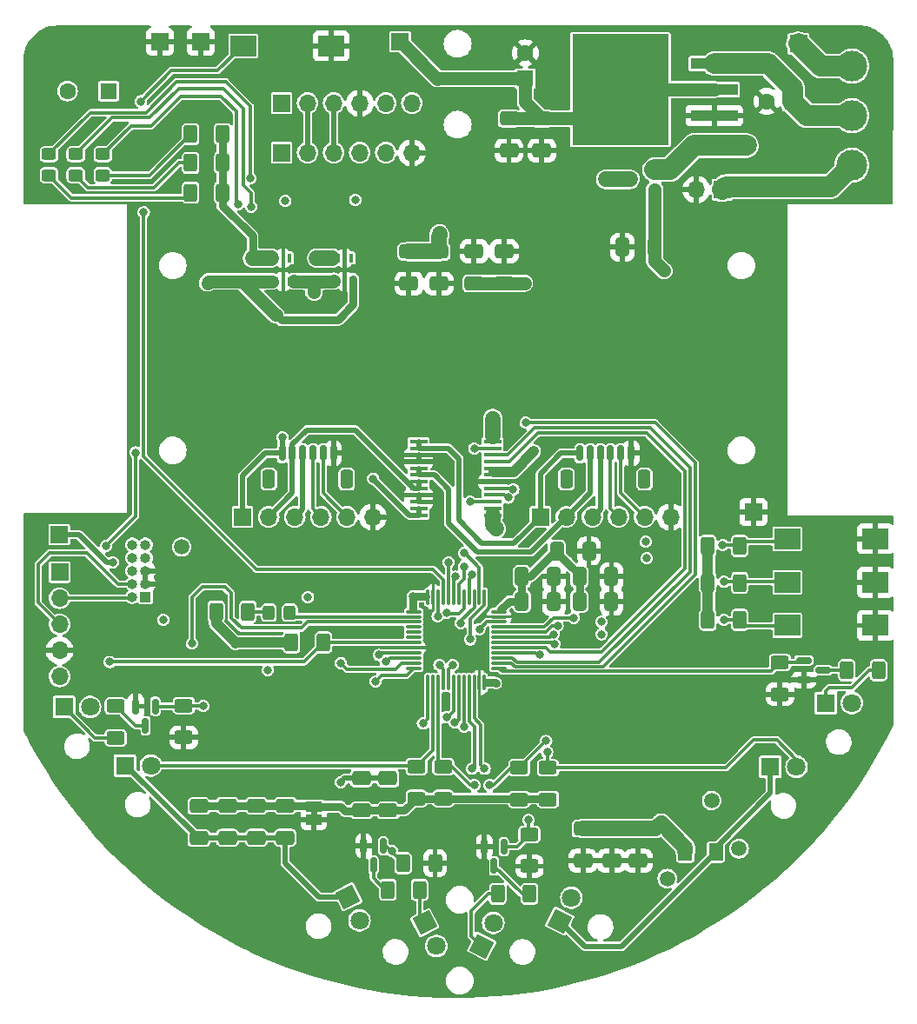
<source format=gtl>
G04 #@! TF.GenerationSoftware,KiCad,Pcbnew,7.0.8*
G04 #@! TF.CreationDate,2024-08-07T19:42:33-07:00*
G04 #@! TF.ProjectId,bloo,626c6f6f-2e6b-4696-9361-645f70636258,rev?*
G04 #@! TF.SameCoordinates,Original*
G04 #@! TF.FileFunction,Copper,L1,Top*
G04 #@! TF.FilePolarity,Positive*
%FSLAX46Y46*%
G04 Gerber Fmt 4.6, Leading zero omitted, Abs format (unit mm)*
G04 Created by KiCad (PCBNEW 7.0.8) date 2024-08-07 19:42:33*
%MOMM*%
%LPD*%
G01*
G04 APERTURE LIST*
G04 Aperture macros list*
%AMRoundRect*
0 Rectangle with rounded corners*
0 $1 Rounding radius*
0 $2 $3 $4 $5 $6 $7 $8 $9 X,Y pos of 4 corners*
0 Add a 4 corners polygon primitive as box body*
4,1,4,$2,$3,$4,$5,$6,$7,$8,$9,$2,$3,0*
0 Add four circle primitives for the rounded corners*
1,1,$1+$1,$2,$3*
1,1,$1+$1,$4,$5*
1,1,$1+$1,$6,$7*
1,1,$1+$1,$8,$9*
0 Add four rect primitives between the rounded corners*
20,1,$1+$1,$2,$3,$4,$5,0*
20,1,$1+$1,$4,$5,$6,$7,0*
20,1,$1+$1,$6,$7,$8,$9,0*
20,1,$1+$1,$8,$9,$2,$3,0*%
%AMRotRect*
0 Rectangle, with rotation*
0 The origin of the aperture is its center*
0 $1 length*
0 $2 width*
0 $3 Rotation angle, in degrees counterclockwise*
0 Add horizontal line*
21,1,$1,$2,0,0,$3*%
G04 Aperture macros list end*
G04 #@! TA.AperFunction,ComponentPad*
%ADD10RotRect,1.800000X1.800000X63.500000*%
G04 #@! TD*
G04 #@! TA.AperFunction,ComponentPad*
%ADD11C,1.800000*%
G04 #@! TD*
G04 #@! TA.AperFunction,ComponentPad*
%ADD12R,1.700000X1.700000*%
G04 #@! TD*
G04 #@! TA.AperFunction,ComponentPad*
%ADD13O,1.700000X1.700000*%
G04 #@! TD*
G04 #@! TA.AperFunction,SMDPad,CuDef*
%ADD14RoundRect,0.250000X-0.650000X0.412500X-0.650000X-0.412500X0.650000X-0.412500X0.650000X0.412500X0*%
G04 #@! TD*
G04 #@! TA.AperFunction,SMDPad,CuDef*
%ADD15RoundRect,0.250000X-0.412500X-0.650000X0.412500X-0.650000X0.412500X0.650000X-0.412500X0.650000X0*%
G04 #@! TD*
G04 #@! TA.AperFunction,SMDPad,CuDef*
%ADD16RoundRect,0.250000X0.625000X-0.400000X0.625000X0.400000X-0.625000X0.400000X-0.625000X-0.400000X0*%
G04 #@! TD*
G04 #@! TA.AperFunction,SMDPad,CuDef*
%ADD17RoundRect,0.250000X0.650000X-0.412500X0.650000X0.412500X-0.650000X0.412500X-0.650000X-0.412500X0*%
G04 #@! TD*
G04 #@! TA.AperFunction,ComponentPad*
%ADD18RotRect,1.800000X1.800000X296.500000*%
G04 #@! TD*
G04 #@! TA.AperFunction,ComponentPad*
%ADD19R,1.800000X1.800000*%
G04 #@! TD*
G04 #@! TA.AperFunction,SMDPad,CuDef*
%ADD20RoundRect,0.150000X-0.150000X0.587500X-0.150000X-0.587500X0.150000X-0.587500X0.150000X0.587500X0*%
G04 #@! TD*
G04 #@! TA.AperFunction,SMDPad,CuDef*
%ADD21RoundRect,0.250000X-0.450000X0.325000X-0.450000X-0.325000X0.450000X-0.325000X0.450000X0.325000X0*%
G04 #@! TD*
G04 #@! TA.AperFunction,SMDPad,CuDef*
%ADD22R,0.355600X0.850900*%
G04 #@! TD*
G04 #@! TA.AperFunction,SMDPad,CuDef*
%ADD23RoundRect,0.250000X0.400000X0.625000X-0.400000X0.625000X-0.400000X-0.625000X0.400000X-0.625000X0*%
G04 #@! TD*
G04 #@! TA.AperFunction,SMDPad,CuDef*
%ADD24RoundRect,0.250000X0.412500X0.650000X-0.412500X0.650000X-0.412500X-0.650000X0.412500X-0.650000X0*%
G04 #@! TD*
G04 #@! TA.AperFunction,SMDPad,CuDef*
%ADD25R,2.500000X2.000000*%
G04 #@! TD*
G04 #@! TA.AperFunction,SMDPad,CuDef*
%ADD26RoundRect,0.250000X-0.400000X-0.625000X0.400000X-0.625000X0.400000X0.625000X-0.400000X0.625000X0*%
G04 #@! TD*
G04 #@! TA.AperFunction,ComponentPad*
%ADD27C,3.000000*%
G04 #@! TD*
G04 #@! TA.AperFunction,SMDPad,CuDef*
%ADD28RoundRect,0.075000X-0.662500X-0.075000X0.662500X-0.075000X0.662500X0.075000X-0.662500X0.075000X0*%
G04 #@! TD*
G04 #@! TA.AperFunction,SMDPad,CuDef*
%ADD29RoundRect,0.075000X-0.075000X-0.662500X0.075000X-0.662500X0.075000X0.662500X-0.075000X0.662500X0*%
G04 #@! TD*
G04 #@! TA.AperFunction,SMDPad,CuDef*
%ADD30R,1.500000X1.000000*%
G04 #@! TD*
G04 #@! TA.AperFunction,SMDPad,CuDef*
%ADD31R,4.600000X1.100000*%
G04 #@! TD*
G04 #@! TA.AperFunction,ComponentPad*
%ADD32C,1.524000*%
G04 #@! TD*
G04 #@! TA.AperFunction,SMDPad,CuDef*
%ADD33R,9.400000X10.800000*%
G04 #@! TD*
G04 #@! TA.AperFunction,SMDPad,CuDef*
%ADD34RoundRect,0.150000X-0.587500X-0.150000X0.587500X-0.150000X0.587500X0.150000X-0.587500X0.150000X0*%
G04 #@! TD*
G04 #@! TA.AperFunction,SMDPad,CuDef*
%ADD35RoundRect,0.150000X0.150000X0.625000X-0.150000X0.625000X-0.150000X-0.625000X0.150000X-0.625000X0*%
G04 #@! TD*
G04 #@! TA.AperFunction,SMDPad,CuDef*
%ADD36RoundRect,0.250000X0.350000X0.650000X-0.350000X0.650000X-0.350000X-0.650000X0.350000X-0.650000X0*%
G04 #@! TD*
G04 #@! TA.AperFunction,ComponentPad*
%ADD37R,1.600000X1.600000*%
G04 #@! TD*
G04 #@! TA.AperFunction,ComponentPad*
%ADD38C,1.600000*%
G04 #@! TD*
G04 #@! TA.AperFunction,SMDPad,CuDef*
%ADD39R,0.508000X0.508000*%
G04 #@! TD*
G04 #@! TA.AperFunction,SMDPad,CuDef*
%ADD40RoundRect,0.250000X0.325000X0.450000X-0.325000X0.450000X-0.325000X-0.450000X0.325000X-0.450000X0*%
G04 #@! TD*
G04 #@! TA.AperFunction,ComponentPad*
%ADD41R,1.000000X1.000000*%
G04 #@! TD*
G04 #@! TA.AperFunction,ComponentPad*
%ADD42O,1.000000X1.000000*%
G04 #@! TD*
G04 #@! TA.AperFunction,SMDPad,CuDef*
%ADD43R,1.750000X0.450000*%
G04 #@! TD*
G04 #@! TA.AperFunction,SMDPad,CuDef*
%ADD44RoundRect,0.250001X-0.462499X-0.624999X0.462499X-0.624999X0.462499X0.624999X-0.462499X0.624999X0*%
G04 #@! TD*
G04 #@! TA.AperFunction,ViaPad*
%ADD45C,0.800000*%
G04 #@! TD*
G04 #@! TA.AperFunction,ViaPad*
%ADD46C,2.000000*%
G04 #@! TD*
G04 #@! TA.AperFunction,ViaPad*
%ADD47C,1.500000*%
G04 #@! TD*
G04 #@! TA.AperFunction,ViaPad*
%ADD48C,1.250000*%
G04 #@! TD*
G04 #@! TA.AperFunction,ViaPad*
%ADD49C,1.000000*%
G04 #@! TD*
G04 #@! TA.AperFunction,Conductor*
%ADD50C,2.000000*%
G04 #@! TD*
G04 #@! TA.AperFunction,Conductor*
%ADD51C,0.500000*%
G04 #@! TD*
G04 #@! TA.AperFunction,Conductor*
%ADD52C,1.500000*%
G04 #@! TD*
G04 #@! TA.AperFunction,Conductor*
%ADD53C,1.250000*%
G04 #@! TD*
G04 #@! TA.AperFunction,Conductor*
%ADD54C,1.000000*%
G04 #@! TD*
G04 #@! TA.AperFunction,Conductor*
%ADD55C,0.750000*%
G04 #@! TD*
G04 #@! TA.AperFunction,Conductor*
%ADD56C,0.300000*%
G04 #@! TD*
G04 APERTURE END LIST*
G04 #@! TA.AperFunction,EtchedComponent*
G36*
X187775956Y-171496096D02*
G01*
X187175956Y-171496096D01*
X187175956Y-170996096D01*
X187775956Y-170996096D01*
X187775956Y-171496096D01*
G37*
G04 #@! TD.AperFunction*
D10*
X203817108Y-184192314D03*
D11*
X204950450Y-181919181D03*
D12*
X227275956Y-110496096D03*
D13*
X224735956Y-110496096D03*
D12*
X172475956Y-96096096D03*
D14*
X206475956Y-103571096D03*
X206475956Y-106696096D03*
D15*
X207737500Y-150600000D03*
X210862500Y-150600000D03*
D16*
X197475956Y-169796096D03*
X197475956Y-166696096D03*
D17*
X203075956Y-119621096D03*
X203075956Y-116496096D03*
X206025956Y-119621096D03*
X206025956Y-116496096D03*
D18*
X198275956Y-181896096D03*
D11*
X199409298Y-184169229D03*
D19*
X231945156Y-166706896D03*
D11*
X234485156Y-166706896D03*
D20*
X194225956Y-174421096D03*
X192325956Y-174421096D03*
X193275956Y-176296096D03*
D21*
X164275956Y-107046096D03*
X164275956Y-109096096D03*
D14*
X192100000Y-167837500D03*
X192100000Y-170962500D03*
D19*
X237335956Y-160496096D03*
D11*
X239875956Y-160496096D03*
D22*
X189825957Y-119432746D03*
X190475956Y-119432746D03*
X191125955Y-119432746D03*
X191125955Y-117159446D03*
X190475956Y-117159446D03*
X189825957Y-117159446D03*
D23*
X197775956Y-178696096D03*
X194675956Y-178696096D03*
D12*
X184325956Y-106896096D03*
D13*
X186865956Y-106896096D03*
X189405956Y-106896096D03*
X191945956Y-106896096D03*
X194485956Y-106896096D03*
X197025956Y-106896096D03*
D12*
X162700000Y-147756096D03*
D13*
X162700000Y-150296096D03*
X162700000Y-152836096D03*
X162700000Y-155376096D03*
X162700000Y-157916096D03*
D22*
X183825957Y-119432746D03*
X184475956Y-119432746D03*
X185125955Y-119432746D03*
X185125955Y-117159446D03*
X184475956Y-117159446D03*
X183825957Y-117159446D03*
D24*
X220638456Y-116096096D03*
X217513456Y-116096096D03*
D25*
X233595956Y-148746096D03*
X242155956Y-148746096D03*
D23*
X181050000Y-151600000D03*
X177950000Y-151600000D03*
D20*
X205975956Y-174496096D03*
X204075956Y-174496096D03*
X205025956Y-176371096D03*
D21*
X166915956Y-107046096D03*
X166915956Y-109096096D03*
D20*
X172025956Y-160821096D03*
X170125956Y-160821096D03*
X171075956Y-162696096D03*
D15*
X211137500Y-145700000D03*
X214262500Y-145700000D03*
D14*
X199675956Y-116533596D03*
X199675956Y-119658596D03*
D25*
X233595956Y-144496096D03*
X242155956Y-144496096D03*
X233595956Y-152946096D03*
X242155956Y-152946096D03*
D12*
X176475956Y-96096096D03*
D26*
X175475956Y-110786096D03*
X178575956Y-110786096D03*
D14*
X194700000Y-167837500D03*
X194700000Y-170962500D03*
D10*
X211421956Y-181743696D03*
D11*
X212555298Y-179470563D03*
D26*
X225850000Y-145200000D03*
X228950000Y-145200000D03*
D14*
X196725956Y-116533596D03*
X196725956Y-119658596D03*
D17*
X181875956Y-173621096D03*
X181875956Y-170496096D03*
D26*
X175475956Y-105096096D03*
X178575956Y-105096096D03*
D16*
X200075956Y-169796096D03*
X200075956Y-166696096D03*
D26*
X225850000Y-148800000D03*
X228950000Y-148800000D03*
D17*
X176275956Y-173658596D03*
X176275956Y-170533596D03*
D27*
X239884956Y-108122096D03*
X239884956Y-103296096D03*
X239884956Y-98470096D03*
D28*
X197175000Y-151600000D03*
X197175000Y-152100000D03*
X197175000Y-152600000D03*
X197175000Y-153100000D03*
X197175000Y-153600000D03*
X197175000Y-154100000D03*
X197175000Y-154600000D03*
X197175000Y-155100000D03*
X197175000Y-155600000D03*
X197175000Y-156100000D03*
X197175000Y-156600000D03*
X197175000Y-157100000D03*
D29*
X198587500Y-158512500D03*
X199087500Y-158512500D03*
X199587500Y-158512500D03*
X200087500Y-158512500D03*
X200587500Y-158512500D03*
X201087500Y-158512500D03*
X201587500Y-158512500D03*
X202087500Y-158512500D03*
X202587500Y-158512500D03*
X203087500Y-158512500D03*
X203587500Y-158512500D03*
X204087500Y-158512500D03*
D28*
X205500000Y-157100000D03*
X205500000Y-156600000D03*
X205500000Y-156100000D03*
X205500000Y-155600000D03*
X205500000Y-155100000D03*
X205500000Y-154600000D03*
X205500000Y-154100000D03*
X205500000Y-153600000D03*
X205500000Y-153100000D03*
X205500000Y-152600000D03*
X205500000Y-152100000D03*
X205500000Y-151600000D03*
D29*
X204087500Y-150187500D03*
X203587500Y-150187500D03*
X203087500Y-150187500D03*
X202587500Y-150187500D03*
X202087500Y-150187500D03*
X201587500Y-150187500D03*
X201087500Y-150187500D03*
X200587500Y-150187500D03*
X200087500Y-150187500D03*
X199587500Y-150187500D03*
X199087500Y-150187500D03*
X198587500Y-150187500D03*
D30*
X187475956Y-171896096D03*
X187475956Y-170596096D03*
D25*
X180595956Y-96496096D03*
X189155956Y-96496096D03*
D31*
X226475956Y-103296096D03*
X226475956Y-100756096D03*
D32*
X220446956Y-105328096D03*
X220446956Y-103296096D03*
X220446956Y-101264096D03*
X220446956Y-99232096D03*
X220446956Y-97200096D03*
X218414956Y-105328096D03*
X218414956Y-103296096D03*
X218414956Y-101264096D03*
X218414956Y-99232096D03*
X218414956Y-97200096D03*
D33*
X217325956Y-100756096D03*
D32*
X216382956Y-105328096D03*
X216382956Y-103296096D03*
X216382956Y-101264096D03*
X216382956Y-99232096D03*
X216382956Y-97200096D03*
X214350956Y-105328096D03*
X214350956Y-103296096D03*
X214350956Y-101264096D03*
X214350956Y-99232096D03*
X214350956Y-97200096D03*
D31*
X226475956Y-98216096D03*
D19*
X169054756Y-166579896D03*
D11*
X171594756Y-166579896D03*
D34*
X235200956Y-156346096D03*
X235200956Y-158246096D03*
X237075956Y-157296096D03*
D14*
X209675956Y-103571096D03*
X209675956Y-106696096D03*
D12*
X180529356Y-142370296D03*
D35*
X184375956Y-136171096D03*
D13*
X183069356Y-142370296D03*
D35*
X185375956Y-136171096D03*
D13*
X185609356Y-142370296D03*
D35*
X186375956Y-136171096D03*
X187375956Y-136171096D03*
D13*
X188149356Y-142370296D03*
D35*
X188375956Y-136171096D03*
D13*
X190689356Y-142370296D03*
D35*
X189375956Y-136171096D03*
D13*
X193229356Y-142370296D03*
D36*
X183075956Y-138696096D03*
X190675956Y-138696096D03*
D16*
X208475956Y-176396096D03*
X208475956Y-173296096D03*
D15*
X213337500Y-150600000D03*
X216462500Y-150600000D03*
D12*
X162675956Y-144096096D03*
D16*
X232875956Y-159646096D03*
X232875956Y-156546096D03*
D37*
X208075956Y-99678475D03*
D38*
X208075956Y-97178475D03*
D37*
X234075956Y-101896096D03*
D38*
X231575956Y-101896096D03*
D15*
X213337500Y-148200000D03*
X216462500Y-148200000D03*
D16*
X210275956Y-169896096D03*
X210275956Y-166796096D03*
D26*
X225850000Y-152400000D03*
X228950000Y-152400000D03*
D23*
X242475956Y-157296096D03*
X239375956Y-157296096D03*
X199275956Y-176096096D03*
X196175956Y-176096096D03*
D15*
X207737500Y-148200000D03*
X210862500Y-148200000D03*
D14*
X219075956Y-172733596D03*
X219075956Y-175858596D03*
D37*
X167475956Y-100896096D03*
D38*
X163475956Y-100896096D03*
D12*
X184325956Y-102071096D03*
D13*
X186865956Y-102071096D03*
X189405956Y-102071096D03*
X191945956Y-102071096D03*
X194485956Y-102071096D03*
X197025956Y-102071096D03*
D26*
X185300000Y-154600000D03*
X188400000Y-154600000D03*
D39*
X220663556Y-110446097D03*
X220663556Y-108546095D03*
X218275956Y-109496096D03*
D26*
X175475956Y-107896096D03*
X178575956Y-107896096D03*
D19*
X163135956Y-160896096D03*
D11*
X165675956Y-160896096D03*
D16*
X174800000Y-163850000D03*
X174800000Y-160750000D03*
D12*
X209529356Y-142370296D03*
D35*
X213375956Y-136171096D03*
D13*
X212069356Y-142370296D03*
D35*
X214375956Y-136171096D03*
D13*
X214609356Y-142370296D03*
D35*
X215375956Y-136171096D03*
X216375956Y-136171096D03*
D13*
X217149356Y-142370296D03*
D35*
X217375956Y-136171096D03*
D13*
X219689356Y-142370296D03*
D35*
X218375956Y-136171096D03*
D13*
X222229356Y-142370296D03*
D36*
X212075956Y-138696096D03*
X219675956Y-138696096D03*
D40*
X185125000Y-151700000D03*
X183075000Y-151700000D03*
D16*
X207475956Y-169896096D03*
X207475956Y-166796096D03*
D41*
X171075956Y-150166096D03*
D42*
X169805956Y-150166096D03*
X171075956Y-148896096D03*
X169805956Y-148896096D03*
X171075956Y-147626096D03*
X169805956Y-147626096D03*
X171075956Y-146356096D03*
X169805956Y-146356096D03*
X171075956Y-145086096D03*
X169805956Y-145086096D03*
D14*
X216475956Y-172733596D03*
X216475956Y-175858596D03*
D21*
X161675956Y-107046096D03*
X161675956Y-109096096D03*
D17*
X184675956Y-173621096D03*
X184675956Y-170496096D03*
D26*
X205375956Y-179096096D03*
X208475956Y-179096096D03*
D43*
X197675956Y-135046096D03*
X197675956Y-135696096D03*
X197675956Y-136346096D03*
X197675956Y-136996096D03*
X197675956Y-137646096D03*
X197675956Y-138296096D03*
X197675956Y-138946096D03*
X197675956Y-139596096D03*
X197675956Y-140246096D03*
X197675956Y-140896096D03*
X197675956Y-141546096D03*
X197675956Y-142196096D03*
X204875956Y-142196096D03*
X204875956Y-141546096D03*
X204875956Y-140896096D03*
X204875956Y-140246096D03*
X204875956Y-139596096D03*
X204875956Y-138946096D03*
X204875956Y-138296096D03*
X204875956Y-137646096D03*
X204875956Y-136996096D03*
X204875956Y-136346096D03*
X204875956Y-135696096D03*
X204875956Y-135046096D03*
D18*
X190781414Y-179394363D03*
D11*
X191914756Y-181667496D03*
D44*
X223649956Y-175032096D03*
X226624956Y-175032096D03*
D14*
X213675956Y-172733596D03*
X213675956Y-175858596D03*
D16*
X168175956Y-163896096D03*
X168175956Y-160796096D03*
D12*
X230275956Y-141896096D03*
D17*
X179075956Y-173621096D03*
X179075956Y-170496096D03*
D12*
X195875956Y-96096096D03*
X234675956Y-96296096D03*
D45*
X200300000Y-160300000D03*
X203600000Y-155100000D03*
X174600000Y-126900000D03*
X209100000Y-144100000D03*
X205700000Y-148900000D03*
X201500000Y-126900000D03*
X194800000Y-122500000D03*
X189900000Y-158000000D03*
X214000000Y-152900000D03*
X213400000Y-138900000D03*
X168400000Y-145700000D03*
X228300000Y-126600000D03*
D46*
X229600000Y-106200000D03*
D47*
X205229500Y-143526256D03*
D45*
X183000000Y-157300000D03*
D47*
X215900000Y-109500000D03*
X199700000Y-114800000D03*
X204900000Y-132800000D03*
D48*
X221600000Y-118400000D03*
D47*
X187759446Y-117159446D03*
D48*
X208000000Y-119600000D03*
D47*
X228900000Y-174700000D03*
X221900000Y-177600000D03*
D49*
X208900000Y-136000000D03*
D45*
X215500000Y-153800000D03*
X184700000Y-111600000D03*
X215500000Y-152600000D03*
X191500000Y-111500000D03*
D48*
X199500000Y-99700000D03*
X187500000Y-120500000D03*
D45*
X167900000Y-146800000D03*
D47*
X226225956Y-170000000D03*
X174600000Y-145300000D03*
D49*
X225850000Y-150650000D03*
X179832389Y-154648584D03*
D45*
X205200000Y-158600000D03*
X197100000Y-150100000D03*
X212200000Y-146862500D03*
D47*
X181500000Y-117159446D03*
X221300000Y-172200000D03*
D45*
X193800000Y-155820500D03*
X190100000Y-168200000D03*
X167600000Y-156500000D03*
X170600000Y-101900000D03*
X170100000Y-136100000D03*
X167216355Y-145216355D03*
X180100000Y-111900000D03*
X219800000Y-144800000D03*
X211215686Y-152968628D03*
X181350000Y-112150000D03*
X202100000Y-145900000D03*
X219900000Y-146400000D03*
X181300000Y-109400000D03*
X212800000Y-152200000D03*
X210800000Y-153800000D03*
X210895042Y-154747853D03*
D48*
X177100000Y-119600000D03*
D45*
X203600000Y-153300000D03*
X202700000Y-154300000D03*
X186900000Y-150200000D03*
X194500000Y-156500000D03*
X172800000Y-152400000D03*
X201786890Y-152720500D03*
X193252430Y-138647570D03*
X184400000Y-134600000D03*
X201279500Y-148200000D03*
X202100000Y-147200000D03*
X199700000Y-156800000D03*
X201000000Y-156800000D03*
X210200000Y-165300000D03*
X201200000Y-162400000D03*
X200400000Y-161900000D03*
X210100000Y-164200000D03*
X204600000Y-168500000D03*
X200400000Y-161900000D03*
X203100000Y-168500000D03*
X170900000Y-112700000D03*
X208400000Y-171900000D03*
X204100000Y-166900000D03*
X200400000Y-151700000D03*
X176700000Y-160800000D03*
X202900000Y-166900000D03*
X195100000Y-174900000D03*
X199535504Y-152041499D03*
X227400000Y-152400000D03*
X200600000Y-146800000D03*
X202900000Y-148000000D03*
X227300000Y-145100000D03*
X190100000Y-156600000D03*
X227400000Y-148700000D03*
X175600000Y-154700000D03*
X202100000Y-162800000D03*
X193500000Y-158400000D03*
X202700000Y-140900000D03*
X206400000Y-140500000D03*
X209500000Y-155800000D03*
X208100000Y-133200000D03*
X206895256Y-139695256D03*
X203100000Y-135700000D03*
X198100000Y-162500000D03*
D50*
X227572052Y-110200000D02*
X237807052Y-110200000D01*
X227275956Y-110496096D02*
X227572052Y-110200000D01*
X237807052Y-110200000D02*
X239884956Y-108122096D01*
D51*
X197675956Y-136996096D02*
X197675956Y-136346096D01*
X197675956Y-140246096D02*
X197675956Y-140896096D01*
D50*
X229600000Y-106200000D02*
X224500000Y-106200000D01*
X235475956Y-103296096D02*
X234075956Y-101896096D01*
X222153905Y-108546095D02*
X220663556Y-108546095D01*
X224500000Y-106200000D02*
X222153905Y-108546095D01*
X239884956Y-103296096D02*
X235475956Y-103296096D01*
X234075956Y-101896096D02*
X234075956Y-100575956D01*
X231716096Y-98216096D02*
X226475956Y-98216096D01*
X234075956Y-100575956D02*
X231716096Y-98216096D01*
D52*
X205229500Y-143526256D02*
X204875956Y-143172712D01*
X215903904Y-109496096D02*
X215900000Y-109500000D01*
X199675956Y-115024044D02*
X199700000Y-115000000D01*
X199675956Y-116533596D02*
X199675956Y-115024044D01*
X199700000Y-115000000D02*
X199700000Y-114800000D01*
X218275956Y-109496096D02*
X215903904Y-109496096D01*
X204900000Y-134500000D02*
X204900000Y-132800000D01*
X204875956Y-143172712D02*
X204875956Y-142196096D01*
X196725956Y-116533596D02*
X199675956Y-116533596D01*
D53*
X207978904Y-119621096D02*
X208000000Y-119600000D01*
X221600000Y-118400000D02*
X220638456Y-117438456D01*
D52*
X187759446Y-117159446D02*
X188059446Y-117159446D01*
D53*
X220663556Y-116070996D02*
X220638456Y-116096096D01*
D54*
X206900000Y-138000000D02*
X205024860Y-138000000D01*
D53*
X203075956Y-119621096D02*
X207978904Y-119621096D01*
X221600000Y-118400000D02*
X221600000Y-118400000D01*
D52*
X187759446Y-117159446D02*
X189259446Y-117159446D01*
D54*
X208900000Y-136000000D02*
X206900000Y-138000000D01*
D53*
X220638456Y-117438456D02*
X220638456Y-116096096D01*
X220663556Y-110446097D02*
X220663556Y-116070996D01*
D51*
X186865956Y-102071096D02*
X186865956Y-106896096D01*
X189405956Y-102071096D02*
X189405956Y-106896096D01*
D53*
X187432746Y-120432746D02*
X187500000Y-120500000D01*
X208075956Y-101971096D02*
X209675956Y-103571096D01*
X208075956Y-99678475D02*
X208075956Y-101971096D01*
X185532746Y-119432746D02*
X187432746Y-119432746D01*
D50*
X214510956Y-103571096D02*
X217325956Y-100756096D01*
D53*
X199500000Y-99700000D02*
X195896096Y-96096096D01*
X206475956Y-103571096D02*
X214510956Y-103571096D01*
X189367254Y-119432746D02*
X189400000Y-119400000D01*
X199521525Y-99678475D02*
X208075956Y-99678475D01*
X187567254Y-119432746D02*
X189367254Y-119432746D01*
X187432746Y-119432746D02*
X187432746Y-120432746D01*
X226475956Y-100756096D02*
X217325956Y-100756096D01*
X195896096Y-96096096D02*
X195875956Y-96096096D01*
X185500000Y-119400000D02*
X185532746Y-119432746D01*
D54*
X179832389Y-154648584D02*
X179880973Y-154600000D01*
D55*
X205200000Y-158600000D02*
X205212500Y-158600000D01*
X181500000Y-117159446D02*
X181500000Y-115000000D01*
X205125000Y-158512500D02*
X205200000Y-158587500D01*
D56*
X213337500Y-148000000D02*
X213337500Y-148200000D01*
D55*
X207737500Y-150600000D02*
X207737500Y-148200000D01*
X212200000Y-146862500D02*
X213337500Y-148000000D01*
D51*
X185609356Y-142370296D02*
X186375956Y-141603696D01*
D55*
X213337500Y-148200000D02*
X213337500Y-150600000D01*
D54*
X225850000Y-150650000D02*
X225850000Y-152400000D01*
D51*
X167900000Y-146800000D02*
X167300000Y-146800000D01*
X215375956Y-141603696D02*
X215375956Y-136171096D01*
D55*
X197225000Y-150100000D02*
X197225000Y-150100000D01*
X178575956Y-112075956D02*
X178575956Y-110786096D01*
X206500000Y-150600000D02*
X205700000Y-151400000D01*
D52*
X183300000Y-117159446D02*
X181500000Y-117159446D01*
X213675956Y-172733596D02*
X219075956Y-172733596D01*
D55*
X197100000Y-150225000D02*
X197100000Y-150225000D01*
D54*
X179832389Y-154648584D02*
X179832389Y-154632389D01*
D55*
X205212500Y-158600000D02*
X205212500Y-158600000D01*
X207737500Y-150600000D02*
X206500000Y-150600000D01*
X178575956Y-105096096D02*
X178575956Y-110786096D01*
X208537500Y-148200000D02*
X211037500Y-145700000D01*
D52*
X219075956Y-172733596D02*
X220766404Y-172733596D01*
D55*
X212200000Y-146862500D02*
X211037500Y-145700000D01*
D51*
X162675956Y-144096096D02*
X164596096Y-144096096D01*
X164596096Y-144096096D02*
X167300000Y-146800000D01*
D55*
X204300000Y-158512500D02*
X205125000Y-158512500D01*
D54*
X177950000Y-152750000D02*
X177950000Y-151600000D01*
D55*
X207737500Y-148200000D02*
X208537500Y-148200000D01*
D51*
X214609356Y-142370296D02*
X215375956Y-141603696D01*
X186375956Y-141603696D02*
X186375956Y-136171096D01*
D54*
X179832389Y-154632389D02*
X177950000Y-152750000D01*
D55*
X205200000Y-158587500D02*
X205200000Y-158600000D01*
D54*
X179880973Y-154600000D02*
X185300000Y-154600000D01*
D52*
X221300000Y-172200000D02*
X223649956Y-174549956D01*
X223649956Y-174549956D02*
X223649956Y-175032096D01*
D55*
X197100000Y-150100000D02*
X197100000Y-151400000D01*
X198400000Y-150100000D02*
X197100000Y-150100000D01*
D54*
X225850000Y-150650000D02*
X225850000Y-145200000D01*
D55*
X181500000Y-115000000D02*
X178575956Y-112075956D01*
D52*
X220766404Y-172733596D02*
X221300000Y-172200000D01*
D56*
X193800000Y-155820500D02*
X194020500Y-155600000D01*
D51*
X169197256Y-166579896D02*
X169054756Y-166579896D01*
X226624956Y-174575044D02*
X231945156Y-169254844D01*
X190462500Y-167837500D02*
X190100000Y-168200000D01*
X176275956Y-173658596D02*
X169197256Y-166579896D01*
D56*
X194020500Y-155600000D02*
X197175000Y-155600000D01*
D51*
X187994363Y-179394363D02*
X190781414Y-179394363D01*
X231945156Y-169254844D02*
X231945156Y-166706896D01*
X217457052Y-184200000D02*
X226624956Y-175032096D01*
X176313456Y-173621096D02*
X176275956Y-173658596D01*
X213878260Y-184200000D02*
X217457052Y-184200000D01*
X194700000Y-167837500D02*
X190462500Y-167837500D01*
X184675956Y-176075956D02*
X187994363Y-179394363D01*
X211421956Y-181743696D02*
X213878260Y-184200000D01*
X226624956Y-175032096D02*
X226624956Y-174575044D01*
X184675956Y-173621096D02*
X176313456Y-173621096D01*
X184675956Y-173621096D02*
X184675956Y-176075956D01*
D55*
X194700000Y-170962500D02*
X196309552Y-170962500D01*
X200075956Y-169796096D02*
X210175956Y-169796096D01*
X190500000Y-171000000D02*
X192062500Y-171000000D01*
X187413456Y-170533596D02*
X187475956Y-170596096D01*
X192100000Y-170962500D02*
X194700000Y-170962500D01*
X190096096Y-170596096D02*
X190500000Y-171000000D01*
X197475956Y-169796096D02*
X200075956Y-169796096D01*
X196309552Y-170962500D02*
X197475956Y-169796096D01*
X187475956Y-170596096D02*
X190096096Y-170596096D01*
X176275956Y-170533596D02*
X187413456Y-170533596D01*
X192062500Y-171000000D02*
X192100000Y-170962500D01*
X210175956Y-169796096D02*
X210275956Y-169896096D01*
D56*
X180503904Y-96496096D02*
X180595956Y-96496096D01*
X188400000Y-154600000D02*
X197175000Y-154600000D01*
X167216355Y-145183645D02*
X167300000Y-145100000D01*
X167216355Y-145183645D02*
X170100000Y-142300000D01*
X186500000Y-156500000D02*
X188400000Y-154600000D01*
X167216355Y-145216355D02*
X167216355Y-145183645D01*
X173600000Y-98900000D02*
X178100000Y-98900000D01*
X167600000Y-156500000D02*
X186500000Y-156500000D01*
X170600000Y-101900000D02*
X173600000Y-98900000D01*
X170100000Y-142300000D02*
X170100000Y-136100000D01*
X178100000Y-98900000D02*
X180503904Y-96496096D01*
X239900000Y-159000000D02*
X237700000Y-159000000D01*
X241603904Y-157296096D02*
X239900000Y-159000000D01*
X242475956Y-157296096D02*
X241603904Y-157296096D01*
X237335956Y-159364044D02*
X237335956Y-160496096D01*
X237700000Y-159000000D02*
X237335956Y-159364044D01*
X204503904Y-179096096D02*
X202800000Y-180800000D01*
X205375956Y-179096096D02*
X204503904Y-179096096D01*
X202800000Y-183175206D02*
X203817108Y-184192314D01*
X202800000Y-180800000D02*
X202800000Y-183175206D01*
X166135956Y-163896096D02*
X163135956Y-160896096D01*
X168175956Y-163896096D02*
X166135956Y-163896096D01*
X197775956Y-181396096D02*
X198275956Y-181896096D01*
X197775956Y-178696096D02*
X197775956Y-181396096D01*
X179900000Y-111700000D02*
X179900000Y-102900000D01*
X180100000Y-111900000D02*
X179900000Y-111700000D01*
X211215686Y-152968628D02*
X210669706Y-152968628D01*
X211300000Y-152884314D02*
X211300000Y-152800000D01*
X179900000Y-102900000D02*
X178400000Y-101400000D01*
X169662052Y-104300000D02*
X166915956Y-107046096D01*
X210669706Y-152968628D02*
X210038334Y-153600000D01*
X178400000Y-101400000D02*
X174500000Y-101400000D01*
X211215686Y-152968628D02*
X211300000Y-152884314D01*
X210038334Y-153600000D02*
X205500000Y-153600000D01*
X171600000Y-104300000D02*
X169662052Y-104300000D01*
X174500000Y-101400000D02*
X171600000Y-104300000D01*
X166915956Y-109096096D02*
X171475956Y-109096096D01*
X171475956Y-109096096D02*
X175475956Y-105096096D01*
X178700000Y-100700000D02*
X174300000Y-100700000D01*
X171500000Y-103500000D02*
X167822052Y-103500000D01*
X203587500Y-150187500D02*
X203587500Y-147287500D01*
X181350000Y-110850000D02*
X180600000Y-110100000D01*
X181350000Y-112150000D02*
X181350000Y-110850000D01*
X202100000Y-145800000D02*
X202200000Y-145900000D01*
X174300000Y-100700000D02*
X171500000Y-103500000D01*
X180600000Y-102600000D02*
X178700000Y-100700000D01*
X202200000Y-145900000D02*
X202100000Y-145900000D01*
X202100000Y-145900000D02*
X202100000Y-145800000D01*
X167822052Y-103500000D02*
X164275956Y-107046096D01*
X203587500Y-147287500D02*
X202200000Y-145900000D01*
X180600000Y-110100000D02*
X180600000Y-102600000D01*
X165479860Y-110300000D02*
X164275956Y-109096096D01*
X171900000Y-110300000D02*
X165479860Y-110300000D01*
X174303904Y-107896096D02*
X171900000Y-110300000D01*
X175475956Y-107896096D02*
X174303904Y-107896096D01*
X178900000Y-100000000D02*
X174100000Y-100000000D01*
X181300000Y-102400000D02*
X178900000Y-100000000D01*
X210830222Y-152200000D02*
X209930222Y-153100000D01*
X174100000Y-100000000D02*
X171100000Y-103000000D01*
X171100000Y-103000000D02*
X165722052Y-103000000D01*
X181300000Y-109400000D02*
X181300000Y-102400000D01*
X212800000Y-152200000D02*
X210830222Y-152200000D01*
X165722052Y-103000000D02*
X161675956Y-107046096D01*
X209930222Y-153100000D02*
X205500000Y-153100000D01*
X163879860Y-111300000D02*
X161675956Y-109096096D01*
X175475956Y-110786096D02*
X174962052Y-111300000D01*
X174962052Y-111300000D02*
X163879860Y-111300000D01*
X210800000Y-153800000D02*
X210500000Y-154100000D01*
X210500000Y-154100000D02*
X205500000Y-154100000D01*
X210895042Y-154747853D02*
X210747189Y-154600000D01*
X210747189Y-154600000D02*
X205500000Y-154600000D01*
D53*
X183800000Y-122700000D02*
X183767254Y-122700000D01*
D55*
X191300000Y-121700000D02*
X191300000Y-119182488D01*
D53*
X183400000Y-119432746D02*
X180500000Y-119432746D01*
X177267254Y-119432746D02*
X180500000Y-119432746D01*
D55*
X184300000Y-123200000D02*
X189800000Y-123200000D01*
D53*
X183767254Y-122700000D02*
X180500000Y-119432746D01*
X177100000Y-119600000D02*
X177267254Y-119432746D01*
X177200000Y-119500000D02*
X177200000Y-119500000D01*
D55*
X189800000Y-123200000D02*
X191300000Y-121700000D01*
X183800000Y-122700000D02*
X184300000Y-123200000D01*
D53*
X177200000Y-119500000D02*
X177100000Y-119600000D01*
D56*
X162700000Y-150296096D02*
X169675956Y-150296096D01*
X169675956Y-150296096D02*
X169805956Y-150166096D01*
X205500000Y-152600000D02*
X204300000Y-152600000D01*
X204300000Y-152600000D02*
X203600000Y-153300000D01*
X162700000Y-152836096D02*
X160600000Y-150736096D01*
X202700000Y-152314546D02*
X204087500Y-150927046D01*
X168396096Y-148896096D02*
X169805956Y-148896096D01*
X160600000Y-147000000D02*
X161700000Y-145900000D01*
X160600000Y-150736096D02*
X160600000Y-147000000D01*
X161700000Y-145900000D02*
X165400000Y-145900000D01*
X165400000Y-145900000D02*
X168396096Y-148896096D01*
X204087500Y-150927046D02*
X204087500Y-150187500D01*
X202700000Y-154300000D02*
X202700000Y-152314546D01*
X169602052Y-149100000D02*
X169805956Y-148896096D01*
X194500000Y-156500000D02*
X194900000Y-156100000D01*
X194900000Y-156100000D02*
X197175000Y-156100000D01*
X201786890Y-152513110D02*
X203087500Y-151212500D01*
X203087500Y-151212500D02*
X203087500Y-150187500D01*
X201786890Y-152720500D02*
X201786890Y-152513110D01*
D51*
X196800956Y-142196096D02*
X197675956Y-142196096D01*
X180529356Y-142370296D02*
X180529356Y-138370644D01*
X184400000Y-134600000D02*
X184400000Y-136147052D01*
X193252430Y-138647570D02*
X196800956Y-142196096D01*
X197675956Y-141546096D02*
X197675956Y-142196096D01*
X180529356Y-138370644D02*
X182728904Y-136171096D01*
X184400000Y-136147052D02*
X184375956Y-136171096D01*
X182728904Y-136171096D02*
X184375956Y-136171096D01*
X197675956Y-138946096D02*
X197675956Y-139596096D01*
X183069356Y-142370296D02*
X185375956Y-140063696D01*
X191500000Y-133900000D02*
X186800000Y-133900000D01*
X185375956Y-140063696D02*
X185375956Y-136171096D01*
X197675956Y-139596096D02*
X197196096Y-139596096D01*
X197196096Y-139596096D02*
X191500000Y-133900000D01*
X186800000Y-133900000D02*
X185375956Y-135324044D01*
X185375956Y-135324044D02*
X185375956Y-136171096D01*
D56*
X201279500Y-148200000D02*
X201087500Y-148392000D01*
X187375956Y-141596896D02*
X187375956Y-136171096D01*
X201087500Y-148392000D02*
X201087500Y-150187500D01*
X188149356Y-142370296D02*
X187375956Y-141596896D01*
X201587500Y-148912500D02*
X201587500Y-150187500D01*
X202100000Y-147200000D02*
X202100000Y-148400000D01*
X202100000Y-148400000D02*
X201587500Y-148912500D01*
X188375956Y-140056896D02*
X190689356Y-142370296D01*
X188375956Y-136171096D02*
X188375956Y-140056896D01*
D51*
X197675956Y-135696096D02*
X197675956Y-135046096D01*
X209529356Y-138170644D02*
X211528904Y-136171096D01*
X201600000Y-136700000D02*
X201600000Y-142700000D01*
X206969652Y-144930000D02*
X209529356Y-142370296D01*
X198663358Y-135696096D02*
X198667262Y-135700000D01*
X197675956Y-135696096D02*
X198663358Y-135696096D01*
X200600000Y-135700000D02*
X201600000Y-136700000D01*
X203830000Y-144930000D02*
X206969652Y-144930000D01*
X209529356Y-142370296D02*
X209529356Y-138170644D01*
X211528904Y-136171096D02*
X213375956Y-136171096D01*
X201600000Y-142700000D02*
X203830000Y-144930000D01*
X198667262Y-135700000D02*
X200600000Y-135700000D01*
X200600000Y-139700000D02*
X200600000Y-143000000D01*
X214375956Y-140063696D02*
X214375956Y-136171096D01*
X212069356Y-142370296D02*
X214375956Y-140063696D01*
X212029704Y-142370296D02*
X212069356Y-142370296D01*
X197675956Y-137646096D02*
X197675956Y-138296096D01*
X208600000Y-145800000D02*
X212029704Y-142370296D01*
X197675956Y-138296096D02*
X199196096Y-138296096D01*
X203400000Y-145800000D02*
X208600000Y-145800000D01*
X199196096Y-138296096D02*
X200600000Y-139700000D01*
X200600000Y-143000000D02*
X203400000Y-145800000D01*
D56*
X200087500Y-158512500D02*
X200087500Y-157187500D01*
X199700000Y-156800000D02*
X199800000Y-156900000D01*
X216375956Y-141596896D02*
X216375956Y-136171096D01*
X217149356Y-142370296D02*
X216375956Y-141596896D01*
X200087500Y-157187500D02*
X199700000Y-156800000D01*
X200587500Y-157212500D02*
X201000000Y-156800000D01*
X217375956Y-136171096D02*
X217375956Y-140056896D01*
X200587500Y-158512500D02*
X200587500Y-157212500D01*
X217375956Y-140056896D02*
X219689356Y-142370296D01*
X201000000Y-156800000D02*
X200900000Y-156900000D01*
X230300000Y-164100000D02*
X232600000Y-164100000D01*
X201587500Y-162112500D02*
X201300000Y-162400000D01*
X201300000Y-162400000D02*
X201200000Y-162400000D01*
X210275956Y-166796096D02*
X227603904Y-166796096D01*
X234485156Y-165985156D02*
X234485156Y-166706896D01*
X201200000Y-162500000D02*
X201300000Y-162400000D01*
X201587500Y-158512500D02*
X201587500Y-162112500D01*
X232600000Y-164100000D02*
X234485156Y-165985156D01*
X210200000Y-165300000D02*
X210200000Y-166720140D01*
X227603904Y-166796096D02*
X230300000Y-164100000D01*
X210200000Y-166720140D02*
X210275956Y-166796096D01*
X201200000Y-162400000D02*
X201200000Y-162500000D01*
X210072052Y-164200000D02*
X207475956Y-166796096D01*
X206703904Y-166796096D02*
X207475956Y-166796096D01*
X210100000Y-164200000D02*
X210072052Y-164200000D01*
X201087500Y-161312500D02*
X200500000Y-161900000D01*
X205000000Y-168500000D02*
X206703904Y-166796096D01*
X201087500Y-158512500D02*
X201087500Y-161312500D01*
X204600000Y-168500000D02*
X205000000Y-168500000D01*
X200500000Y-161900000D02*
X200400000Y-161900000D01*
X171594756Y-166579896D02*
X197359756Y-166579896D01*
X197475956Y-166696096D02*
X199087500Y-165084552D01*
X197359756Y-166579896D02*
X197475956Y-166696096D01*
X199087500Y-165084552D02*
X199087500Y-158512500D01*
X202700000Y-168500000D02*
X203000000Y-168500000D01*
X200075956Y-166696096D02*
X199587500Y-166207640D01*
X200075956Y-166696096D02*
X200896096Y-166696096D01*
X200896096Y-166696096D02*
X202700000Y-168500000D01*
X203000000Y-168500000D02*
X203100000Y-168500000D01*
X203100000Y-168500000D02*
X203100000Y-168600000D01*
X203100000Y-168600000D02*
X203000000Y-168500000D01*
X199587500Y-166207640D02*
X199587500Y-158512500D01*
X170900000Y-112700000D02*
X170900000Y-136500000D01*
X170900000Y-136500000D02*
X181900000Y-147500000D01*
X170900000Y-112700000D02*
X170900000Y-112400000D01*
X199100000Y-147500000D02*
X200087500Y-148487500D01*
X200087500Y-148487500D02*
X200087500Y-150187500D01*
X181900000Y-147500000D02*
X199100000Y-147500000D01*
X232022052Y-157400000D02*
X232875956Y-156546096D01*
X235000956Y-156546096D02*
X235200956Y-156346096D01*
X232875956Y-156546096D02*
X235000956Y-156546096D01*
X205800000Y-157400000D02*
X232022052Y-157400000D01*
X205500000Y-157100000D02*
X205800000Y-157400000D01*
X237075956Y-157296096D02*
X239375956Y-157296096D01*
X203700000Y-162600000D02*
X203700000Y-166500000D01*
X207275956Y-174496096D02*
X208475956Y-173296096D01*
X208400000Y-171900000D02*
X208400000Y-173220140D01*
X203087500Y-161987500D02*
X203700000Y-162600000D01*
X205975956Y-174496096D02*
X207275956Y-174496096D01*
X208400000Y-173220140D02*
X208475956Y-173296096D01*
X203087500Y-158512500D02*
X203087500Y-161987500D01*
X203700000Y-166500000D02*
X204100000Y-166900000D01*
X208475956Y-179096096D02*
X207750956Y-179096096D01*
X207750956Y-179096096D02*
X205025956Y-176371096D01*
X174728904Y-160821096D02*
X174800000Y-160750000D01*
X200500000Y-151800000D02*
X200600000Y-151800000D01*
X202100000Y-150200000D02*
X202100000Y-151300000D01*
X202100000Y-151300000D02*
X201600000Y-151800000D01*
X200700000Y-151800000D02*
X200400000Y-151700000D01*
X172025956Y-160821096D02*
X174728904Y-160821096D01*
X202087500Y-150187500D02*
X202100000Y-150200000D01*
X201600000Y-151800000D02*
X200700000Y-151800000D01*
X174850000Y-160800000D02*
X174800000Y-160750000D01*
X176700000Y-160800000D02*
X174850000Y-160800000D01*
X200400000Y-151700000D02*
X200500000Y-151800000D01*
X170075956Y-162696096D02*
X168175956Y-160796096D01*
X171075956Y-162696096D02*
X170075956Y-162696096D01*
X202900000Y-167000000D02*
X203000000Y-166900000D01*
X203100000Y-166800000D02*
X203000000Y-166900000D01*
X203100000Y-162838334D02*
X203100000Y-166800000D01*
X195100000Y-174900000D02*
X195100000Y-175020140D01*
X202587500Y-158512500D02*
X202587500Y-162325834D01*
X194500956Y-174421096D02*
X194979860Y-174900000D01*
X203000000Y-166900000D02*
X202900000Y-166900000D01*
X194225956Y-174421096D02*
X194500956Y-174421096D01*
X202587500Y-162325834D02*
X203100000Y-162838334D01*
X195100000Y-175020140D02*
X196175956Y-176096096D01*
X202900000Y-166900000D02*
X202900000Y-167000000D01*
X194979860Y-174900000D02*
X195100000Y-174900000D01*
X194396096Y-178696096D02*
X193275956Y-177575956D01*
X193275956Y-177575956D02*
X193275956Y-176296096D01*
X194675956Y-178696096D02*
X194396096Y-178696096D01*
X233542052Y-153000000D02*
X233595956Y-152946096D01*
X228950000Y-153000000D02*
X233542052Y-153000000D01*
X199587500Y-151612500D02*
X199587500Y-150187500D01*
X199535504Y-152041499D02*
X199535504Y-151664496D01*
X199535504Y-151664496D02*
X199587500Y-151612500D01*
X227400000Y-152400000D02*
X228950000Y-152400000D01*
X200600000Y-146800000D02*
X200600000Y-150175000D01*
X200600000Y-150175000D02*
X200587500Y-150187500D01*
X200600000Y-146800000D02*
X200600000Y-146900000D01*
X202900000Y-148100000D02*
X202900000Y-148000000D01*
X202587500Y-150187500D02*
X202587500Y-148412500D01*
X202900000Y-148000000D02*
X203000000Y-148000000D01*
X202587500Y-148412500D02*
X202900000Y-148100000D01*
X227300000Y-145100000D02*
X228850000Y-145100000D01*
X228850000Y-145100000D02*
X228950000Y-145200000D01*
X233292052Y-144800000D02*
X233595956Y-144496096D01*
X203000000Y-148000000D02*
X202900000Y-148100000D01*
X228950000Y-144800000D02*
X233292052Y-144800000D01*
X195400000Y-157200000D02*
X196000000Y-156600000D01*
X190700000Y-157200000D02*
X195400000Y-157200000D01*
X190100000Y-156600000D02*
X190700000Y-157200000D01*
X196000000Y-156600000D02*
X197175000Y-156600000D01*
X186300000Y-153200000D02*
X180400000Y-153200000D01*
X178800000Y-149200000D02*
X176600000Y-149200000D01*
X180400000Y-153200000D02*
X179400000Y-152200000D01*
X186900000Y-152600000D02*
X186300000Y-153200000D01*
X227400000Y-148700000D02*
X228850000Y-148700000D01*
X228950000Y-148700000D02*
X233549860Y-148700000D01*
X175600000Y-150200000D02*
X175600000Y-154700000D01*
X228850000Y-148700000D02*
X228950000Y-148800000D01*
X233549860Y-148700000D02*
X233595956Y-148746096D01*
X176600000Y-149200000D02*
X175600000Y-150200000D01*
X197175000Y-152600000D02*
X186900000Y-152600000D01*
X179400000Y-152200000D02*
X179400000Y-149800000D01*
X175600000Y-154700000D02*
X175600000Y-154600000D01*
X179400000Y-149800000D02*
X178800000Y-149200000D01*
X202087500Y-162787500D02*
X202087500Y-158512500D01*
X202100000Y-162800000D02*
X202087500Y-162787500D01*
D50*
X236849956Y-98470096D02*
X234675956Y-96296096D01*
X239884956Y-98470096D02*
X236849956Y-98470096D01*
D56*
X194100000Y-157800000D02*
X196500000Y-157800000D01*
X197175000Y-157125000D02*
X197175000Y-157100000D01*
X193500000Y-158400000D02*
X194100000Y-157800000D01*
X204872052Y-140900000D02*
X204875956Y-140896096D01*
X196500000Y-157800000D02*
X197175000Y-157125000D01*
X202700000Y-140900000D02*
X204872052Y-140900000D01*
X206400000Y-140500000D02*
X206400000Y-140600000D01*
X209500000Y-155800000D02*
X209300000Y-155900000D01*
X206046096Y-140246096D02*
X206300000Y-140500000D01*
X206400000Y-140600000D02*
X206400000Y-140600000D01*
X204875956Y-140246096D02*
X206046096Y-140246096D01*
X209000000Y-155600000D02*
X209500000Y-155800000D01*
X205500000Y-155600000D02*
X209000000Y-155600000D01*
X206300000Y-140500000D02*
X206400000Y-140500000D01*
X206796096Y-139596096D02*
X204875956Y-139596096D01*
X206700000Y-156600000D02*
X207070000Y-156970000D01*
X208100000Y-133200000D02*
X208200000Y-133200000D01*
X220700000Y-133200000D02*
X208100000Y-133200000D01*
X224600000Y-137100000D02*
X220700000Y-133200000D01*
X215630000Y-156970000D02*
X224600000Y-148000000D01*
X205500000Y-156600000D02*
X206700000Y-156600000D01*
X224600000Y-148000000D02*
X224600000Y-137100000D01*
X206895256Y-139695256D02*
X206796096Y-139596096D01*
X207070000Y-156970000D02*
X215630000Y-156970000D01*
X210500000Y-155500000D02*
X215500000Y-155500000D01*
X209300000Y-134200000D02*
X206503904Y-136996096D01*
X206503904Y-136996096D02*
X204875956Y-136996096D01*
X219900000Y-134200000D02*
X209300000Y-134200000D01*
X215500000Y-155500000D02*
X223600000Y-147400000D01*
X205500000Y-155100000D02*
X210100000Y-155100000D01*
X210100000Y-155100000D02*
X210500000Y-155500000D01*
X223600000Y-147400000D02*
X223600000Y-137900000D01*
X223600000Y-137900000D02*
X219900000Y-134200000D01*
X208992192Y-133700000D02*
X206346096Y-136346096D01*
X207248112Y-156540000D02*
X215260000Y-156540000D01*
X224100000Y-137600000D02*
X220200000Y-133700000D01*
X205500000Y-156100000D02*
X206808112Y-156100000D01*
X220200000Y-133700000D02*
X208992192Y-133700000D01*
X206808112Y-156100000D02*
X207248112Y-156540000D01*
X224100000Y-147700000D02*
X224100000Y-137600000D01*
X206346096Y-136346096D02*
X204875956Y-136346096D01*
X215260000Y-156540000D02*
X224100000Y-147700000D01*
X198587500Y-162012500D02*
X198587500Y-158512500D01*
X198100000Y-162500000D02*
X198587500Y-162012500D01*
X203100000Y-135700000D02*
X203103904Y-135696096D01*
X204875956Y-135696096D02*
X203103904Y-135696096D01*
X185125000Y-151700000D02*
X185525000Y-152100000D01*
X185525000Y-152100000D02*
X197175000Y-152100000D01*
X181050000Y-151600000D02*
X182975000Y-151600000D01*
X182975000Y-151600000D02*
X183075000Y-151700000D01*
G04 #@! TA.AperFunction,Conductor*
G36*
X200393443Y-159430516D02*
G01*
X200393723Y-159429842D01*
X200399090Y-159432065D01*
X200402662Y-159433045D01*
X200404851Y-159434451D01*
X200405006Y-159434516D01*
X200455821Y-159444623D01*
X200485367Y-159450500D01*
X200613000Y-159450499D01*
X200680039Y-159470183D01*
X200725794Y-159522987D01*
X200737000Y-159574499D01*
X200737000Y-161115954D01*
X200717315Y-161182993D01*
X200700681Y-161203636D01*
X200628807Y-161275509D01*
X200567483Y-161308993D01*
X200524941Y-161310766D01*
X200400001Y-161294318D01*
X200399999Y-161294318D01*
X200243239Y-161314955D01*
X200243234Y-161314957D01*
X200109452Y-161370371D01*
X200039983Y-161377840D01*
X199977504Y-161346564D01*
X199941852Y-161286475D01*
X199938000Y-161255810D01*
X199938000Y-159574499D01*
X199957685Y-159507460D01*
X200010489Y-159461705D01*
X200061997Y-159450499D01*
X200189632Y-159450499D01*
X200269995Y-159434515D01*
X200269998Y-159434512D01*
X200281278Y-159429841D01*
X200281876Y-159431286D01*
X200335282Y-159414563D01*
X200393443Y-159430516D01*
G37*
G04 #@! TD.AperFunction*
G04 #@! TA.AperFunction,Conductor*
G36*
X216919290Y-137000957D02*
G01*
X216963637Y-137029458D01*
X216989137Y-137054958D01*
X217022622Y-137116281D01*
X217025456Y-137142639D01*
X217025456Y-140007684D01*
X217022817Y-140033128D01*
X217020913Y-140042207D01*
X217020913Y-140042213D01*
X217024979Y-140074833D01*
X217025456Y-140082510D01*
X217025456Y-140085934D01*
X217029043Y-140107437D01*
X217035383Y-140158289D01*
X217037476Y-140165322D01*
X217039864Y-140172277D01*
X217064251Y-140217340D01*
X217086757Y-140263379D01*
X217091021Y-140269351D01*
X217095536Y-140275152D01*
X217133231Y-140309854D01*
X218679164Y-141855786D01*
X218712649Y-141917109D01*
X218710144Y-141979462D01*
X218654055Y-142164363D01*
X218633773Y-142370296D01*
X218654055Y-142576228D01*
X218676012Y-142648609D01*
X218714124Y-142774250D01*
X218811671Y-142956746D01*
X218843583Y-142995631D01*
X218942945Y-143116706D01*
X219005285Y-143167866D01*
X219102906Y-143247981D01*
X219285402Y-143345528D01*
X219483422Y-143405596D01*
X219483421Y-143405596D01*
X219501885Y-143407414D01*
X219689356Y-143425879D01*
X219895290Y-143405596D01*
X220093310Y-143345528D01*
X220275806Y-143247981D01*
X220435766Y-143116706D01*
X220567041Y-142956746D01*
X220664588Y-142774250D01*
X220684762Y-142707742D01*
X220723058Y-142649306D01*
X220786870Y-142620849D01*
X220855937Y-142631408D01*
X220908331Y-142677632D01*
X220923197Y-142711645D01*
X220955923Y-142833782D01*
X220955926Y-142833788D01*
X221055755Y-143047874D01*
X221191250Y-143241378D01*
X221358273Y-143408401D01*
X221551777Y-143543896D01*
X221765863Y-143643725D01*
X221765872Y-143643729D01*
X221979356Y-143700930D01*
X221979356Y-142805797D01*
X222087041Y-142854976D01*
X222193593Y-142870296D01*
X222265119Y-142870296D01*
X222371671Y-142854976D01*
X222479356Y-142805797D01*
X222479356Y-143700929D01*
X222692839Y-143643729D01*
X222692848Y-143643725D01*
X222906935Y-143543895D01*
X222906941Y-143543891D01*
X223054376Y-143440656D01*
X223120582Y-143418328D01*
X223188349Y-143435338D01*
X223236163Y-143486285D01*
X223249500Y-143542230D01*
X223249500Y-147203456D01*
X223229815Y-147270495D01*
X223213181Y-147291137D01*
X216119185Y-154385132D01*
X216101042Y-154395038D01*
X216097596Y-154404627D01*
X216085132Y-154419185D01*
X215391137Y-155113181D01*
X215329814Y-155146666D01*
X215303456Y-155149500D01*
X211564230Y-155149500D01*
X211497191Y-155129815D01*
X211451436Y-155077011D01*
X211441492Y-155007853D01*
X211449669Y-154978047D01*
X211480086Y-154904615D01*
X211500724Y-154747853D01*
X211498147Y-154728282D01*
X211480086Y-154591092D01*
X211480086Y-154591091D01*
X211419578Y-154445012D01*
X211323324Y-154319571D01*
X211323322Y-154319570D01*
X211323322Y-154319569D01*
X211317790Y-154315325D01*
X211276587Y-154258898D01*
X211272432Y-154189152D01*
X211294901Y-154141462D01*
X211324535Y-154102842D01*
X211324534Y-154102842D01*
X211324536Y-154102841D01*
X211385044Y-153956762D01*
X211405682Y-153800001D01*
X214894318Y-153800001D01*
X214914955Y-153956760D01*
X214914956Y-153956762D01*
X214975391Y-154102666D01*
X214975464Y-154102841D01*
X215071718Y-154228282D01*
X215197159Y-154324536D01*
X215343238Y-154385044D01*
X215419150Y-154395038D01*
X215499999Y-154405682D01*
X215500000Y-154405682D01*
X215500001Y-154405682D01*
X215564739Y-154397159D01*
X215656762Y-154385044D01*
X215802841Y-154324536D01*
X215921966Y-154233128D01*
X215927169Y-154231116D01*
X215933123Y-154221972D01*
X216024536Y-154102841D01*
X216085044Y-153956762D01*
X216105682Y-153800000D01*
X216104899Y-153794056D01*
X216085044Y-153643239D01*
X216085044Y-153643238D01*
X216024536Y-153497159D01*
X215928282Y-153371718D01*
X215928280Y-153371717D01*
X215928280Y-153371716D01*
X215842042Y-153305544D01*
X215832699Y-153298374D01*
X215791497Y-153241948D01*
X215787342Y-153172202D01*
X215821554Y-153111282D01*
X215832695Y-153101627D01*
X215928282Y-153028282D01*
X216024536Y-152902841D01*
X216085044Y-152756762D01*
X216105682Y-152600000D01*
X216105682Y-152599996D01*
X216088538Y-152469780D01*
X216085044Y-152443238D01*
X216024536Y-152297159D01*
X215949586Y-152199483D01*
X215924394Y-152134317D01*
X215938432Y-152065872D01*
X215987246Y-152015882D01*
X216047964Y-151999999D01*
X216212499Y-151999999D01*
X216212500Y-151999998D01*
X216212500Y-150850000D01*
X216712500Y-150850000D01*
X216712500Y-151999999D01*
X216924972Y-151999999D01*
X216924986Y-151999998D01*
X217027697Y-151989505D01*
X217194119Y-151934358D01*
X217194124Y-151934356D01*
X217343345Y-151842315D01*
X217467315Y-151718345D01*
X217559356Y-151569124D01*
X217559358Y-151569119D01*
X217614505Y-151402697D01*
X217614506Y-151402690D01*
X217624999Y-151299986D01*
X217625000Y-151299973D01*
X217625000Y-150850000D01*
X216712500Y-150850000D01*
X216212500Y-150850000D01*
X215300001Y-150850000D01*
X215300001Y-151299986D01*
X215310494Y-151402697D01*
X215365641Y-151569119D01*
X215365643Y-151569124D01*
X215457684Y-151718345D01*
X215528674Y-151789335D01*
X215562159Y-151850658D01*
X215557175Y-151920350D01*
X215515303Y-151976283D01*
X215457179Y-151999955D01*
X215343238Y-152014956D01*
X215343237Y-152014956D01*
X215197160Y-152075463D01*
X215071718Y-152171718D01*
X214975463Y-152297160D01*
X214914956Y-152443237D01*
X214914955Y-152443239D01*
X214894318Y-152599996D01*
X214894318Y-152600001D01*
X214914955Y-152756760D01*
X214914956Y-152756762D01*
X214953576Y-152850000D01*
X214975464Y-152902841D01*
X215071718Y-153028282D01*
X215167300Y-153101625D01*
X215208502Y-153158052D01*
X215212657Y-153227798D01*
X215178444Y-153288719D01*
X215167304Y-153298372D01*
X215097140Y-153352211D01*
X215071718Y-153371718D01*
X214975463Y-153497160D01*
X214914956Y-153643237D01*
X214914955Y-153643239D01*
X214894318Y-153799998D01*
X214894318Y-153800001D01*
X211405682Y-153800001D01*
X211405682Y-153800000D01*
X211404899Y-153794056D01*
X211385630Y-153647690D01*
X211396396Y-153578655D01*
X211442776Y-153526399D01*
X211461117Y-153516944D01*
X211471805Y-153512517D01*
X211518527Y-153493164D01*
X211643968Y-153396910D01*
X211740222Y-153271469D01*
X211800730Y-153125390D01*
X211821368Y-152968628D01*
X211818981Y-152950500D01*
X211800730Y-152811867D01*
X211800728Y-152811862D01*
X211789619Y-152785043D01*
X211777905Y-152756762D01*
X211763487Y-152721952D01*
X211756018Y-152652483D01*
X211787293Y-152590004D01*
X211847383Y-152554352D01*
X211878048Y-152550500D01*
X212250884Y-152550500D01*
X212317923Y-152570185D01*
X212349257Y-152599010D01*
X212371718Y-152628282D01*
X212497159Y-152724536D01*
X212643238Y-152785044D01*
X212709572Y-152793777D01*
X212799999Y-152805682D01*
X212800000Y-152805682D01*
X212800001Y-152805682D01*
X212852254Y-152798802D01*
X212956762Y-152785044D01*
X213102841Y-152724536D01*
X213228282Y-152628282D01*
X213324536Y-152502841D01*
X213385044Y-152356762D01*
X213402452Y-152224535D01*
X213405682Y-152200001D01*
X213405682Y-152199998D01*
X213388024Y-152065872D01*
X213385044Y-152043238D01*
X213324536Y-151897159D01*
X213324534Y-151897156D01*
X213320472Y-151890119D01*
X213322448Y-151888977D01*
X213301511Y-151834807D01*
X213315555Y-151766363D01*
X213364373Y-151716377D01*
X213425082Y-151700500D01*
X213804270Y-151700500D01*
X213834699Y-151697646D01*
X213834701Y-151697646D01*
X213911872Y-151670642D01*
X213962882Y-151652793D01*
X214072150Y-151572150D01*
X214152793Y-151462882D01*
X214180846Y-151382711D01*
X214197646Y-151334701D01*
X214197646Y-151334699D01*
X214200500Y-151304269D01*
X214200500Y-150350000D01*
X215300000Y-150350000D01*
X216212500Y-150350000D01*
X216212500Y-148450000D01*
X216712500Y-148450000D01*
X216712500Y-150350000D01*
X217624999Y-150350000D01*
X217624999Y-149900028D01*
X217624998Y-149900013D01*
X217614505Y-149797302D01*
X217559358Y-149630880D01*
X217559356Y-149630875D01*
X217467316Y-149481656D01*
X217463568Y-149476916D01*
X217437424Y-149412123D01*
X217450460Y-149343480D01*
X217463568Y-149323084D01*
X217467316Y-149318343D01*
X217559356Y-149169124D01*
X217559358Y-149169119D01*
X217614505Y-149002697D01*
X217614506Y-149002690D01*
X217624999Y-148899986D01*
X217625000Y-148899973D01*
X217625000Y-148450000D01*
X216712500Y-148450000D01*
X216212500Y-148450000D01*
X215300001Y-148450000D01*
X215300001Y-148899986D01*
X215310494Y-149002697D01*
X215365641Y-149169119D01*
X215365643Y-149169124D01*
X215457685Y-149318346D01*
X215461435Y-149323089D01*
X215487576Y-149387885D01*
X215474535Y-149456527D01*
X215461435Y-149476911D01*
X215457685Y-149481653D01*
X215365643Y-149630875D01*
X215365641Y-149630880D01*
X215310494Y-149797302D01*
X215310493Y-149797309D01*
X215300000Y-149900013D01*
X215300000Y-150350000D01*
X214200500Y-150350000D01*
X214200500Y-149895730D01*
X214197646Y-149865300D01*
X214197646Y-149865298D01*
X214152793Y-149737119D01*
X214152792Y-149737117D01*
X214072150Y-149627850D01*
X213963366Y-149547564D01*
X213921116Y-149491916D01*
X213913000Y-149447794D01*
X213913000Y-149352205D01*
X213932685Y-149285166D01*
X213963367Y-149252435D01*
X213966059Y-149250448D01*
X214072150Y-149172150D01*
X214152793Y-149062882D01*
X214187113Y-148964801D01*
X214197646Y-148934701D01*
X214197646Y-148934699D01*
X214200500Y-148904269D01*
X214200500Y-147950000D01*
X215300000Y-147950000D01*
X216212500Y-147950000D01*
X216212500Y-146800000D01*
X216712500Y-146800000D01*
X216712500Y-147950000D01*
X217624999Y-147950000D01*
X217624999Y-147500028D01*
X217624998Y-147500013D01*
X217614505Y-147397302D01*
X217559358Y-147230880D01*
X217559356Y-147230875D01*
X217467315Y-147081654D01*
X217343345Y-146957684D01*
X217194124Y-146865643D01*
X217194119Y-146865641D01*
X217027697Y-146810494D01*
X217027690Y-146810493D01*
X216924986Y-146800000D01*
X216712500Y-146800000D01*
X216212500Y-146800000D01*
X216000029Y-146800000D01*
X216000012Y-146800001D01*
X215897302Y-146810494D01*
X215730880Y-146865641D01*
X215730875Y-146865643D01*
X215581654Y-146957684D01*
X215457684Y-147081654D01*
X215365643Y-147230875D01*
X215365641Y-147230880D01*
X215310494Y-147397302D01*
X215310493Y-147397309D01*
X215300000Y-147500013D01*
X215300000Y-147950000D01*
X214200500Y-147950000D01*
X214200500Y-147495730D01*
X214197646Y-147465300D01*
X214197646Y-147465298D01*
X214152793Y-147337119D01*
X214152792Y-147337117D01*
X214127422Y-147302742D01*
X214072150Y-147227850D01*
X214062863Y-147220996D01*
X214020615Y-147165348D01*
X214012500Y-147121228D01*
X214012500Y-145950000D01*
X214512500Y-145950000D01*
X214512500Y-147099999D01*
X214724972Y-147099999D01*
X214724986Y-147099998D01*
X214827697Y-147089505D01*
X214994119Y-147034358D01*
X214994124Y-147034356D01*
X215143345Y-146942315D01*
X215267315Y-146818345D01*
X215359356Y-146669124D01*
X215359358Y-146669119D01*
X215414505Y-146502697D01*
X215414506Y-146502690D01*
X215424997Y-146400001D01*
X219294318Y-146400001D01*
X219314955Y-146556760D01*
X219314956Y-146556762D01*
X219371397Y-146693024D01*
X219375464Y-146702841D01*
X219471718Y-146828282D01*
X219597159Y-146924536D01*
X219743238Y-146985044D01*
X219789208Y-146991096D01*
X219899999Y-147005682D01*
X219900000Y-147005682D01*
X219900001Y-147005682D01*
X219952254Y-146998802D01*
X220056762Y-146985044D01*
X220202841Y-146924536D01*
X220328282Y-146828282D01*
X220424536Y-146702841D01*
X220485044Y-146556762D01*
X220505682Y-146400000D01*
X220505678Y-146399973D01*
X220491123Y-146289411D01*
X220485044Y-146243238D01*
X220424536Y-146097159D01*
X220328282Y-145971718D01*
X220202841Y-145875464D01*
X220193034Y-145871402D01*
X220056762Y-145814956D01*
X220056760Y-145814955D01*
X219900001Y-145794318D01*
X219899999Y-145794318D01*
X219743239Y-145814955D01*
X219743237Y-145814956D01*
X219597160Y-145875463D01*
X219471718Y-145971718D01*
X219375463Y-146097160D01*
X219314956Y-146243237D01*
X219314955Y-146243239D01*
X219294318Y-146399998D01*
X219294318Y-146400001D01*
X215424997Y-146400001D01*
X215424999Y-146399986D01*
X215425000Y-146399973D01*
X215425000Y-145950000D01*
X214512500Y-145950000D01*
X214012500Y-145950000D01*
X213100001Y-145950000D01*
X213100001Y-146399986D01*
X213110494Y-146502697D01*
X213165641Y-146669119D01*
X213168696Y-146675670D01*
X213166895Y-146676509D01*
X213182702Y-146734279D01*
X213161778Y-146800942D01*
X213108136Y-146845711D01*
X213038805Y-146854371D01*
X212975798Y-146824173D01*
X212971042Y-146819662D01*
X212751521Y-146600141D01*
X212729016Y-146566459D01*
X212728601Y-146566699D01*
X212724937Y-146560354D01*
X212724637Y-146559904D01*
X212724536Y-146559659D01*
X212628282Y-146434218D01*
X212628280Y-146434217D01*
X212628280Y-146434216D01*
X212502841Y-146337964D01*
X212502838Y-146337962D01*
X212502586Y-146337858D01*
X212502132Y-146337554D01*
X212495799Y-146333898D01*
X212496038Y-146333483D01*
X212462358Y-146310978D01*
X212036819Y-145885439D01*
X212003334Y-145824116D01*
X212000500Y-145797758D01*
X212000500Y-145450000D01*
X213100000Y-145450000D01*
X214012500Y-145450000D01*
X214012500Y-144300000D01*
X214512500Y-144300000D01*
X214512500Y-145450000D01*
X215424999Y-145450000D01*
X215424999Y-145000028D01*
X215424998Y-145000013D01*
X215414505Y-144897302D01*
X215382263Y-144800001D01*
X219194318Y-144800001D01*
X219214955Y-144956760D01*
X219214956Y-144956762D01*
X219254836Y-145053042D01*
X219275464Y-145102841D01*
X219371718Y-145228282D01*
X219497159Y-145324536D01*
X219643238Y-145385044D01*
X219721619Y-145395363D01*
X219799999Y-145405682D01*
X219800000Y-145405682D01*
X219800001Y-145405682D01*
X219852254Y-145398802D01*
X219956762Y-145385044D01*
X220102841Y-145324536D01*
X220228282Y-145228282D01*
X220324536Y-145102841D01*
X220385044Y-144956762D01*
X220400795Y-144837118D01*
X220405682Y-144800001D01*
X220405682Y-144799998D01*
X220385938Y-144650027D01*
X220385044Y-144643238D01*
X220324536Y-144497159D01*
X220228282Y-144371718D01*
X220102841Y-144275464D01*
X220069976Y-144261851D01*
X219956762Y-144214956D01*
X219956760Y-144214955D01*
X219800001Y-144194318D01*
X219799999Y-144194318D01*
X219643239Y-144214955D01*
X219643237Y-144214956D01*
X219497160Y-144275463D01*
X219371718Y-144371718D01*
X219275463Y-144497160D01*
X219214956Y-144643237D01*
X219214955Y-144643239D01*
X219194318Y-144799998D01*
X219194318Y-144800001D01*
X215382263Y-144800001D01*
X215359358Y-144730880D01*
X215359356Y-144730875D01*
X215267315Y-144581654D01*
X215143345Y-144457684D01*
X214994124Y-144365643D01*
X214994119Y-144365641D01*
X214827697Y-144310494D01*
X214827690Y-144310493D01*
X214724986Y-144300000D01*
X214512500Y-144300000D01*
X214012500Y-144300000D01*
X213800029Y-144300000D01*
X213800012Y-144300001D01*
X213697302Y-144310494D01*
X213530880Y-144365641D01*
X213530875Y-144365643D01*
X213381654Y-144457684D01*
X213257684Y-144581654D01*
X213165643Y-144730875D01*
X213165641Y-144730880D01*
X213110494Y-144897302D01*
X213110493Y-144897309D01*
X213100000Y-145000013D01*
X213100000Y-145450000D01*
X212000500Y-145450000D01*
X212000500Y-144995730D01*
X211997646Y-144965300D01*
X211997646Y-144965298D01*
X211952793Y-144837119D01*
X211952792Y-144837117D01*
X211872150Y-144727850D01*
X211762882Y-144647207D01*
X211762880Y-144647206D01*
X211634700Y-144602353D01*
X211604270Y-144599500D01*
X211604266Y-144599500D01*
X210736964Y-144599500D01*
X210669925Y-144579815D01*
X210624170Y-144527011D01*
X210614226Y-144457853D01*
X210643251Y-144394297D01*
X210649283Y-144387819D01*
X211089670Y-143947432D01*
X211632930Y-143404171D01*
X211694251Y-143370688D01*
X211756603Y-143373192D01*
X211863422Y-143405596D01*
X211863421Y-143405596D01*
X211881885Y-143407414D01*
X212069356Y-143425879D01*
X212275290Y-143405596D01*
X212473310Y-143345528D01*
X212655806Y-143247981D01*
X212815766Y-143116706D01*
X212947041Y-142956746D01*
X213044588Y-142774250D01*
X213104656Y-142576230D01*
X213124939Y-142370296D01*
X213104656Y-142164362D01*
X213081481Y-142087967D01*
X213080859Y-142018101D01*
X213112460Y-141964294D01*
X214674161Y-140402592D01*
X214679329Y-140397973D01*
X214709926Y-140373575D01*
X214709931Y-140373566D01*
X214710555Y-140372896D01*
X214711432Y-140372373D01*
X214717194Y-140367779D01*
X214717822Y-140368567D01*
X214770582Y-140337140D01*
X214840412Y-140339513D01*
X214897873Y-140379262D01*
X214924722Y-140443767D01*
X214925456Y-140457235D01*
X214925456Y-141209033D01*
X214905771Y-141276072D01*
X214852967Y-141321827D01*
X214789302Y-141332436D01*
X214609356Y-141314713D01*
X214403423Y-141334995D01*
X214269092Y-141375744D01*
X214218523Y-141391084D01*
X214205399Y-141395065D01*
X214150264Y-141424536D01*
X214022906Y-141492611D01*
X214022904Y-141492612D01*
X214022903Y-141492613D01*
X213862945Y-141623885D01*
X213731673Y-141783843D01*
X213731671Y-141783846D01*
X213697966Y-141846904D01*
X213634125Y-141966339D01*
X213574055Y-142164363D01*
X213553773Y-142370296D01*
X213574055Y-142576228D01*
X213596012Y-142648609D01*
X213634124Y-142774250D01*
X213731671Y-142956746D01*
X213763583Y-142995631D01*
X213862945Y-143116706D01*
X213925285Y-143167866D01*
X214022906Y-143247981D01*
X214205402Y-143345528D01*
X214403422Y-143405596D01*
X214403421Y-143405596D01*
X214421885Y-143407414D01*
X214609356Y-143425879D01*
X214815290Y-143405596D01*
X215013310Y-143345528D01*
X215195806Y-143247981D01*
X215355766Y-143116706D01*
X215487041Y-142956746D01*
X215584588Y-142774250D01*
X215644656Y-142576230D01*
X215664939Y-142370296D01*
X215644656Y-142164362D01*
X215621481Y-142087966D01*
X215620859Y-142018100D01*
X215652460Y-141964293D01*
X215674161Y-141942592D01*
X215679329Y-141937973D01*
X215709926Y-141913575D01*
X215743436Y-141864424D01*
X215778749Y-141816578D01*
X215778750Y-141816575D01*
X215782743Y-141809020D01*
X215786426Y-141801372D01*
X215786426Y-141801371D01*
X215786428Y-141801369D01*
X215803963Y-141744518D01*
X215810826Y-141724904D01*
X215851547Y-141668128D01*
X215916499Y-141642380D01*
X215985061Y-141655835D01*
X216035464Y-141704222D01*
X216036924Y-141706842D01*
X216039863Y-141712274D01*
X216039864Y-141712277D01*
X216056174Y-141742415D01*
X216064251Y-141757341D01*
X216086757Y-141803378D01*
X216091021Y-141809351D01*
X216095536Y-141815152D01*
X216133231Y-141849854D01*
X216139164Y-141855787D01*
X216172649Y-141917110D01*
X216170144Y-141979463D01*
X216114055Y-142164363D01*
X216093773Y-142370296D01*
X216114055Y-142576228D01*
X216136012Y-142648609D01*
X216174124Y-142774250D01*
X216271671Y-142956746D01*
X216303583Y-142995631D01*
X216402945Y-143116706D01*
X216465285Y-143167866D01*
X216562906Y-143247981D01*
X216745402Y-143345528D01*
X216943422Y-143405596D01*
X216943421Y-143405596D01*
X216961885Y-143407414D01*
X217149356Y-143425879D01*
X217355290Y-143405596D01*
X217553310Y-143345528D01*
X217735806Y-143247981D01*
X217895766Y-143116706D01*
X218027041Y-142956746D01*
X218124588Y-142774250D01*
X218184656Y-142576230D01*
X218204939Y-142370296D01*
X218184656Y-142164362D01*
X218124588Y-141966342D01*
X218027041Y-141783846D01*
X217934922Y-141671598D01*
X217895766Y-141623885D01*
X217745477Y-141500548D01*
X217735806Y-141492611D01*
X217553310Y-141395064D01*
X217355290Y-141334996D01*
X217355288Y-141334995D01*
X217355290Y-141334995D01*
X217149356Y-141314713D01*
X216943421Y-141334995D01*
X216943419Y-141334996D01*
X216886449Y-141352277D01*
X216816582Y-141352900D01*
X216757470Y-141315650D01*
X216727880Y-141252356D01*
X216726456Y-141233616D01*
X216726456Y-137142639D01*
X216746141Y-137075600D01*
X216762775Y-137054958D01*
X216788275Y-137029458D01*
X216849598Y-136995973D01*
X216919290Y-137000957D01*
G37*
G04 #@! TD.AperFunction*
G04 #@! TA.AperFunction,Conductor*
G36*
X210193834Y-144945782D02*
G01*
X210249767Y-144987654D01*
X210274184Y-145053118D01*
X210274500Y-145061964D01*
X210274500Y-145597757D01*
X210254815Y-145664796D01*
X210238181Y-145685438D01*
X208668994Y-147254624D01*
X208607671Y-147288109D01*
X208537979Y-147283125D01*
X208482046Y-147241253D01*
X208481544Y-147240578D01*
X208474936Y-147231625D01*
X208472150Y-147227850D01*
X208362882Y-147147207D01*
X208362880Y-147147206D01*
X208234700Y-147102353D01*
X208204270Y-147099500D01*
X208204266Y-147099500D01*
X207270734Y-147099500D01*
X207270730Y-147099500D01*
X207240300Y-147102353D01*
X207240298Y-147102353D01*
X207112119Y-147147206D01*
X207112117Y-147147207D01*
X207002850Y-147227850D01*
X206922207Y-147337117D01*
X206922206Y-147337119D01*
X206877353Y-147465298D01*
X206877353Y-147465300D01*
X206874500Y-147495730D01*
X206874500Y-148904269D01*
X206877353Y-148934699D01*
X206877353Y-148934701D01*
X206922206Y-149062880D01*
X206922207Y-149062882D01*
X206997183Y-149164472D01*
X207002851Y-149172151D01*
X207061365Y-149215336D01*
X207107657Y-149249501D01*
X207111633Y-149252435D01*
X207153884Y-149308082D01*
X207162000Y-149352205D01*
X207162000Y-149447794D01*
X207142315Y-149514833D01*
X207111634Y-149547564D01*
X207002850Y-149627850D01*
X206922207Y-149737117D01*
X206922206Y-149737119D01*
X206877353Y-149865298D01*
X206877353Y-149865300D01*
X206874500Y-149895730D01*
X206874500Y-149900500D01*
X206854815Y-149967539D01*
X206802011Y-150013294D01*
X206750500Y-150024500D01*
X206541781Y-150024500D01*
X206533683Y-150023969D01*
X206509813Y-150020826D01*
X206500001Y-150019535D01*
X206500000Y-150019535D01*
X206495698Y-150020101D01*
X206466419Y-150023955D01*
X206466406Y-150023957D01*
X206462281Y-150024500D01*
X206462280Y-150024500D01*
X206416376Y-150030543D01*
X206349762Y-150039313D01*
X206310862Y-150055427D01*
X206209768Y-150097300D01*
X206209766Y-150097301D01*
X206120849Y-150165530D01*
X206120824Y-150165549D01*
X206097043Y-150183797D01*
X206089684Y-150189446D01*
X206089548Y-150189550D01*
X206068861Y-150216507D01*
X206063511Y-150222608D01*
X205266392Y-151019726D01*
X205266388Y-151019731D01*
X205217755Y-151083112D01*
X205197545Y-151109451D01*
X205197299Y-151109771D01*
X205197298Y-151109773D01*
X205171127Y-151172954D01*
X205127286Y-151227357D01*
X205060991Y-151249421D01*
X205056567Y-151249500D01*
X204810370Y-151249500D01*
X204730004Y-151265485D01*
X204638875Y-151326375D01*
X204577985Y-151417505D01*
X204577983Y-151417509D01*
X204567874Y-151468331D01*
X204535489Y-151530242D01*
X204521745Y-151542514D01*
X204427406Y-151614904D01*
X204335236Y-151735021D01*
X204277301Y-151874891D01*
X204277300Y-151874896D01*
X204267411Y-151949999D01*
X204267412Y-151950000D01*
X204802243Y-151950000D01*
X204808323Y-151950299D01*
X204810360Y-151950498D01*
X204810367Y-151950500D01*
X205500504Y-151950499D01*
X205541872Y-151958728D01*
X205541911Y-151958583D01*
X205544126Y-151959176D01*
X205547959Y-151959939D01*
X205549765Y-151960687D01*
X205680221Y-151977861D01*
X205699999Y-151980465D01*
X205700000Y-151980465D01*
X205700001Y-151980465D01*
X205717478Y-151978164D01*
X205850235Y-151960687D01*
X205852041Y-151959939D01*
X205855873Y-151959176D01*
X205858089Y-151958583D01*
X205858127Y-151958728D01*
X205899496Y-151950499D01*
X206189632Y-151950499D01*
X206191663Y-151950299D01*
X206197745Y-151950000D01*
X206732588Y-151950000D01*
X206732588Y-151949999D01*
X206722699Y-151874896D01*
X206722698Y-151874891D01*
X206664763Y-151735021D01*
X206572592Y-151614902D01*
X206529948Y-151582180D01*
X206488745Y-151525752D01*
X206484591Y-151456006D01*
X206517751Y-151396128D01*
X206665280Y-151248598D01*
X206726600Y-151215117D01*
X206796292Y-151220101D01*
X206852225Y-151261973D01*
X206876416Y-151324703D01*
X206877353Y-151334700D01*
X206877353Y-151334701D01*
X206919801Y-151456006D01*
X206922207Y-151462882D01*
X207002850Y-151572150D01*
X207112118Y-151652793D01*
X207154845Y-151667744D01*
X207240299Y-151697646D01*
X207270730Y-151700500D01*
X207270734Y-151700500D01*
X208204270Y-151700500D01*
X208234699Y-151697646D01*
X208234701Y-151697646D01*
X208311872Y-151670642D01*
X208362882Y-151652793D01*
X208472150Y-151572150D01*
X208552793Y-151462882D01*
X208580846Y-151382711D01*
X208597646Y-151334701D01*
X208597646Y-151334699D01*
X208600500Y-151304269D01*
X208600500Y-150350000D01*
X209700000Y-150350000D01*
X210612500Y-150350000D01*
X210612500Y-148450000D01*
X211112500Y-148450000D01*
X211112500Y-150350000D01*
X212024999Y-150350000D01*
X212024999Y-149900028D01*
X212024998Y-149900013D01*
X212014505Y-149797302D01*
X211959358Y-149630880D01*
X211959356Y-149630875D01*
X211867316Y-149481656D01*
X211863568Y-149476916D01*
X211837424Y-149412123D01*
X211850460Y-149343480D01*
X211863568Y-149323084D01*
X211867316Y-149318343D01*
X211959356Y-149169124D01*
X211959358Y-149169119D01*
X212014505Y-149002697D01*
X212014506Y-149002690D01*
X212024999Y-148899986D01*
X212025000Y-148899973D01*
X212025000Y-148450000D01*
X211112500Y-148450000D01*
X210612500Y-148450000D01*
X209700001Y-148450000D01*
X209700001Y-148899986D01*
X209710494Y-149002697D01*
X209765641Y-149169119D01*
X209765643Y-149169124D01*
X209857685Y-149318346D01*
X209861435Y-149323089D01*
X209887576Y-149387885D01*
X209874535Y-149456527D01*
X209861435Y-149476911D01*
X209857685Y-149481653D01*
X209765643Y-149630875D01*
X209765641Y-149630880D01*
X209710494Y-149797302D01*
X209710493Y-149797309D01*
X209700000Y-149900013D01*
X209700000Y-150350000D01*
X208600500Y-150350000D01*
X208600500Y-149895730D01*
X208597646Y-149865300D01*
X208597646Y-149865298D01*
X208552793Y-149737119D01*
X208552792Y-149737117D01*
X208472150Y-149627850D01*
X208363366Y-149547564D01*
X208321116Y-149491916D01*
X208313000Y-149447794D01*
X208313000Y-149352205D01*
X208332685Y-149285166D01*
X208363367Y-149252435D01*
X208366059Y-149250448D01*
X208472150Y-149172150D01*
X208552793Y-149062882D01*
X208587113Y-148964801D01*
X208597646Y-148934701D01*
X208597646Y-148934699D01*
X208600500Y-148904269D01*
X208600500Y-148879210D01*
X208620185Y-148812171D01*
X208672989Y-148766416D01*
X208680233Y-148763811D01*
X208680227Y-148763797D01*
X208687734Y-148760687D01*
X208687736Y-148760687D01*
X208827733Y-148702698D01*
X208831249Y-148700000D01*
X208891024Y-148654133D01*
X208925860Y-148627403D01*
X208925864Y-148627398D01*
X208947951Y-148610451D01*
X208968638Y-148583489D01*
X208973980Y-148577398D01*
X209565060Y-147986318D01*
X209626383Y-147952834D01*
X209652741Y-147950000D01*
X212024999Y-147950000D01*
X212024999Y-147800741D01*
X212044684Y-147733702D01*
X212097488Y-147687947D01*
X212166646Y-147678003D01*
X212230202Y-147707028D01*
X212236680Y-147713060D01*
X212438181Y-147914561D01*
X212471666Y-147975884D01*
X212474500Y-148002242D01*
X212474500Y-148904269D01*
X212477353Y-148934699D01*
X212477353Y-148934701D01*
X212522206Y-149062880D01*
X212522207Y-149062882D01*
X212597183Y-149164472D01*
X212602851Y-149172151D01*
X212661365Y-149215336D01*
X212707657Y-149249501D01*
X212711633Y-149252435D01*
X212753884Y-149308082D01*
X212762000Y-149352205D01*
X212762000Y-149447794D01*
X212742315Y-149514833D01*
X212711634Y-149547564D01*
X212602850Y-149627850D01*
X212522207Y-149737117D01*
X212522206Y-149737119D01*
X212477353Y-149865298D01*
X212477353Y-149865300D01*
X212474500Y-149895730D01*
X212474500Y-151304269D01*
X212477353Y-151334699D01*
X212477353Y-151334701D01*
X212519801Y-151456006D01*
X212522207Y-151462882D01*
X212542375Y-151490209D01*
X212566347Y-151555837D01*
X212551032Y-151624008D01*
X212503758Y-151670642D01*
X212504196Y-151671401D01*
X212497163Y-151675460D01*
X212414801Y-151738659D01*
X212371718Y-151771718D01*
X212349258Y-151800988D01*
X212292832Y-151842189D01*
X212250884Y-151849500D01*
X212008594Y-151849500D01*
X211941555Y-151829815D01*
X211895800Y-151777011D01*
X211885856Y-151707853D01*
X211903055Y-151660403D01*
X211959356Y-151569124D01*
X211959358Y-151569119D01*
X212014505Y-151402697D01*
X212014506Y-151402690D01*
X212024999Y-151299986D01*
X212025000Y-151299973D01*
X212025000Y-150850000D01*
X209700001Y-150850000D01*
X209700001Y-151299986D01*
X209710494Y-151402697D01*
X209765641Y-151569119D01*
X209765643Y-151569124D01*
X209857684Y-151718345D01*
X209981654Y-151842315D01*
X210130875Y-151934356D01*
X210130882Y-151934359D01*
X210292544Y-151987928D01*
X210349990Y-152027700D01*
X210376813Y-152092216D01*
X210364498Y-152160992D01*
X210341222Y-152193315D01*
X209821359Y-152713181D01*
X209760036Y-152746666D01*
X209733678Y-152749500D01*
X206697890Y-152749500D01*
X206630851Y-152729815D01*
X206585096Y-152677011D01*
X206575152Y-152607853D01*
X206599514Y-152550014D01*
X206664761Y-152464981D01*
X206664763Y-152464979D01*
X206722698Y-152325108D01*
X206722699Y-152325103D01*
X206732588Y-152250000D01*
X206197757Y-152250000D01*
X206191677Y-152249701D01*
X206189635Y-152249500D01*
X206189633Y-152249500D01*
X205558489Y-152249500D01*
X205558488Y-152249500D01*
X204349206Y-152249500D01*
X204323761Y-152246861D01*
X204314685Y-152244958D01*
X204314682Y-152244958D01*
X204282068Y-152249023D01*
X204274392Y-152249500D01*
X204270960Y-152249500D01*
X204267486Y-152249788D01*
X204262363Y-152250000D01*
X204243271Y-152250000D01*
X204238458Y-152253026D01*
X204220051Y-152256753D01*
X204198606Y-152259426D01*
X204191575Y-152261519D01*
X204184623Y-152263906D01*
X204184619Y-152263907D01*
X204184619Y-152263908D01*
X204156234Y-152279269D01*
X204139555Y-152288295D01*
X204093512Y-152310803D01*
X204087566Y-152315048D01*
X204081742Y-152319581D01*
X204047042Y-152357275D01*
X203740442Y-152663874D01*
X203679119Y-152697359D01*
X203636579Y-152699133D01*
X203619824Y-152696927D01*
X203600000Y-152694318D01*
X203599998Y-152694318D01*
X203599997Y-152694318D01*
X203443239Y-152714955D01*
X203443237Y-152714956D01*
X203297158Y-152775464D01*
X203249985Y-152811661D01*
X203184816Y-152836854D01*
X203116371Y-152822815D01*
X203066382Y-152774001D01*
X203050500Y-152713284D01*
X203050500Y-152511089D01*
X203070185Y-152444050D01*
X203086814Y-152423413D01*
X204300546Y-151209680D01*
X204320402Y-151193557D01*
X204328169Y-151188483D01*
X204348373Y-151162523D01*
X204353441Y-151156785D01*
X204355875Y-151154353D01*
X204368540Y-151136613D01*
X204385396Y-151114956D01*
X204400017Y-151096172D01*
X204400020Y-151096162D01*
X204403506Y-151089721D01*
X204406735Y-151083116D01*
X204406739Y-151083112D01*
X204421356Y-151034012D01*
X204438000Y-150985534D01*
X204438000Y-150985528D01*
X204439192Y-150978388D01*
X204439201Y-150978318D01*
X204439214Y-150978237D01*
X204440117Y-150970998D01*
X204438000Y-150919816D01*
X204438000Y-150154296D01*
X204437999Y-150154278D01*
X204437999Y-149497870D01*
X204437999Y-149497868D01*
X204422015Y-149417505D01*
X204401809Y-149387266D01*
X204361124Y-149326375D01*
X204292671Y-149280637D01*
X204269995Y-149265485D01*
X204269993Y-149265484D01*
X204269990Y-149265483D01*
X204189636Y-149249500D01*
X204062000Y-149249500D01*
X203994961Y-149229815D01*
X203949206Y-149177011D01*
X203938000Y-149125500D01*
X203938000Y-147336706D01*
X203940639Y-147311260D01*
X203942542Y-147302185D01*
X203940166Y-147283125D01*
X203938477Y-147269568D01*
X203938000Y-147261891D01*
X203938000Y-147258463D01*
X203937998Y-147258450D01*
X203936671Y-147250500D01*
X203934410Y-147236949D01*
X203928073Y-147186107D01*
X203928072Y-147186104D01*
X203926018Y-147179204D01*
X203925975Y-147179079D01*
X203925937Y-147178953D01*
X203923592Y-147172118D01*
X203899204Y-147127055D01*
X203876699Y-147081018D01*
X203872419Y-147075024D01*
X203867919Y-147069243D01*
X203830224Y-147034541D01*
X203257863Y-146462181D01*
X203224378Y-146400858D01*
X203229362Y-146331167D01*
X203271233Y-146275233D01*
X203336698Y-146250816D01*
X203345544Y-146250500D01*
X203391574Y-146250500D01*
X203451009Y-146252724D01*
X203451009Y-146252723D01*
X203451010Y-146252724D01*
X203451010Y-146252723D01*
X203460244Y-146251684D01*
X203460337Y-146252513D01*
X203475636Y-146250500D01*
X208571217Y-146250500D01*
X208578155Y-146250889D01*
X208610050Y-146254483D01*
X208617034Y-146255270D01*
X208617034Y-146255269D01*
X208617035Y-146255270D01*
X208675479Y-146244211D01*
X208734287Y-146235348D01*
X208734290Y-146235346D01*
X208742447Y-146232830D01*
X208750469Y-146230023D01*
X208750472Y-146230023D01*
X208803072Y-146202222D01*
X208856642Y-146176425D01*
X208856642Y-146176424D01*
X208856644Y-146176424D01*
X208863695Y-146171616D01*
X208870538Y-146166566D01*
X208912599Y-146124504D01*
X208956194Y-146084055D01*
X208956196Y-146084050D01*
X208961987Y-146076790D01*
X208962643Y-146077313D01*
X208972032Y-146065070D01*
X210062820Y-144974282D01*
X210124142Y-144940798D01*
X210193834Y-144945782D01*
G37*
G04 #@! TD.AperFunction*
G04 #@! TA.AperFunction,Conductor*
G36*
X210109777Y-143440481D02*
G01*
X210155532Y-143493285D01*
X210165476Y-143562443D01*
X210136451Y-143625999D01*
X210130419Y-143632477D01*
X208449716Y-145313181D01*
X208388393Y-145346666D01*
X208362035Y-145349500D01*
X207486617Y-145349500D01*
X207419578Y-145329815D01*
X207373823Y-145277011D01*
X207363879Y-145207853D01*
X207392904Y-145144297D01*
X207398936Y-145137819D01*
X209079640Y-143457115D01*
X209140963Y-143423630D01*
X209167321Y-143420796D01*
X210042738Y-143420796D01*
X210109777Y-143440481D01*
G37*
G04 #@! TD.AperFunction*
G04 #@! TA.AperFunction,Conductor*
G36*
X212818495Y-136641281D02*
G01*
X212864250Y-136694085D01*
X212875456Y-136745596D01*
X212875456Y-136829356D01*
X212885382Y-136897487D01*
X212936759Y-137002581D01*
X213019470Y-137085292D01*
X213019471Y-137085292D01*
X213019473Y-137085294D01*
X213124563Y-137136669D01*
X213158629Y-137141632D01*
X213192695Y-137146596D01*
X213192696Y-137146596D01*
X213559217Y-137146596D01*
X213586374Y-137142639D01*
X213627349Y-137136669D01*
X213732439Y-137085294D01*
X213732439Y-137085293D01*
X213741670Y-137080781D01*
X213742680Y-137082848D01*
X213795396Y-137064527D01*
X213863317Y-137080912D01*
X213911598Y-137131417D01*
X213925456Y-137188379D01*
X213925456Y-139825730D01*
X213905771Y-139892769D01*
X213889137Y-139913411D01*
X212475358Y-141327189D01*
X212414035Y-141360674D01*
X212351683Y-141358169D01*
X212275288Y-141334995D01*
X212275289Y-141334995D01*
X212078869Y-141315650D01*
X212069356Y-141314713D01*
X212069355Y-141314713D01*
X211863423Y-141334995D01*
X211729092Y-141375744D01*
X211678523Y-141391084D01*
X211665399Y-141395065D01*
X211610264Y-141424536D01*
X211482906Y-141492611D01*
X211482904Y-141492612D01*
X211482903Y-141492613D01*
X211322945Y-141623885D01*
X211191673Y-141783843D01*
X211191671Y-141783846D01*
X211157966Y-141846904D01*
X211094125Y-141966339D01*
X211034055Y-142164363D01*
X211013773Y-142370295D01*
X211034055Y-142576229D01*
X211048000Y-142622199D01*
X211048623Y-142692066D01*
X211017020Y-142745874D01*
X210791537Y-142971358D01*
X210730214Y-143004843D01*
X210660523Y-142999859D01*
X210604589Y-142957988D01*
X210580172Y-142892523D01*
X210579856Y-142883677D01*
X210579856Y-141500545D01*
X210579855Y-141500543D01*
X210568224Y-141442066D01*
X210568223Y-141442065D01*
X210523908Y-141375743D01*
X210457586Y-141331428D01*
X210457585Y-141331427D01*
X210399108Y-141319796D01*
X210399104Y-141319796D01*
X210103856Y-141319796D01*
X210036817Y-141300111D01*
X209991062Y-141247307D01*
X209979856Y-141195796D01*
X209979856Y-139400365D01*
X211275456Y-139400365D01*
X211278309Y-139430795D01*
X211278309Y-139430797D01*
X211318632Y-139546030D01*
X211323163Y-139558978D01*
X211403806Y-139668246D01*
X211513074Y-139748889D01*
X211555801Y-139763840D01*
X211641255Y-139793742D01*
X211671686Y-139796596D01*
X211671690Y-139796596D01*
X212480226Y-139796596D01*
X212510655Y-139793742D01*
X212510657Y-139793742D01*
X212574746Y-139771315D01*
X212638838Y-139748889D01*
X212748106Y-139668246D01*
X212828749Y-139558978D01*
X212851175Y-139494886D01*
X212873602Y-139430797D01*
X212873602Y-139430795D01*
X212876456Y-139400365D01*
X212876456Y-137991826D01*
X212873602Y-137961396D01*
X212873602Y-137961394D01*
X212834080Y-137848450D01*
X212828749Y-137833214D01*
X212748106Y-137723946D01*
X212638838Y-137643303D01*
X212638836Y-137643302D01*
X212510656Y-137598449D01*
X212480226Y-137595596D01*
X212480222Y-137595596D01*
X211671690Y-137595596D01*
X211671686Y-137595596D01*
X211641256Y-137598449D01*
X211641254Y-137598449D01*
X211513075Y-137643302D01*
X211513073Y-137643303D01*
X211403806Y-137723946D01*
X211323163Y-137833213D01*
X211323162Y-137833215D01*
X211278309Y-137961394D01*
X211278309Y-137961396D01*
X211275456Y-137991826D01*
X211275456Y-139400365D01*
X209979856Y-139400365D01*
X209979856Y-138408609D01*
X209999541Y-138341570D01*
X210016175Y-138320928D01*
X211679188Y-136657915D01*
X211740511Y-136624430D01*
X211766869Y-136621596D01*
X212751456Y-136621596D01*
X212818495Y-136641281D01*
G37*
G04 #@! TD.AperFunction*
G04 #@! TA.AperFunction,Conductor*
G36*
X240606581Y-94504743D02*
G01*
X240943377Y-94522758D01*
X240949770Y-94523434D01*
X241036022Y-94537116D01*
X241281291Y-94576020D01*
X241287575Y-94577353D01*
X241611873Y-94664031D01*
X241617995Y-94666013D01*
X241931545Y-94785842D01*
X241937434Y-94788451D01*
X242236864Y-94940139D01*
X242242451Y-94943344D01*
X242524550Y-95125266D01*
X242529764Y-95129025D01*
X242791479Y-95339213D01*
X242796285Y-95343502D01*
X243034805Y-95579699D01*
X243039124Y-95584445D01*
X243242315Y-95832440D01*
X243251863Y-95844093D01*
X243255680Y-95849281D01*
X243440348Y-96129576D01*
X243443608Y-96135132D01*
X243527139Y-96296095D01*
X243598222Y-96433069D01*
X243600888Y-96438933D01*
X243723775Y-96751289D01*
X243725819Y-96757397D01*
X243815661Y-97080815D01*
X243817060Y-97087102D01*
X243872886Y-97418093D01*
X243873626Y-97424492D01*
X243894949Y-97761325D01*
X243895073Y-97765339D01*
X243873560Y-111794202D01*
X243853773Y-111861211D01*
X243800898Y-111906885D01*
X243749588Y-111918012D01*
X233721275Y-111920285D01*
X233699717Y-111918402D01*
X233689909Y-111916672D01*
X233689908Y-111916672D01*
X233689906Y-111916672D01*
X233689905Y-111916672D01*
X233680007Y-111918417D01*
X233666658Y-111919586D01*
X233658525Y-111921022D01*
X233645639Y-111924476D01*
X233635786Y-111926213D01*
X233629684Y-111929735D01*
X233624297Y-111934259D01*
X233619298Y-111942922D01*
X233606890Y-111960646D01*
X233600456Y-111968313D01*
X233598050Y-111974923D01*
X233596828Y-111981863D01*
X233598567Y-111991711D01*
X233600456Y-112013270D01*
X233600456Y-142151043D01*
X233598573Y-142172571D01*
X233596832Y-142182444D01*
X233598572Y-142192311D01*
X233599737Y-142205634D01*
X233601173Y-142213780D01*
X233604632Y-142226688D01*
X233606374Y-142236566D01*
X233609891Y-142242657D01*
X233614408Y-142248041D01*
X233623089Y-142253053D01*
X233640796Y-142265452D01*
X233648475Y-142271896D01*
X233655074Y-142274297D01*
X233662001Y-142275518D01*
X233662004Y-142275520D01*
X233671874Y-142273779D01*
X233693404Y-142271896D01*
X243811798Y-142271896D01*
X243878837Y-142291581D01*
X243924592Y-142344385D01*
X243935797Y-142395843D01*
X243935933Y-142727640D01*
X243936052Y-143020573D01*
X243916395Y-143087620D01*
X243863609Y-143133396D01*
X243794455Y-143143368D01*
X243737741Y-143119889D01*
X243648049Y-143052745D01*
X243648042Y-143052741D01*
X243513335Y-143002499D01*
X243513328Y-143002497D01*
X243453800Y-142996096D01*
X242405956Y-142996096D01*
X242405956Y-145996096D01*
X243453784Y-145996096D01*
X243453800Y-145996095D01*
X243513328Y-145989694D01*
X243513335Y-145989692D01*
X243648042Y-145939450D01*
X243648045Y-145939448D01*
X243738942Y-145871402D01*
X243804406Y-145846984D01*
X243872679Y-145861835D01*
X243922085Y-145911239D01*
X243937254Y-145970617D01*
X243937785Y-147271869D01*
X243918128Y-147338917D01*
X243865342Y-147384693D01*
X243796188Y-147394665D01*
X243739474Y-147371187D01*
X243648044Y-147302742D01*
X243648042Y-147302741D01*
X243513335Y-147252499D01*
X243513328Y-147252497D01*
X243453800Y-147246096D01*
X242405956Y-147246096D01*
X242405956Y-150246096D01*
X243453784Y-150246096D01*
X243453800Y-150246095D01*
X243513328Y-150239694D01*
X243513335Y-150239692D01*
X243648042Y-150189450D01*
X243648045Y-150189448D01*
X243740674Y-150120105D01*
X243806138Y-150095687D01*
X243874411Y-150110538D01*
X243923817Y-150159942D01*
X243938986Y-150219320D01*
X243939498Y-151473151D01*
X243919841Y-151540199D01*
X243867056Y-151585975D01*
X243797901Y-151595947D01*
X243741187Y-151572469D01*
X243648044Y-151502743D01*
X243648042Y-151502741D01*
X243513335Y-151452499D01*
X243513328Y-151452497D01*
X243453800Y-151446096D01*
X242405956Y-151446096D01*
X242405956Y-154446096D01*
X243453784Y-154446096D01*
X243453800Y-154446095D01*
X243513328Y-154439694D01*
X243513335Y-154439692D01*
X243648042Y-154389450D01*
X243648045Y-154389448D01*
X243742386Y-154318824D01*
X243807850Y-154294406D01*
X243876123Y-154309257D01*
X243925529Y-154358661D01*
X243940698Y-154418039D01*
X243944040Y-162616610D01*
X243930755Y-162672503D01*
X243336993Y-163849724D01*
X242687411Y-165050161D01*
X242003461Y-166231354D01*
X241285713Y-167392320D01*
X240534765Y-168532092D01*
X239751242Y-169649722D01*
X238935796Y-170744277D01*
X238089107Y-171814848D01*
X237211880Y-172860542D01*
X236304844Y-173880488D01*
X235368756Y-174873838D01*
X234404396Y-175839764D01*
X233412564Y-176777461D01*
X232394090Y-177686148D01*
X231349820Y-178565070D01*
X230280623Y-179413494D01*
X229187391Y-180230713D01*
X228071033Y-181016047D01*
X226932480Y-181768842D01*
X225772679Y-182488471D01*
X224592596Y-183174334D01*
X223393215Y-183825862D01*
X222175533Y-184442510D01*
X220940565Y-185023766D01*
X219689339Y-185569145D01*
X218422898Y-186078194D01*
X217142295Y-186550487D01*
X215848598Y-186985633D01*
X214542884Y-187383269D01*
X213226240Y-187743063D01*
X211899762Y-188064716D01*
X210564555Y-188347960D01*
X209221732Y-188592559D01*
X207872409Y-188798310D01*
X206517712Y-188965040D01*
X205158768Y-189092613D01*
X203796708Y-189180920D01*
X202432668Y-189229888D01*
X201067783Y-189239478D01*
X199703189Y-189209680D01*
X198340023Y-189140520D01*
X196979420Y-189032054D01*
X195622514Y-188884375D01*
X194270434Y-188697604D01*
X192924306Y-188471896D01*
X191585252Y-188207441D01*
X190254385Y-187904458D01*
X188932815Y-187563199D01*
X188863313Y-187543096D01*
X200320297Y-187543096D01*
X200340892Y-187778499D01*
X200340894Y-187778509D01*
X200402050Y-188006751D01*
X200402052Y-188006755D01*
X200402053Y-188006759D01*
X200429079Y-188064716D01*
X200501920Y-188220924D01*
X200501921Y-188220926D01*
X200637461Y-188414498D01*
X200804553Y-188581590D01*
X200998125Y-188717130D01*
X200998127Y-188717131D01*
X201212293Y-188816999D01*
X201440548Y-188878159D01*
X201616990Y-188893596D01*
X201734922Y-188893596D01*
X201911364Y-188878159D01*
X202139619Y-188816999D01*
X202353785Y-188717131D01*
X202547357Y-188581591D01*
X202714451Y-188414497D01*
X202849991Y-188220926D01*
X202949859Y-188006759D01*
X203011019Y-187778504D01*
X203031615Y-187543096D01*
X203011019Y-187307688D01*
X202949859Y-187079433D01*
X202849991Y-186865267D01*
X202849990Y-186865265D01*
X202714450Y-186671693D01*
X202547358Y-186504601D01*
X202353786Y-186369061D01*
X202353784Y-186369060D01*
X202246702Y-186319127D01*
X202139619Y-186269193D01*
X202139615Y-186269192D01*
X202139611Y-186269190D01*
X201911369Y-186208034D01*
X201911359Y-186208032D01*
X201734922Y-186192596D01*
X201616990Y-186192596D01*
X201440552Y-186208032D01*
X201440542Y-186208034D01*
X201212300Y-186269190D01*
X201212291Y-186269194D01*
X200998127Y-186369060D01*
X200998125Y-186369061D01*
X200804553Y-186504601D01*
X200637462Y-186671693D01*
X200637457Y-186671700D01*
X200501923Y-186865261D01*
X200501921Y-186865265D01*
X200402054Y-187079431D01*
X200402050Y-187079440D01*
X200340894Y-187307682D01*
X200340892Y-187307692D01*
X200320297Y-187543095D01*
X200320297Y-187543096D01*
X188863313Y-187543096D01*
X187621643Y-187183950D01*
X186321959Y-186767024D01*
X185034847Y-186312771D01*
X183761378Y-185821567D01*
X182502613Y-185293822D01*
X181389733Y-184789006D01*
X194178637Y-184789006D01*
X194208852Y-185012063D01*
X194208853Y-185012066D01*
X194278410Y-185226141D01*
X194385073Y-185424354D01*
X194385075Y-185424357D01*
X194525416Y-185600339D01*
X194525418Y-185600340D01*
X194525419Y-185600342D01*
X194694931Y-185748441D01*
X194888163Y-185863891D01*
X195098903Y-185942983D01*
X195320377Y-185983176D01*
X195320380Y-185983176D01*
X195489075Y-185983176D01*
X195489082Y-185983176D01*
X195657115Y-185968053D01*
X195657119Y-185968052D01*
X195874087Y-185908172D01*
X195874089Y-185908171D01*
X195874097Y-185908169D01*
X196076900Y-185810505D01*
X196259005Y-185678198D01*
X196414559Y-185515501D01*
X196538562Y-185327644D01*
X196627030Y-185120664D01*
X196677118Y-184901213D01*
X196687217Y-184676346D01*
X196657002Y-184453289D01*
X196587444Y-184239212D01*
X196549785Y-184169229D01*
X198304083Y-184169229D01*
X198322900Y-184372311D01*
X198378715Y-184568476D01*
X198378720Y-184568489D01*
X198469625Y-184751050D01*
X198592535Y-184913810D01*
X198743256Y-185051209D01*
X198743258Y-185051211D01*
X198842439Y-185112621D01*
X198916661Y-185158577D01*
X199106842Y-185232253D01*
X199307322Y-185269729D01*
X199307324Y-185269729D01*
X199511272Y-185269729D01*
X199511274Y-185269729D01*
X199711754Y-185232253D01*
X199901935Y-185158577D01*
X200075339Y-185051210D01*
X200226062Y-184913808D01*
X200348971Y-184751050D01*
X200439880Y-184568479D01*
X200495695Y-184372312D01*
X200514513Y-184169229D01*
X200495695Y-183966146D01*
X200439880Y-183769979D01*
X200424950Y-183739996D01*
X200367463Y-183624546D01*
X200348971Y-183587408D01*
X200269851Y-183482636D01*
X200226060Y-183424647D01*
X200075339Y-183287248D01*
X200075337Y-183287246D01*
X199901940Y-183179884D01*
X199901933Y-183179880D01*
X199796034Y-183138855D01*
X199711754Y-183106205D01*
X199511274Y-183068729D01*
X199307322Y-183068729D01*
X199106842Y-183106205D01*
X199106839Y-183106205D01*
X199106839Y-183106206D01*
X198916662Y-183179880D01*
X198916655Y-183179884D01*
X198743258Y-183287246D01*
X198743256Y-183287248D01*
X198592535Y-183424647D01*
X198469625Y-183587407D01*
X198378720Y-183769968D01*
X198378715Y-183769981D01*
X198322900Y-183966146D01*
X198304083Y-184169228D01*
X198304083Y-184169229D01*
X196549785Y-184169229D01*
X196480779Y-184040995D01*
X196408094Y-183949851D01*
X196340437Y-183865012D01*
X196340435Y-183865010D01*
X196170923Y-183716911D01*
X195977691Y-183601461D01*
X195859702Y-183557179D01*
X195766950Y-183522368D01*
X195545477Y-183482176D01*
X195545474Y-183482176D01*
X195376772Y-183482176D01*
X195338326Y-183485636D01*
X195208740Y-183497298D01*
X195208734Y-183497299D01*
X194991766Y-183557179D01*
X194991753Y-183557184D01*
X194788960Y-183654843D01*
X194788952Y-183654847D01*
X194606854Y-183787149D01*
X194606852Y-183787150D01*
X194451293Y-183949852D01*
X194327290Y-184137709D01*
X194238826Y-184344680D01*
X194238822Y-184344693D01*
X194188737Y-184564133D01*
X194188735Y-184564144D01*
X194179634Y-184766798D01*
X194178637Y-184789006D01*
X181389733Y-184789006D01*
X181259600Y-184729976D01*
X180033374Y-184130499D01*
X178824956Y-183495888D01*
X177635353Y-182826673D01*
X176738121Y-182287273D01*
X186684095Y-182287273D01*
X186714310Y-182510330D01*
X186714311Y-182510333D01*
X186783868Y-182724408D01*
X186890531Y-182922621D01*
X186890533Y-182922624D01*
X187030874Y-183098606D01*
X187030876Y-183098607D01*
X187030877Y-183098609D01*
X187200389Y-183246708D01*
X187393621Y-183362158D01*
X187596647Y-183438355D01*
X187604361Y-183441250D01*
X187825835Y-183481443D01*
X187825838Y-183481443D01*
X187994533Y-183481443D01*
X187994540Y-183481443D01*
X188162573Y-183466320D01*
X188186118Y-183459822D01*
X188379545Y-183406439D01*
X188379547Y-183406438D01*
X188379555Y-183406436D01*
X188582358Y-183308772D01*
X188764463Y-183176465D01*
X188920017Y-183013768D01*
X189044020Y-182825911D01*
X189063061Y-182781364D01*
X189132485Y-182618938D01*
X189132484Y-182618938D01*
X189132488Y-182618931D01*
X189182576Y-182399480D01*
X189192675Y-182174613D01*
X189162460Y-181951556D01*
X189092902Y-181737479D01*
X189055243Y-181667496D01*
X190809541Y-181667496D01*
X190828358Y-181870578D01*
X190884173Y-182066743D01*
X190884178Y-182066756D01*
X190975083Y-182249317D01*
X191097993Y-182412077D01*
X191248714Y-182549476D01*
X191248716Y-182549478D01*
X191347897Y-182610888D01*
X191422119Y-182656844D01*
X191612300Y-182730520D01*
X191812780Y-182767996D01*
X191812782Y-182767996D01*
X192016730Y-182767996D01*
X192016732Y-182767996D01*
X192217212Y-182730520D01*
X192407393Y-182656844D01*
X192580797Y-182549477D01*
X192731520Y-182412075D01*
X192854429Y-182249317D01*
X192945338Y-182066746D01*
X193001153Y-181870579D01*
X193019971Y-181667496D01*
X193015149Y-181615462D01*
X193005052Y-181506491D01*
X196865006Y-181506491D01*
X196865007Y-181506494D01*
X196880691Y-181564023D01*
X197701470Y-183210251D01*
X197701471Y-183210252D01*
X197734313Y-183252669D01*
X197737976Y-183257399D01*
X197797399Y-183291361D01*
X197807227Y-183296978D01*
X197886350Y-183307045D01*
X197886351Y-183307045D01*
X197886351Y-183307044D01*
X197886354Y-183307045D01*
X197943883Y-183291361D01*
X199590111Y-182470582D01*
X199637259Y-182434076D01*
X199676838Y-182364825D01*
X199682772Y-182318182D01*
X199686905Y-182285701D01*
X199686905Y-182285700D01*
X199686904Y-182285699D01*
X199686905Y-182285698D01*
X199671221Y-182228169D01*
X198850442Y-180581941D01*
X198813936Y-180534793D01*
X198754515Y-180500832D01*
X198744684Y-180495213D01*
X198665561Y-180485146D01*
X198665560Y-180485146D01*
X198608024Y-180500832D01*
X198305784Y-180651524D01*
X198237005Y-180663820D01*
X198172497Y-180636980D01*
X198132740Y-180579524D01*
X198126456Y-180540552D01*
X198126456Y-179894242D01*
X198146141Y-179827203D01*
X198198945Y-179781448D01*
X198238875Y-179770784D01*
X198260655Y-179768742D01*
X198260657Y-179768741D01*
X198260660Y-179768741D01*
X198342175Y-179740217D01*
X198388838Y-179723889D01*
X198463080Y-179669096D01*
X200320297Y-179669096D01*
X200340892Y-179904499D01*
X200340894Y-179904509D01*
X200402050Y-180132751D01*
X200402052Y-180132755D01*
X200402053Y-180132759D01*
X200421942Y-180175410D01*
X200501920Y-180346924D01*
X200501921Y-180346926D01*
X200637461Y-180540498D01*
X200804553Y-180707590D01*
X200998125Y-180843130D01*
X200998127Y-180843131D01*
X201212293Y-180942999D01*
X201440548Y-181004159D01*
X201616990Y-181019596D01*
X201734922Y-181019596D01*
X201911364Y-181004159D01*
X202139619Y-180942999D01*
X202273097Y-180880756D01*
X202342172Y-180870265D01*
X202405956Y-180898784D01*
X202444196Y-180957261D01*
X202449500Y-180993139D01*
X202449500Y-183125994D01*
X202446861Y-183151438D01*
X202444957Y-183160517D01*
X202444957Y-183160523D01*
X202449023Y-183193143D01*
X202449500Y-183200820D01*
X202449500Y-183204244D01*
X202453087Y-183225747D01*
X202459427Y-183276599D01*
X202461520Y-183283632D01*
X202463908Y-183290587D01*
X202488295Y-183335650D01*
X202510801Y-183381689D01*
X202515065Y-183387661D01*
X202519580Y-183393462D01*
X202557275Y-183428164D01*
X202768495Y-183639383D01*
X202801980Y-183700706D01*
X202796996Y-183770397D01*
X202791786Y-183782392D01*
X202421844Y-184524382D01*
X202406158Y-184581918D01*
X202406158Y-184581919D01*
X202416225Y-184661042D01*
X202416226Y-184661043D01*
X202455805Y-184730294D01*
X202502953Y-184766800D01*
X204149181Y-185587579D01*
X204206710Y-185603263D01*
X204206711Y-185603262D01*
X204206712Y-185603263D01*
X204206713Y-185603263D01*
X204266055Y-185595712D01*
X204285837Y-185593196D01*
X204355088Y-185553617D01*
X204391594Y-185506469D01*
X204737798Y-184812091D01*
X206539189Y-184812091D01*
X206569404Y-185035148D01*
X206569405Y-185035151D01*
X206638962Y-185249226D01*
X206745625Y-185447439D01*
X206745627Y-185447442D01*
X206885968Y-185623424D01*
X206885970Y-185623425D01*
X206885971Y-185623427D01*
X207055483Y-185771526D01*
X207248715Y-185886976D01*
X207459455Y-185966068D01*
X207680929Y-186006261D01*
X207680932Y-186006261D01*
X207849627Y-186006261D01*
X207849634Y-186006261D01*
X208017667Y-185991138D01*
X208017671Y-185991137D01*
X208234639Y-185931257D01*
X208234641Y-185931256D01*
X208234649Y-185931254D01*
X208437452Y-185833590D01*
X208619557Y-185701283D01*
X208775111Y-185538586D01*
X208899114Y-185350729D01*
X208987582Y-185143749D01*
X209037670Y-184924298D01*
X209047769Y-184699431D01*
X209017554Y-184476374D01*
X208947996Y-184262297D01*
X208935573Y-184239212D01*
X208877073Y-184130499D01*
X208841331Y-184064080D01*
X208700987Y-183888095D01*
X208531475Y-183739996D01*
X208338243Y-183624546D01*
X208220254Y-183580264D01*
X208127502Y-183545453D01*
X207906029Y-183505261D01*
X207906026Y-183505261D01*
X207737324Y-183505261D01*
X207698878Y-183508721D01*
X207569292Y-183520383D01*
X207569286Y-183520384D01*
X207352318Y-183580264D01*
X207352305Y-183580269D01*
X207149512Y-183677928D01*
X207149504Y-183677932D01*
X206967406Y-183810234D01*
X206967404Y-183810235D01*
X206811845Y-183972937D01*
X206687842Y-184160794D01*
X206599378Y-184367765D01*
X206599374Y-184367778D01*
X206549289Y-184587218D01*
X206549287Y-184587229D01*
X206539189Y-184812086D01*
X206539189Y-184812091D01*
X204737798Y-184812091D01*
X205212373Y-183860241D01*
X205228057Y-183802712D01*
X205228057Y-183802709D01*
X205228057Y-183802708D01*
X205217990Y-183723585D01*
X205204914Y-183700706D01*
X205178411Y-183654334D01*
X205131263Y-183617828D01*
X203485035Y-182797049D01*
X203443955Y-182785849D01*
X203427503Y-182781364D01*
X203427502Y-182781364D01*
X203348379Y-182791431D01*
X203336027Y-182798491D01*
X203268055Y-182814664D01*
X203202129Y-182791522D01*
X203159181Y-182736411D01*
X203150500Y-182690832D01*
X203150500Y-181919181D01*
X203845235Y-181919181D01*
X203864052Y-182122263D01*
X203919867Y-182318428D01*
X203919872Y-182318441D01*
X204010777Y-182501002D01*
X204133687Y-182663762D01*
X204284408Y-182801161D01*
X204284410Y-182801163D01*
X204332617Y-182831011D01*
X204457813Y-182908529D01*
X204647994Y-182982205D01*
X204848474Y-183019681D01*
X204848476Y-183019681D01*
X205052424Y-183019681D01*
X205052426Y-183019681D01*
X205252906Y-182982205D01*
X205443087Y-182908529D01*
X205616491Y-182801162D01*
X205767214Y-182663760D01*
X205890123Y-182501002D01*
X205981032Y-182318431D01*
X206033707Y-182133301D01*
X210011006Y-182133301D01*
X210021073Y-182212424D01*
X210021074Y-182212425D01*
X210060653Y-182281676D01*
X210107801Y-182318182D01*
X211754029Y-183138961D01*
X211811558Y-183154645D01*
X211811559Y-183154644D01*
X211811560Y-183154645D01*
X211811561Y-183154645D01*
X211870903Y-183147094D01*
X211890685Y-183144578D01*
X211959936Y-183104999D01*
X211959940Y-183104993D01*
X211969154Y-183096986D01*
X211971363Y-183099528D01*
X212011595Y-183070406D01*
X212081358Y-183066539D01*
X212140742Y-183099586D01*
X213539354Y-184498198D01*
X213543990Y-184503386D01*
X213568381Y-184533970D01*
X213568382Y-184533971D01*
X213617524Y-184567476D01*
X213665376Y-184602792D01*
X213672932Y-184606785D01*
X213680581Y-184610468D01*
X213680587Y-184610472D01*
X213713581Y-184620649D01*
X213737439Y-184628009D01*
X213793560Y-184647646D01*
X213801948Y-184649232D01*
X213810355Y-184650500D01*
X213810358Y-184650500D01*
X213869833Y-184650500D01*
X213929269Y-184652724D01*
X213929269Y-184652723D01*
X213929270Y-184652724D01*
X213929270Y-184652723D01*
X213938503Y-184651684D01*
X213938596Y-184652513D01*
X213953896Y-184650500D01*
X217428269Y-184650500D01*
X217435207Y-184650889D01*
X217467102Y-184654483D01*
X217474086Y-184655270D01*
X217474086Y-184655269D01*
X217474087Y-184655270D01*
X217532531Y-184644211D01*
X217591339Y-184635348D01*
X217591342Y-184635346D01*
X217599499Y-184632830D01*
X217607521Y-184630023D01*
X217607524Y-184630023D01*
X217660124Y-184602222D01*
X217713694Y-184576425D01*
X217713694Y-184576424D01*
X217713696Y-184576424D01*
X217720747Y-184571616D01*
X217727590Y-184566566D01*
X217769652Y-184524503D01*
X217795344Y-184500665D01*
X217813246Y-184484055D01*
X217813248Y-184484050D01*
X217819039Y-184476790D01*
X217819695Y-184477313D01*
X217829084Y-184465070D01*
X226150240Y-176143913D01*
X226211563Y-176110429D01*
X226237921Y-176107595D01*
X227141714Y-176107595D01*
X227141720Y-176107595D01*
X227172154Y-176104742D01*
X227300338Y-176059889D01*
X227409606Y-175979246D01*
X227490249Y-175869978D01*
X227535102Y-175741794D01*
X227537956Y-175711361D01*
X227537955Y-174700000D01*
X227944901Y-174700000D01*
X227963252Y-174886331D01*
X227963253Y-174886333D01*
X228017604Y-175065502D01*
X228105862Y-175230623D01*
X228105864Y-175230626D01*
X228224642Y-175375357D01*
X228369373Y-175494135D01*
X228369376Y-175494137D01*
X228524615Y-175577113D01*
X228534499Y-175582396D01*
X228713666Y-175636746D01*
X228713668Y-175636747D01*
X228730374Y-175638392D01*
X228900000Y-175655099D01*
X229086331Y-175636747D01*
X229265501Y-175582396D01*
X229430625Y-175494136D01*
X229575357Y-175375357D01*
X229694136Y-175230625D01*
X229782396Y-175065501D01*
X229836747Y-174886331D01*
X229855099Y-174700000D01*
X229836747Y-174513669D01*
X229782396Y-174334499D01*
X229778219Y-174326685D01*
X229694137Y-174169376D01*
X229694135Y-174169373D01*
X229575357Y-174024642D01*
X229430626Y-173905864D01*
X229430623Y-173905862D01*
X229265502Y-173817604D01*
X229086333Y-173763253D01*
X229086331Y-173763252D01*
X228900000Y-173744901D01*
X228713668Y-173763252D01*
X228713666Y-173763253D01*
X228534497Y-173817604D01*
X228369376Y-173905862D01*
X228369373Y-173905864D01*
X228224642Y-174024642D01*
X228105864Y-174169373D01*
X228105862Y-174169376D01*
X228017604Y-174334497D01*
X227963253Y-174513666D01*
X227963252Y-174513668D01*
X227944901Y-174700000D01*
X227537955Y-174700000D01*
X227537955Y-174352832D01*
X227537955Y-174352827D01*
X227537955Y-174350509D01*
X227557640Y-174283470D01*
X227574269Y-174262833D01*
X231809233Y-170027868D01*
X231870554Y-169994385D01*
X231940246Y-169999369D01*
X231996179Y-170041241D01*
X232020596Y-170106705D01*
X232017803Y-170143143D01*
X231970966Y-170348353D01*
X231970964Y-170348364D01*
X231961530Y-170558433D01*
X231960866Y-170573226D01*
X231991081Y-170796283D01*
X231991082Y-170796286D01*
X232060639Y-171010361D01*
X232167302Y-171208574D01*
X232167304Y-171208577D01*
X232307645Y-171384559D01*
X232307647Y-171384560D01*
X232307648Y-171384562D01*
X232477160Y-171532661D01*
X232670392Y-171648111D01*
X232881132Y-171727203D01*
X233102606Y-171767396D01*
X233102609Y-171767396D01*
X233271304Y-171767396D01*
X233271311Y-171767396D01*
X233439344Y-171752273D01*
X233472078Y-171743239D01*
X233656316Y-171692392D01*
X233656318Y-171692391D01*
X233656326Y-171692389D01*
X233859129Y-171594725D01*
X234041234Y-171462418D01*
X234196788Y-171299721D01*
X234320791Y-171111864D01*
X234409259Y-170904884D01*
X234459347Y-170685433D01*
X234469446Y-170460566D01*
X234439231Y-170237509D01*
X234369673Y-170023432D01*
X234358090Y-170001908D01*
X234263009Y-169825217D01*
X234263007Y-169825214D01*
X234253799Y-169813668D01*
X234177748Y-169718303D01*
X234122666Y-169649232D01*
X234122664Y-169649230D01*
X233953152Y-169501131D01*
X233759920Y-169385681D01*
X233654550Y-169346135D01*
X233549179Y-169306588D01*
X233327706Y-169266396D01*
X233327703Y-169266396D01*
X233159001Y-169266396D01*
X233120555Y-169269856D01*
X232990969Y-169281518D01*
X232990963Y-169281519D01*
X232773995Y-169341399D01*
X232773991Y-169341401D01*
X232773987Y-169341402D01*
X232773986Y-169341403D01*
X232682037Y-169385683D01*
X232573457Y-169437972D01*
X232504515Y-169449323D01*
X232440381Y-169421600D01*
X232401416Y-169363605D01*
X232395656Y-169326251D01*
X232395656Y-169263270D01*
X232397880Y-169203836D01*
X232396840Y-169194605D01*
X232397669Y-169194511D01*
X232395656Y-169179210D01*
X232395656Y-167931396D01*
X232415341Y-167864357D01*
X232468145Y-167818602D01*
X232519656Y-167807396D01*
X232864906Y-167807396D01*
X232864907Y-167807395D01*
X232879724Y-167804448D01*
X232923385Y-167795764D01*
X232923385Y-167795763D01*
X232923387Y-167795763D01*
X232989708Y-167751448D01*
X233034023Y-167685127D01*
X233034023Y-167685125D01*
X233034024Y-167685125D01*
X233045655Y-167626648D01*
X233045656Y-167626646D01*
X233045656Y-165787145D01*
X233045655Y-165787143D01*
X233034024Y-165728666D01*
X233034023Y-165728665D01*
X232989708Y-165662343D01*
X232923386Y-165618028D01*
X232923385Y-165618027D01*
X232864908Y-165606396D01*
X232864904Y-165606396D01*
X231025408Y-165606396D01*
X231025403Y-165606396D01*
X230966926Y-165618027D01*
X230966925Y-165618028D01*
X230900603Y-165662343D01*
X230856288Y-165728665D01*
X230856287Y-165728666D01*
X230844656Y-165787143D01*
X230844656Y-167626648D01*
X230856287Y-167685125D01*
X230856288Y-167685126D01*
X230900603Y-167751448D01*
X230966925Y-167795763D01*
X230966926Y-167795764D01*
X231025403Y-167807395D01*
X231025406Y-167807396D01*
X231025408Y-167807396D01*
X231370656Y-167807396D01*
X231437695Y-167827081D01*
X231483450Y-167879885D01*
X231494656Y-167931396D01*
X231494656Y-169016878D01*
X231474971Y-169083917D01*
X231458337Y-169104559D01*
X226642618Y-173920277D01*
X226581295Y-173953762D01*
X226554937Y-173956596D01*
X226108197Y-173956596D01*
X226077757Y-173959450D01*
X226077756Y-173959450D01*
X225949574Y-174004302D01*
X225840306Y-174084946D01*
X225759662Y-174194214D01*
X225714809Y-174322398D01*
X225711956Y-174352827D01*
X225711956Y-175256630D01*
X225692271Y-175323669D01*
X225675637Y-175344311D01*
X223013978Y-178005969D01*
X222952655Y-178039454D01*
X222882963Y-178034470D01*
X222827030Y-177992598D01*
X222802613Y-177927134D01*
X222807637Y-177882292D01*
X222814941Y-177858214D01*
X222836747Y-177786331D01*
X222855099Y-177600000D01*
X222836747Y-177413669D01*
X222782396Y-177234499D01*
X222776557Y-177223574D01*
X222694137Y-177069376D01*
X222694135Y-177069373D01*
X222575357Y-176924642D01*
X222430626Y-176805864D01*
X222430623Y-176805862D01*
X222265502Y-176717604D01*
X222086333Y-176663253D01*
X222086331Y-176663252D01*
X221900000Y-176644901D01*
X221713668Y-176663252D01*
X221713666Y-176663253D01*
X221534497Y-176717604D01*
X221369376Y-176805862D01*
X221369373Y-176805864D01*
X221224642Y-176924642D01*
X221105864Y-177069373D01*
X221105862Y-177069376D01*
X221017604Y-177234497D01*
X220963253Y-177413666D01*
X220963252Y-177413668D01*
X220944901Y-177600000D01*
X220963252Y-177786331D01*
X220963253Y-177786333D01*
X221017604Y-177965502D01*
X221105862Y-178130623D01*
X221105864Y-178130626D01*
X221224642Y-178275357D01*
X221369373Y-178394135D01*
X221369376Y-178394137D01*
X221532289Y-178481215D01*
X221534499Y-178482396D01*
X221713666Y-178536746D01*
X221713668Y-178536747D01*
X221730374Y-178538392D01*
X221900000Y-178555099D01*
X222086331Y-178536747D01*
X222182293Y-178507636D01*
X222252160Y-178507013D01*
X222311273Y-178544261D01*
X222340864Y-178607554D01*
X222331539Y-178676799D01*
X222305970Y-178713978D01*
X217306768Y-183713181D01*
X217245445Y-183746666D01*
X217219087Y-183749500D01*
X215787944Y-183749500D01*
X215720905Y-183729815D01*
X215675150Y-183677011D01*
X215665206Y-183607853D01*
X215694231Y-183544297D01*
X215753009Y-183506523D01*
X215754955Y-183505969D01*
X215839487Y-183482639D01*
X215839489Y-183482638D01*
X215839497Y-183482636D01*
X216042300Y-183384972D01*
X216224405Y-183252665D01*
X216379959Y-183089968D01*
X216503962Y-182902111D01*
X216536533Y-182825909D01*
X216592427Y-182695138D01*
X216592426Y-182695138D01*
X216592430Y-182695131D01*
X216642518Y-182475680D01*
X216652617Y-182250813D01*
X216622402Y-182027756D01*
X216552844Y-181813679D01*
X216446179Y-181615462D01*
X216385411Y-181539262D01*
X216305837Y-181439479D01*
X216273956Y-181411625D01*
X216136323Y-181291378D01*
X215943091Y-181175928D01*
X215806536Y-181124678D01*
X215732350Y-181096835D01*
X215510877Y-181056643D01*
X215510874Y-181056643D01*
X215342172Y-181056643D01*
X215303726Y-181060103D01*
X215174140Y-181071765D01*
X215174134Y-181071766D01*
X214957166Y-181131646D01*
X214957153Y-181131651D01*
X214754360Y-181229310D01*
X214754352Y-181229314D01*
X214572254Y-181361616D01*
X214572252Y-181361617D01*
X214416693Y-181524319D01*
X214292690Y-181712176D01*
X214204226Y-181919147D01*
X214204222Y-181919160D01*
X214154137Y-182138600D01*
X214154135Y-182138611D01*
X214147459Y-182287268D01*
X214144037Y-182363473D01*
X214174252Y-182586530D01*
X214174253Y-182586533D01*
X214243810Y-182800608D01*
X214350473Y-182998821D01*
X214350475Y-182998824D01*
X214490816Y-183174806D01*
X214490818Y-183174807D01*
X214490819Y-183174809D01*
X214660331Y-183322908D01*
X214853563Y-183438358D01*
X215006851Y-183495888D01*
X215042872Y-183509407D01*
X215098720Y-183551393D01*
X215123003Y-183616907D01*
X215108012Y-183685149D01*
X215058505Y-183734453D01*
X214999301Y-183749500D01*
X214116225Y-183749500D01*
X214049186Y-183729815D01*
X214028544Y-183713181D01*
X212517618Y-182202255D01*
X212484133Y-182140932D01*
X212489117Y-182071240D01*
X212494318Y-182059264D01*
X212817221Y-181411623D01*
X212832905Y-181354094D01*
X212832905Y-181354091D01*
X212832905Y-181354090D01*
X212822838Y-181274967D01*
X212818990Y-181268235D01*
X212783259Y-181205716D01*
X212736111Y-181169210D01*
X211089883Y-180348431D01*
X211048803Y-180337231D01*
X211032351Y-180332746D01*
X211032350Y-180332746D01*
X210953227Y-180342813D01*
X210883976Y-180382393D01*
X210883975Y-180382393D01*
X210847471Y-180429539D01*
X210026692Y-182075766D01*
X210011006Y-182133300D01*
X210011006Y-182133301D01*
X206033707Y-182133301D01*
X206036847Y-182122264D01*
X206055665Y-181919181D01*
X206051161Y-181870579D01*
X206036847Y-181716098D01*
X205993577Y-181564023D01*
X205981032Y-181519931D01*
X205974341Y-181506494D01*
X205900458Y-181358116D01*
X205890123Y-181337360D01*
X205790710Y-181205716D01*
X205767212Y-181174599D01*
X205616491Y-181037200D01*
X205616489Y-181037198D01*
X205443092Y-180929836D01*
X205443085Y-180929832D01*
X205289323Y-180870265D01*
X205252906Y-180856157D01*
X205052426Y-180818681D01*
X204848474Y-180818681D01*
X204647994Y-180856157D01*
X204647991Y-180856157D01*
X204647991Y-180856158D01*
X204457814Y-180929832D01*
X204457807Y-180929836D01*
X204284410Y-181037198D01*
X204284408Y-181037200D01*
X204133687Y-181174599D01*
X204010777Y-181337359D01*
X203919872Y-181519920D01*
X203919867Y-181519933D01*
X203864052Y-181716098D01*
X203845235Y-181919180D01*
X203845235Y-181919181D01*
X203150500Y-181919181D01*
X203150500Y-180996544D01*
X203170185Y-180929505D01*
X203186819Y-180908863D01*
X203752869Y-180342813D01*
X204326965Y-179768716D01*
X204388286Y-179735233D01*
X204457978Y-179740217D01*
X204513911Y-179782089D01*
X204531685Y-179815443D01*
X204562851Y-179904509D01*
X204573163Y-179933978D01*
X204653806Y-180043246D01*
X204763074Y-180123889D01*
X204788426Y-180132760D01*
X204891255Y-180168742D01*
X204921686Y-180171596D01*
X204921690Y-180171596D01*
X205830226Y-180171596D01*
X205860655Y-180168742D01*
X205860657Y-180168742D01*
X205924746Y-180146315D01*
X205988838Y-180123889D01*
X206098106Y-180043246D01*
X206178749Y-179933978D01*
X206206915Y-179853484D01*
X206223602Y-179805797D01*
X206223602Y-179805795D01*
X206226456Y-179775365D01*
X206226456Y-178416826D01*
X206222898Y-178378884D01*
X206224513Y-178378732D01*
X206228800Y-178317983D01*
X206270619Y-178262010D01*
X206336060Y-178237531D01*
X206404347Y-178252319D01*
X206432704Y-178273526D01*
X207468318Y-179309140D01*
X207484442Y-179328995D01*
X207489519Y-179336765D01*
X207515464Y-179356958D01*
X207521216Y-179362038D01*
X207523649Y-179364471D01*
X207523653Y-179364475D01*
X207541393Y-179377140D01*
X207577617Y-179405334D01*
X207618431Y-179462043D01*
X207625456Y-179503188D01*
X207625456Y-179775365D01*
X207628309Y-179805795D01*
X207628309Y-179805797D01*
X207672591Y-179932343D01*
X207673163Y-179933978D01*
X207753806Y-180043246D01*
X207863074Y-180123889D01*
X207888426Y-180132760D01*
X207991255Y-180168742D01*
X208021686Y-180171596D01*
X208021690Y-180171596D01*
X208930226Y-180171596D01*
X208960655Y-180168742D01*
X208960657Y-180168742D01*
X209024746Y-180146315D01*
X209088838Y-180123889D01*
X209198106Y-180043246D01*
X209278749Y-179933978D01*
X209306915Y-179853484D01*
X209323602Y-179805797D01*
X209323602Y-179805795D01*
X209326456Y-179775365D01*
X209326456Y-179470563D01*
X211450083Y-179470563D01*
X211468900Y-179673645D01*
X211524715Y-179869810D01*
X211524720Y-179869823D01*
X211615625Y-180052384D01*
X211738535Y-180215144D01*
X211889256Y-180352543D01*
X211889258Y-180352545D01*
X211937465Y-180382393D01*
X212062661Y-180459911D01*
X212252842Y-180533587D01*
X212453322Y-180571063D01*
X212453324Y-180571063D01*
X212657272Y-180571063D01*
X212657274Y-180571063D01*
X212857754Y-180533587D01*
X213047935Y-180459911D01*
X213221339Y-180352544D01*
X213372062Y-180215142D01*
X213494971Y-180052384D01*
X213585880Y-179869813D01*
X213641695Y-179673646D01*
X213660513Y-179470563D01*
X213657096Y-179433692D01*
X213641695Y-179267480D01*
X213624040Y-179205431D01*
X213585880Y-179071313D01*
X213494971Y-178888742D01*
X213386872Y-178745596D01*
X213372060Y-178725981D01*
X213221339Y-178588582D01*
X213221337Y-178588580D01*
X213047940Y-178481218D01*
X213047933Y-178481214D01*
X212881737Y-178416830D01*
X212857754Y-178407539D01*
X212657274Y-178370063D01*
X212453322Y-178370063D01*
X212252842Y-178407539D01*
X212252839Y-178407539D01*
X212252839Y-178407540D01*
X212062662Y-178481214D01*
X212062655Y-178481218D01*
X211889258Y-178588580D01*
X211889256Y-178588582D01*
X211738535Y-178725981D01*
X211615625Y-178888741D01*
X211524720Y-179071302D01*
X211524715Y-179071315D01*
X211468900Y-179267480D01*
X211450083Y-179470562D01*
X211450083Y-179470563D01*
X209326456Y-179470563D01*
X209326456Y-178416826D01*
X209323602Y-178386396D01*
X209323602Y-178386394D01*
X209289962Y-178290259D01*
X209278749Y-178258214D01*
X209198106Y-178148946D01*
X209088838Y-178068303D01*
X209088836Y-178068302D01*
X208960656Y-178023449D01*
X208930226Y-178020596D01*
X208930222Y-178020596D01*
X208021690Y-178020596D01*
X208021686Y-178020596D01*
X207991256Y-178023449D01*
X207991254Y-178023449D01*
X207863075Y-178068302D01*
X207863073Y-178068303D01*
X207753806Y-178148946D01*
X207673163Y-178258213D01*
X207673163Y-178258214D01*
X207669801Y-178267821D01*
X207629075Y-178324594D01*
X207564121Y-178350337D01*
X207495560Y-178336876D01*
X207465081Y-178314539D01*
X205796638Y-176646096D01*
X207100957Y-176646096D01*
X207100957Y-176846082D01*
X207111450Y-176948793D01*
X207166597Y-177115215D01*
X207166599Y-177115220D01*
X207258640Y-177264441D01*
X207382610Y-177388411D01*
X207531831Y-177480452D01*
X207531836Y-177480454D01*
X207698258Y-177535601D01*
X207698265Y-177535602D01*
X207800975Y-177546095D01*
X208225955Y-177546095D01*
X208225956Y-177546094D01*
X208225956Y-176646096D01*
X208725956Y-176646096D01*
X208725956Y-177546095D01*
X209150928Y-177546095D01*
X209150942Y-177546094D01*
X209253653Y-177535601D01*
X209420075Y-177480454D01*
X209420080Y-177480452D01*
X209569301Y-177388411D01*
X209693271Y-177264441D01*
X209785312Y-177115220D01*
X209785314Y-177115215D01*
X209840461Y-176948793D01*
X209840462Y-176948786D01*
X209850955Y-176846082D01*
X209850956Y-176846069D01*
X209850956Y-176646096D01*
X208725956Y-176646096D01*
X208225956Y-176646096D01*
X207100957Y-176646096D01*
X205796638Y-176646096D01*
X205562775Y-176412233D01*
X205529290Y-176350910D01*
X205526456Y-176324552D01*
X205526456Y-176146096D01*
X207100956Y-176146096D01*
X208225956Y-176146096D01*
X208225956Y-175246096D01*
X208725956Y-175246096D01*
X208725956Y-176146096D01*
X209850955Y-176146096D01*
X209850955Y-176108596D01*
X212275957Y-176108596D01*
X212275957Y-176321082D01*
X212286450Y-176423793D01*
X212341597Y-176590215D01*
X212341599Y-176590220D01*
X212433640Y-176739441D01*
X212557610Y-176863411D01*
X212706831Y-176955452D01*
X212706836Y-176955454D01*
X212873258Y-177010601D01*
X212873265Y-177010602D01*
X212975975Y-177021095D01*
X213425955Y-177021095D01*
X213425956Y-177021094D01*
X213425956Y-176108596D01*
X213925956Y-176108596D01*
X213925956Y-177021095D01*
X214375928Y-177021095D01*
X214375942Y-177021094D01*
X214478653Y-177010601D01*
X214645075Y-176955454D01*
X214645080Y-176955452D01*
X214794301Y-176863411D01*
X214918271Y-176739441D01*
X214970417Y-176654900D01*
X215022365Y-176608176D01*
X215091328Y-176596953D01*
X215155410Y-176624797D01*
X215181495Y-176654900D01*
X215233640Y-176739441D01*
X215357610Y-176863411D01*
X215506831Y-176955452D01*
X215506836Y-176955454D01*
X215673258Y-177010601D01*
X215673265Y-177010602D01*
X215775975Y-177021095D01*
X216225955Y-177021095D01*
X216225956Y-177021094D01*
X216225956Y-176108596D01*
X216725956Y-176108596D01*
X216725956Y-177021095D01*
X217175928Y-177021095D01*
X217175942Y-177021094D01*
X217278653Y-177010601D01*
X217445075Y-176955454D01*
X217445080Y-176955452D01*
X217594301Y-176863411D01*
X217688275Y-176769438D01*
X217749598Y-176735953D01*
X217819290Y-176740937D01*
X217863637Y-176769438D01*
X217957610Y-176863411D01*
X218106831Y-176955452D01*
X218106836Y-176955454D01*
X218273258Y-177010601D01*
X218273265Y-177010602D01*
X218375975Y-177021095D01*
X218825955Y-177021095D01*
X218825956Y-177021094D01*
X218825956Y-176108596D01*
X219325956Y-176108596D01*
X219325956Y-177021095D01*
X219775928Y-177021095D01*
X219775942Y-177021094D01*
X219878653Y-177010601D01*
X220045075Y-176955454D01*
X220045080Y-176955452D01*
X220194301Y-176863411D01*
X220318271Y-176739441D01*
X220410312Y-176590220D01*
X220410314Y-176590215D01*
X220465461Y-176423793D01*
X220465462Y-176423786D01*
X220475955Y-176321082D01*
X220475956Y-176321069D01*
X220475956Y-176108596D01*
X219325956Y-176108596D01*
X218825956Y-176108596D01*
X216725956Y-176108596D01*
X216225956Y-176108596D01*
X213925956Y-176108596D01*
X213425956Y-176108596D01*
X212275957Y-176108596D01*
X209850955Y-176108596D01*
X209850955Y-175946124D01*
X209850954Y-175946109D01*
X209840461Y-175843398D01*
X209785314Y-175676976D01*
X209785312Y-175676971D01*
X209743138Y-175608596D01*
X212275956Y-175608596D01*
X213425956Y-175608596D01*
X213425956Y-174696096D01*
X213925956Y-174696096D01*
X213925956Y-175608596D01*
X216225956Y-175608596D01*
X216225956Y-174696096D01*
X216725956Y-174696096D01*
X216725956Y-175608596D01*
X218825956Y-175608596D01*
X218825956Y-174696096D01*
X219325956Y-174696096D01*
X219325956Y-175608596D01*
X220475955Y-175608596D01*
X220475955Y-175396124D01*
X220475954Y-175396109D01*
X220465461Y-175293398D01*
X220410314Y-175126976D01*
X220410312Y-175126971D01*
X220318271Y-174977750D01*
X220194301Y-174853780D01*
X220045080Y-174761739D01*
X220045075Y-174761737D01*
X219878653Y-174706590D01*
X219878646Y-174706589D01*
X219775942Y-174696096D01*
X219325956Y-174696096D01*
X218825956Y-174696096D01*
X218375984Y-174696096D01*
X218375968Y-174696097D01*
X218273258Y-174706590D01*
X218106836Y-174761737D01*
X218106831Y-174761739D01*
X217957610Y-174853780D01*
X217863637Y-174947754D01*
X217802314Y-174981239D01*
X217732622Y-174976255D01*
X217688275Y-174947754D01*
X217594301Y-174853780D01*
X217445080Y-174761739D01*
X217445075Y-174761737D01*
X217278653Y-174706590D01*
X217278646Y-174706589D01*
X217175942Y-174696096D01*
X216725956Y-174696096D01*
X216225956Y-174696096D01*
X215775984Y-174696096D01*
X215775968Y-174696097D01*
X215673258Y-174706590D01*
X215506836Y-174761737D01*
X215506831Y-174761739D01*
X215357610Y-174853780D01*
X215233639Y-174977751D01*
X215233636Y-174977755D01*
X215181494Y-175062291D01*
X215129546Y-175109016D01*
X215060584Y-175120237D01*
X214996502Y-175092394D01*
X214970418Y-175062291D01*
X214918275Y-174977755D01*
X214918272Y-174977751D01*
X214794301Y-174853780D01*
X214645080Y-174761739D01*
X214645075Y-174761737D01*
X214478653Y-174706590D01*
X214478646Y-174706589D01*
X214375942Y-174696096D01*
X213925956Y-174696096D01*
X213425956Y-174696096D01*
X212975984Y-174696096D01*
X212975968Y-174696097D01*
X212873258Y-174706590D01*
X212706836Y-174761737D01*
X212706831Y-174761739D01*
X212557610Y-174853780D01*
X212433640Y-174977750D01*
X212341599Y-175126971D01*
X212341597Y-175126976D01*
X212286450Y-175293398D01*
X212286449Y-175293405D01*
X212275956Y-175396109D01*
X212275956Y-175608596D01*
X209743138Y-175608596D01*
X209693271Y-175527750D01*
X209569301Y-175403780D01*
X209420080Y-175311739D01*
X209420075Y-175311737D01*
X209253653Y-175256590D01*
X209253646Y-175256589D01*
X209150942Y-175246096D01*
X208725956Y-175246096D01*
X208225956Y-175246096D01*
X207800984Y-175246096D01*
X207800968Y-175246097D01*
X207698258Y-175256590D01*
X207531836Y-175311737D01*
X207531831Y-175311739D01*
X207382610Y-175403780D01*
X207258640Y-175527750D01*
X207166599Y-175676971D01*
X207166597Y-175676976D01*
X207111450Y-175843398D01*
X207111449Y-175843405D01*
X207100956Y-175946109D01*
X207100956Y-176146096D01*
X205526456Y-176146096D01*
X205526456Y-175750335D01*
X205519845Y-175704959D01*
X205516529Y-175682203D01*
X205465154Y-175577113D01*
X205465152Y-175577111D01*
X205465152Y-175577110D01*
X205382441Y-175494399D01*
X205277347Y-175443022D01*
X205209217Y-175433096D01*
X205209216Y-175433096D01*
X204966446Y-175433096D01*
X204899407Y-175413411D01*
X204853652Y-175360607D01*
X204843708Y-175291449D01*
X204847370Y-175274501D01*
X204873055Y-175186091D01*
X204873056Y-175186085D01*
X204875956Y-175149240D01*
X204875956Y-175116856D01*
X205475456Y-175116856D01*
X205485382Y-175184987D01*
X205485383Y-175184989D01*
X205526351Y-175268792D01*
X205536759Y-175290081D01*
X205619470Y-175372792D01*
X205619471Y-175372792D01*
X205619473Y-175372794D01*
X205724563Y-175424169D01*
X205758629Y-175429132D01*
X205792695Y-175434096D01*
X205792696Y-175434096D01*
X206159217Y-175434096D01*
X206181927Y-175430787D01*
X206227349Y-175424169D01*
X206332439Y-175372794D01*
X206415154Y-175290079D01*
X206466529Y-175184989D01*
X206476456Y-175116856D01*
X206476456Y-174970596D01*
X206496141Y-174903557D01*
X206548945Y-174857802D01*
X206600456Y-174846596D01*
X207226745Y-174846596D01*
X207252190Y-174849234D01*
X207261271Y-174851139D01*
X207276961Y-174849183D01*
X207293895Y-174847073D01*
X207301571Y-174846596D01*
X207304991Y-174846596D01*
X207304996Y-174846596D01*
X207308564Y-174846000D01*
X207326495Y-174843009D01*
X207353914Y-174839590D01*
X207377349Y-174836669D01*
X207377358Y-174836664D01*
X207384407Y-174834566D01*
X207391333Y-174832188D01*
X207391337Y-174832188D01*
X207436400Y-174807800D01*
X207482440Y-174785294D01*
X207482443Y-174785290D01*
X207488409Y-174781031D01*
X207494210Y-174776515D01*
X207494214Y-174776514D01*
X207528913Y-174738820D01*
X208084819Y-174182915D01*
X208146142Y-174149430D01*
X208172500Y-174146596D01*
X209155226Y-174146596D01*
X209185655Y-174143742D01*
X209185657Y-174143742D01*
X209258373Y-174118297D01*
X209313838Y-174098889D01*
X209423106Y-174018246D01*
X209503749Y-173908978D01*
X209535722Y-173817604D01*
X209548602Y-173780797D01*
X209548602Y-173780795D01*
X209551456Y-173750365D01*
X209551456Y-173200365D01*
X212575456Y-173200365D01*
X212578309Y-173230795D01*
X212578309Y-173230797D01*
X212608095Y-173315917D01*
X212623163Y-173358978D01*
X212703806Y-173468246D01*
X212813074Y-173548889D01*
X212855801Y-173563840D01*
X212941255Y-173593742D01*
X212971686Y-173596596D01*
X212971690Y-173596596D01*
X213251240Y-173596596D01*
X213300139Y-173606644D01*
X213389944Y-173645183D01*
X213579300Y-173684096D01*
X218979300Y-173684096D01*
X220754341Y-173684096D01*
X220838943Y-173686240D01*
X220838943Y-173686239D01*
X220838950Y-173686240D01*
X220896222Y-173675974D01*
X220900836Y-173675327D01*
X220958725Y-173669441D01*
X220989690Y-173659724D01*
X220997290Y-173657859D01*
X221029232Y-173652135D01*
X221083234Y-173630563D01*
X221087671Y-173628983D01*
X221093641Y-173627110D01*
X221143172Y-173611570D01*
X221171538Y-173595824D01*
X221178618Y-173592462D01*
X221208752Y-173580426D01*
X221208756Y-173580423D01*
X221211764Y-173578852D01*
X221213610Y-173578485D01*
X221214596Y-173578092D01*
X221214669Y-173578275D01*
X221280298Y-173565255D01*
X221345303Y-173590869D01*
X221356865Y-173601075D01*
X222663137Y-174907347D01*
X222696622Y-174968670D01*
X222699456Y-174995028D01*
X222699456Y-175080303D01*
X222714110Y-175224414D01*
X222714111Y-175224417D01*
X222728033Y-175268792D01*
X222731270Y-175279107D01*
X222736956Y-175316227D01*
X222736956Y-175711353D01*
X222739810Y-175741794D01*
X222739810Y-175741795D01*
X222784662Y-175869977D01*
X222784663Y-175869978D01*
X222865306Y-175979246D01*
X222974574Y-176059889D01*
X223102758Y-176104742D01*
X223102757Y-176104742D01*
X223106727Y-176105114D01*
X223133191Y-176107596D01*
X224166720Y-176107595D01*
X224197154Y-176104742D01*
X224325338Y-176059889D01*
X224434606Y-175979246D01*
X224515249Y-175869978D01*
X224560102Y-175741794D01*
X224562956Y-175711361D01*
X224562955Y-175323842D01*
X224565493Y-175298882D01*
X224570504Y-175274501D01*
X224600456Y-175128752D01*
X224600456Y-174562018D01*
X224602600Y-174477410D01*
X224592336Y-174420144D01*
X224591685Y-174415495D01*
X224585801Y-174357634D01*
X224576090Y-174326685D01*
X224574220Y-174319067D01*
X224568496Y-174287128D01*
X224557809Y-174260375D01*
X224546916Y-174233103D01*
X224545335Y-174228663D01*
X224536015Y-174198957D01*
X224527930Y-174173188D01*
X224512193Y-174144835D01*
X224508822Y-174137738D01*
X224503878Y-174125362D01*
X224496787Y-174107608D01*
X224464774Y-174059035D01*
X224462340Y-174055019D01*
X224434115Y-174004165D01*
X224429347Y-173998612D01*
X224412983Y-173979549D01*
X224408252Y-173973275D01*
X224390407Y-173946197D01*
X224349288Y-173905078D01*
X224346084Y-173901622D01*
X224323517Y-173875335D01*
X224308196Y-173857488D01*
X224282546Y-173837633D01*
X224276652Y-173832442D01*
X223197493Y-172753283D01*
X222007269Y-171563059D01*
X222003191Y-171558559D01*
X221989787Y-171542226D01*
X221975357Y-171524643D01*
X221973582Y-171523186D01*
X221964919Y-171516076D01*
X221951581Y-171503357D01*
X221945663Y-171496807D01*
X221940488Y-171491079D01*
X221884546Y-171450000D01*
X221881914Y-171447955D01*
X221830624Y-171405863D01*
X221830522Y-171405795D01*
X221825777Y-171402287D01*
X221825758Y-171402272D01*
X221825751Y-171402266D01*
X221812597Y-171395395D01*
X221796620Y-171385435D01*
X221795431Y-171384562D01*
X221784672Y-171376661D01*
X221784665Y-171376657D01*
X221739708Y-171356001D01*
X221724517Y-171349021D01*
X221721184Y-171347366D01*
X221665502Y-171317604D01*
X221659218Y-171315001D01*
X221654548Y-171312819D01*
X221654404Y-171312762D01*
X221640143Y-171308681D01*
X221622495Y-171302145D01*
X221609019Y-171295954D01*
X221609016Y-171295952D01*
X221609014Y-171295952D01*
X221609012Y-171295951D01*
X221609005Y-171295949D01*
X221547664Y-171281715D01*
X221543680Y-171280650D01*
X221486333Y-171263253D01*
X221480356Y-171262064D01*
X221480409Y-171261792D01*
X221473101Y-171260398D01*
X221468550Y-171259582D01*
X221453762Y-171258456D01*
X221435151Y-171255605D01*
X221420704Y-171252252D01*
X221360951Y-171250738D01*
X221356444Y-171250459D01*
X221300003Y-171244901D01*
X221298624Y-171244901D01*
X221278643Y-171245121D01*
X221275799Y-171244904D01*
X221275794Y-171244904D01*
X221261081Y-171246778D01*
X221242287Y-171247731D01*
X221227460Y-171247356D01*
X221227455Y-171247356D01*
X221227454Y-171247356D01*
X221210140Y-171250459D01*
X221171788Y-171257332D01*
X221166927Y-171258006D01*
X221113668Y-171263253D01*
X221113665Y-171263253D01*
X221110561Y-171264195D01*
X221090265Y-171268533D01*
X221084038Y-171269326D01*
X221084031Y-171269328D01*
X221069999Y-171274124D01*
X221051780Y-171278841D01*
X221037175Y-171281459D01*
X221037174Y-171281459D01*
X220987621Y-171301251D01*
X220982621Y-171303004D01*
X220934502Y-171317602D01*
X220928626Y-171320743D01*
X220910297Y-171328711D01*
X220901113Y-171331850D01*
X220888328Y-171339376D01*
X220871436Y-171347662D01*
X220857649Y-171353170D01*
X220830311Y-171371187D01*
X220815783Y-171380761D01*
X220810899Y-171383668D01*
X220769377Y-171405863D01*
X220769369Y-171405868D01*
X220761579Y-171412261D01*
X220745838Y-171423254D01*
X220734525Y-171429915D01*
X220734517Y-171429920D01*
X220723508Y-171439866D01*
X220708631Y-171451381D01*
X220696248Y-171459542D01*
X220696243Y-171459547D01*
X220663068Y-171492721D01*
X220658560Y-171496807D01*
X220624641Y-171524644D01*
X220624636Y-171524649D01*
X220616066Y-171535090D01*
X220603355Y-171548420D01*
X220591080Y-171559511D01*
X220591078Y-171559513D01*
X220582295Y-171571473D01*
X220570034Y-171585754D01*
X220409011Y-171746778D01*
X220347691Y-171780262D01*
X220321332Y-171783096D01*
X213627749Y-171783096D01*
X213483633Y-171797750D01*
X213299196Y-171855618D01*
X213293410Y-171858102D01*
X213292904Y-171856925D01*
X213240104Y-171870596D01*
X212971686Y-171870596D01*
X212941256Y-171873449D01*
X212941254Y-171873449D01*
X212813075Y-171918302D01*
X212813073Y-171918303D01*
X212703806Y-171998946D01*
X212623163Y-172108213D01*
X212623162Y-172108215D01*
X212578309Y-172236394D01*
X212578309Y-172236396D01*
X212575456Y-172266826D01*
X212575456Y-173200365D01*
X209551456Y-173200365D01*
X209551456Y-172841826D01*
X209548602Y-172811396D01*
X209548602Y-172811394D01*
X209503749Y-172683215D01*
X209503748Y-172683213D01*
X209470519Y-172638189D01*
X209423106Y-172573946D01*
X209313838Y-172493303D01*
X209313836Y-172493302D01*
X209185656Y-172448449D01*
X209155226Y-172445596D01*
X209155222Y-172445596D01*
X208989711Y-172445596D01*
X208922672Y-172425911D01*
X208876917Y-172373107D01*
X208866973Y-172303949D01*
X208891335Y-172246110D01*
X208924535Y-172202842D01*
X208924534Y-172202842D01*
X208924536Y-172202841D01*
X208985044Y-172056762D01*
X209005682Y-171900000D01*
X208985044Y-171743238D01*
X208924536Y-171597159D01*
X208828282Y-171471718D01*
X208702841Y-171375464D01*
X208663325Y-171359096D01*
X208556762Y-171314956D01*
X208556760Y-171314955D01*
X208400001Y-171294318D01*
X208399999Y-171294318D01*
X208243239Y-171314955D01*
X208243237Y-171314956D01*
X208097160Y-171375463D01*
X207971718Y-171471718D01*
X207875463Y-171597160D01*
X207814956Y-171743237D01*
X207814955Y-171743239D01*
X207794318Y-171899998D01*
X207794318Y-171900001D01*
X207814955Y-172056760D01*
X207814956Y-172056762D01*
X207875464Y-172202842D01*
X207908665Y-172246110D01*
X207933859Y-172311279D01*
X207919821Y-172379724D01*
X207871006Y-172429713D01*
X207810289Y-172445596D01*
X207796686Y-172445596D01*
X207766256Y-172448449D01*
X207766254Y-172448449D01*
X207638075Y-172493302D01*
X207638073Y-172493303D01*
X207528806Y-172573946D01*
X207448163Y-172683213D01*
X207448162Y-172683215D01*
X207403309Y-172811394D01*
X207403309Y-172811396D01*
X207400456Y-172841826D01*
X207400456Y-173750365D01*
X207403309Y-173780795D01*
X207404920Y-173788169D01*
X207402170Y-173788769D01*
X207405045Y-173845416D01*
X207372131Y-173904237D01*
X207167091Y-174109278D01*
X207105771Y-174142762D01*
X207079412Y-174145596D01*
X206600456Y-174145596D01*
X206533417Y-174125911D01*
X206487662Y-174073107D01*
X206476456Y-174021596D01*
X206476456Y-173875335D01*
X206466529Y-173807204D01*
X206466529Y-173807203D01*
X206415154Y-173702113D01*
X206415152Y-173702111D01*
X206415152Y-173702110D01*
X206332441Y-173619399D01*
X206227347Y-173568022D01*
X206159217Y-173558096D01*
X206159216Y-173558096D01*
X205792696Y-173558096D01*
X205792695Y-173558096D01*
X205724564Y-173568022D01*
X205619470Y-173619399D01*
X205536759Y-173702110D01*
X205485382Y-173807204D01*
X205475456Y-173875335D01*
X205475456Y-175116856D01*
X204875956Y-175116856D01*
X204875956Y-174746096D01*
X204325956Y-174746096D01*
X204325956Y-175730891D01*
X204325957Y-175730891D01*
X204328442Y-175730696D01*
X204366861Y-175719535D01*
X204436731Y-175719735D01*
X204495401Y-175757678D01*
X204524244Y-175821316D01*
X204525456Y-175838612D01*
X204525456Y-176991856D01*
X204535382Y-177059987D01*
X204586759Y-177165081D01*
X204669470Y-177247792D01*
X204669471Y-177247792D01*
X204669473Y-177247794D01*
X204774563Y-177299169D01*
X204796334Y-177302341D01*
X204842695Y-177309096D01*
X204842696Y-177309096D01*
X205209217Y-177309096D01*
X205226249Y-177306614D01*
X205277349Y-177299169D01*
X205319380Y-177278621D01*
X205388249Y-177266862D01*
X205452546Y-177294204D01*
X205461519Y-177302341D01*
X205973525Y-177814347D01*
X206007010Y-177875670D01*
X206002026Y-177945362D01*
X205960154Y-178001295D01*
X205894690Y-178025712D01*
X205868200Y-178023806D01*
X205868168Y-178024154D01*
X205830226Y-178020596D01*
X205830222Y-178020596D01*
X204921690Y-178020596D01*
X204921686Y-178020596D01*
X204891256Y-178023449D01*
X204891254Y-178023449D01*
X204763075Y-178068302D01*
X204763073Y-178068303D01*
X204653806Y-178148946D01*
X204573163Y-178258213D01*
X204573162Y-178258215D01*
X204528309Y-178386394D01*
X204528309Y-178386396D01*
X204525456Y-178416826D01*
X204525456Y-178630694D01*
X204505771Y-178697733D01*
X204452967Y-178743488D01*
X204416799Y-178753741D01*
X204402509Y-178755522D01*
X204395479Y-178757615D01*
X204388527Y-178760002D01*
X204343459Y-178784391D01*
X204297416Y-178806899D01*
X204291470Y-178811144D01*
X204285646Y-178815677D01*
X204250946Y-178853371D01*
X203233820Y-179870496D01*
X203172497Y-179903981D01*
X203102805Y-179898997D01*
X203046872Y-179857125D01*
X203022455Y-179791661D01*
X203022611Y-179772007D01*
X203023501Y-179761843D01*
X203031615Y-179669096D01*
X203011019Y-179433688D01*
X202949859Y-179205433D01*
X202849991Y-178991267D01*
X202849990Y-178991265D01*
X202714450Y-178797693D01*
X202547358Y-178630601D01*
X202353786Y-178495061D01*
X202353784Y-178495060D01*
X202186019Y-178416830D01*
X202139619Y-178395193D01*
X202139615Y-178395192D01*
X202139611Y-178395190D01*
X201911369Y-178334034D01*
X201911359Y-178334032D01*
X201734922Y-178318596D01*
X201616990Y-178318596D01*
X201440552Y-178334032D01*
X201440542Y-178334034D01*
X201212300Y-178395190D01*
X201212291Y-178395194D01*
X200998127Y-178495060D01*
X200998125Y-178495061D01*
X200804553Y-178630601D01*
X200637462Y-178797693D01*
X200637457Y-178797700D01*
X200501923Y-178991261D01*
X200501921Y-178991265D01*
X200402054Y-179205431D01*
X200402050Y-179205440D01*
X200340894Y-179433682D01*
X200340892Y-179433692D01*
X200320297Y-179669095D01*
X200320297Y-179669096D01*
X198463080Y-179669096D01*
X198498106Y-179643246D01*
X198578749Y-179533978D01*
X198603920Y-179462043D01*
X198623602Y-179405797D01*
X198623602Y-179405795D01*
X198626456Y-179375365D01*
X198626456Y-178016826D01*
X198623602Y-177986396D01*
X198623602Y-177986394D01*
X198578749Y-177858215D01*
X198578748Y-177858213D01*
X198498106Y-177748946D01*
X198388838Y-177668303D01*
X198388836Y-177668302D01*
X198260656Y-177623449D01*
X198230226Y-177620596D01*
X198230222Y-177620596D01*
X197321690Y-177620596D01*
X197321686Y-177620596D01*
X197291256Y-177623449D01*
X197291254Y-177623449D01*
X197163075Y-177668302D01*
X197163073Y-177668303D01*
X197053806Y-177748946D01*
X196973163Y-177858213D01*
X196973162Y-177858215D01*
X196928309Y-177986394D01*
X196928309Y-177986396D01*
X196925456Y-178016826D01*
X196925456Y-179375365D01*
X196928309Y-179405795D01*
X196928309Y-179405797D01*
X196962389Y-179503188D01*
X196973163Y-179533978D01*
X197053806Y-179643246D01*
X197163074Y-179723889D01*
X197194019Y-179734717D01*
X197291251Y-179768741D01*
X197291255Y-179768741D01*
X197291257Y-179768742D01*
X197313034Y-179770784D01*
X197377940Y-179796640D01*
X197418566Y-179853484D01*
X197425456Y-179894242D01*
X197425456Y-181013706D01*
X197405771Y-181080745D01*
X197356785Y-181124678D01*
X196961799Y-181321611D01*
X196914653Y-181358115D01*
X196914653Y-181358116D01*
X196875073Y-181427367D01*
X196865006Y-181506490D01*
X196865006Y-181506491D01*
X193005052Y-181506491D01*
X193001153Y-181464413D01*
X192979038Y-181386688D01*
X192945338Y-181268246D01*
X192925952Y-181229314D01*
X192877322Y-181131651D01*
X192854429Y-181085675D01*
X192792870Y-181004157D01*
X192731518Y-180922914D01*
X192580797Y-180785515D01*
X192580795Y-180785513D01*
X192407398Y-180678151D01*
X192407391Y-180678147D01*
X192249855Y-180617118D01*
X192217212Y-180604472D01*
X192016732Y-180566996D01*
X191812780Y-180566996D01*
X191612300Y-180604472D01*
X191612297Y-180604472D01*
X191612297Y-180604473D01*
X191422120Y-180678147D01*
X191422113Y-180678151D01*
X191248716Y-180785513D01*
X191248714Y-180785515D01*
X191097993Y-180922914D01*
X190975083Y-181085674D01*
X190884178Y-181268235D01*
X190884173Y-181268248D01*
X190828358Y-181464413D01*
X190809541Y-181667495D01*
X190809541Y-181667496D01*
X189055243Y-181667496D01*
X188986237Y-181539262D01*
X188897003Y-181427367D01*
X188845895Y-181363279D01*
X188845893Y-181363277D01*
X188676381Y-181215178D01*
X188483149Y-181099728D01*
X188377779Y-181060182D01*
X188272408Y-181020635D01*
X188050935Y-180980443D01*
X188050932Y-180980443D01*
X187882230Y-180980443D01*
X187843784Y-180983903D01*
X187714198Y-180995565D01*
X187714192Y-180995566D01*
X187497224Y-181055446D01*
X187497211Y-181055451D01*
X187294418Y-181153110D01*
X187294410Y-181153114D01*
X187112312Y-181285416D01*
X187112310Y-181285417D01*
X186956751Y-181448119D01*
X186832748Y-181635976D01*
X186744284Y-181842947D01*
X186744280Y-181842960D01*
X186694195Y-182062400D01*
X186694193Y-182062411D01*
X186684095Y-182287268D01*
X186684095Y-182287273D01*
X176738121Y-182287273D01*
X176465555Y-182123411D01*
X175316537Y-181386688D01*
X174189255Y-180617118D01*
X173084648Y-179815340D01*
X172003636Y-178982023D01*
X170947119Y-178117861D01*
X169915977Y-177223574D01*
X168911068Y-176299905D01*
X167933231Y-175347625D01*
X166983278Y-174367527D01*
X166062001Y-173360425D01*
X165170167Y-172327160D01*
X164308519Y-171268592D01*
X163477774Y-170185602D01*
X162678625Y-169079092D01*
X161911736Y-167949984D01*
X161624499Y-167499648D01*
X167954256Y-167499648D01*
X167965887Y-167558125D01*
X167965888Y-167558126D01*
X168010203Y-167624448D01*
X168076525Y-167668763D01*
X168076526Y-167668764D01*
X168135003Y-167680395D01*
X168135006Y-167680396D01*
X168135008Y-167680396D01*
X169609290Y-167680396D01*
X169676329Y-167700081D01*
X169696971Y-167716715D01*
X171080443Y-169100187D01*
X171113928Y-169161510D01*
X171108944Y-169231202D01*
X171067072Y-169287135D01*
X171001608Y-169311552D01*
X170933335Y-169296700D01*
X170929192Y-169294333D01*
X170869520Y-169258681D01*
X170768043Y-169220596D01*
X170658779Y-169179588D01*
X170437306Y-169139396D01*
X170437303Y-169139396D01*
X170268601Y-169139396D01*
X170230155Y-169142856D01*
X170100569Y-169154518D01*
X170100563Y-169154519D01*
X169883595Y-169214399D01*
X169883582Y-169214404D01*
X169680789Y-169312063D01*
X169680781Y-169312067D01*
X169498683Y-169444369D01*
X169498681Y-169444370D01*
X169343122Y-169607072D01*
X169219119Y-169794929D01*
X169130655Y-170001900D01*
X169130651Y-170001913D01*
X169080566Y-170221353D01*
X169080564Y-170221364D01*
X169070562Y-170444085D01*
X169070466Y-170446226D01*
X169100681Y-170669283D01*
X169100682Y-170669286D01*
X169170239Y-170883361D01*
X169276902Y-171081574D01*
X169276904Y-171081577D01*
X169417245Y-171257559D01*
X169417247Y-171257560D01*
X169417248Y-171257562D01*
X169586760Y-171405661D01*
X169779992Y-171521111D01*
X169976133Y-171594724D01*
X169990732Y-171600203D01*
X170212206Y-171640396D01*
X170212209Y-171640396D01*
X170380904Y-171640396D01*
X170380911Y-171640396D01*
X170548944Y-171625273D01*
X170548948Y-171625272D01*
X170765916Y-171565392D01*
X170765918Y-171565391D01*
X170765926Y-171565389D01*
X170968729Y-171467725D01*
X171150834Y-171335418D01*
X171306388Y-171172721D01*
X171430391Y-170984864D01*
X171518859Y-170777884D01*
X171568947Y-170558433D01*
X171579046Y-170333566D01*
X171548831Y-170110509D01*
X171479273Y-169896432D01*
X171440949Y-169825214D01*
X171416243Y-169779302D01*
X171401809Y-169710939D01*
X171426627Y-169645625D01*
X171482815Y-169604097D01*
X171552536Y-169599539D01*
X171613116Y-169632860D01*
X172424342Y-170444085D01*
X175139137Y-173158880D01*
X175172622Y-173220203D01*
X175175456Y-173246561D01*
X175175456Y-174125365D01*
X175178309Y-174155795D01*
X175178309Y-174155797D01*
X175210041Y-174246478D01*
X175223163Y-174283978D01*
X175303806Y-174393246D01*
X175413074Y-174473889D01*
X175434088Y-174481242D01*
X175541255Y-174518742D01*
X175571686Y-174521596D01*
X175571690Y-174521596D01*
X176980226Y-174521596D01*
X177010655Y-174518742D01*
X177010657Y-174518742D01*
X177077643Y-174495302D01*
X177138838Y-174473889D01*
X177248106Y-174393246D01*
X177328749Y-174283978D01*
X177362267Y-174188190D01*
X177374007Y-174154640D01*
X177414729Y-174097865D01*
X177479682Y-174072118D01*
X177491048Y-174071596D01*
X177873986Y-174071596D01*
X177941025Y-174091281D01*
X177986780Y-174144085D01*
X177991027Y-174154640D01*
X178009717Y-174208051D01*
X178023163Y-174246478D01*
X178103806Y-174355746D01*
X178213074Y-174436389D01*
X178255801Y-174451340D01*
X178341255Y-174481242D01*
X178371686Y-174484096D01*
X178371690Y-174484096D01*
X179780226Y-174484096D01*
X179810655Y-174481242D01*
X179810657Y-174481242D01*
X179874746Y-174458815D01*
X179938838Y-174436389D01*
X180048106Y-174355746D01*
X180128749Y-174246478D01*
X180153065Y-174176986D01*
X180160885Y-174154640D01*
X180201607Y-174097865D01*
X180266560Y-174072118D01*
X180277926Y-174071596D01*
X180673986Y-174071596D01*
X180741025Y-174091281D01*
X180786780Y-174144085D01*
X180791027Y-174154640D01*
X180809717Y-174208051D01*
X180823163Y-174246478D01*
X180903806Y-174355746D01*
X181013074Y-174436389D01*
X181055801Y-174451340D01*
X181141255Y-174481242D01*
X181171686Y-174484096D01*
X181171690Y-174484096D01*
X182580226Y-174484096D01*
X182610655Y-174481242D01*
X182610657Y-174481242D01*
X182674746Y-174458815D01*
X182738838Y-174436389D01*
X182848106Y-174355746D01*
X182928749Y-174246478D01*
X182953065Y-174176986D01*
X182960885Y-174154640D01*
X183001607Y-174097865D01*
X183066560Y-174072118D01*
X183077926Y-174071596D01*
X183473986Y-174071596D01*
X183541025Y-174091281D01*
X183586780Y-174144085D01*
X183591027Y-174154640D01*
X183609717Y-174208051D01*
X183623163Y-174246478D01*
X183703806Y-174355746D01*
X183813074Y-174436389D01*
X183855801Y-174451340D01*
X183941255Y-174481242D01*
X183971686Y-174484096D01*
X183971690Y-174484096D01*
X184101456Y-174484096D01*
X184168495Y-174503781D01*
X184214250Y-174556585D01*
X184225456Y-174608096D01*
X184225456Y-176047173D01*
X184225066Y-176054111D01*
X184224416Y-176059889D01*
X184220685Y-176092990D01*
X184231744Y-176151435D01*
X184240608Y-176210246D01*
X184243118Y-176218383D01*
X184245934Y-176226431D01*
X184273733Y-176279028D01*
X184299532Y-176332600D01*
X184304318Y-176339621D01*
X184309387Y-176346488D01*
X184309390Y-176346494D01*
X184351451Y-176388555D01*
X184384140Y-176423786D01*
X184391903Y-176432152D01*
X184399166Y-176437944D01*
X184398645Y-176438597D01*
X184410886Y-176447990D01*
X187655453Y-179692556D01*
X187660089Y-179697743D01*
X187684484Y-179728333D01*
X187684484Y-179728334D01*
X187733634Y-179761843D01*
X187781481Y-179797156D01*
X187789028Y-179801144D01*
X187796685Y-179804831D01*
X187796690Y-179804835D01*
X187853535Y-179822369D01*
X187909663Y-179842009D01*
X187909668Y-179842009D01*
X187918061Y-179843597D01*
X187926458Y-179844863D01*
X187926461Y-179844863D01*
X187985936Y-179844863D01*
X188045372Y-179847087D01*
X188045372Y-179847086D01*
X188045373Y-179847087D01*
X188045373Y-179847086D01*
X188054606Y-179846047D01*
X188054699Y-179846876D01*
X188069999Y-179844863D01*
X189699593Y-179844863D01*
X189766632Y-179864548D01*
X189810564Y-179913533D01*
X189996590Y-180286646D01*
X190206927Y-180708517D01*
X190206927Y-180708518D01*
X190232027Y-180740934D01*
X190243434Y-180755666D01*
X190302857Y-180789628D01*
X190312685Y-180795245D01*
X190391808Y-180805312D01*
X190391809Y-180805312D01*
X190391809Y-180805311D01*
X190391812Y-180805312D01*
X190449341Y-180789628D01*
X192095569Y-179968849D01*
X192142717Y-179932343D01*
X192182296Y-179863092D01*
X192188371Y-179815340D01*
X192192363Y-179783968D01*
X192192363Y-179783967D01*
X192192362Y-179783966D01*
X192192363Y-179783965D01*
X192176679Y-179726436D01*
X191355900Y-178080208D01*
X191319394Y-178033060D01*
X191303811Y-178024154D01*
X191250142Y-177993480D01*
X191171019Y-177983413D01*
X191171018Y-177983413D01*
X191137329Y-177992598D01*
X191113487Y-177999098D01*
X191113486Y-177999098D01*
X191113484Y-177999099D01*
X189467257Y-178819878D01*
X189420111Y-178856382D01*
X189420110Y-178856383D01*
X189405817Y-178881393D01*
X189355462Y-178929829D01*
X189298160Y-178943863D01*
X188232328Y-178943863D01*
X188165289Y-178924178D01*
X188144647Y-178907544D01*
X185162775Y-175925672D01*
X185129290Y-175864349D01*
X185126456Y-175837991D01*
X185126456Y-174671096D01*
X191525956Y-174671096D01*
X191525956Y-175074240D01*
X191528855Y-175111085D01*
X191528856Y-175111091D01*
X191574672Y-175268789D01*
X191574673Y-175268792D01*
X191658270Y-175410148D01*
X191658277Y-175410157D01*
X191774394Y-175526274D01*
X191774403Y-175526281D01*
X191915757Y-175609877D01*
X192073470Y-175655696D01*
X192073467Y-175655696D01*
X192075954Y-175655891D01*
X192075956Y-175655891D01*
X192075956Y-174671096D01*
X192575956Y-174671096D01*
X192575956Y-175655891D01*
X192575957Y-175655891D01*
X192578442Y-175655696D01*
X192616861Y-175644535D01*
X192686731Y-175644735D01*
X192745401Y-175682678D01*
X192774244Y-175746316D01*
X192775456Y-175763612D01*
X192775456Y-176916856D01*
X192785382Y-176984987D01*
X192826637Y-177069376D01*
X192836758Y-177090079D01*
X192889138Y-177142459D01*
X192922622Y-177203780D01*
X192925456Y-177230139D01*
X192925456Y-177526744D01*
X192922817Y-177552188D01*
X192920913Y-177561267D01*
X192920913Y-177561273D01*
X192924979Y-177593893D01*
X192925456Y-177601570D01*
X192925456Y-177604994D01*
X192929043Y-177626497D01*
X192935383Y-177677349D01*
X192937476Y-177684382D01*
X192939864Y-177691337D01*
X192964251Y-177736400D01*
X192986757Y-177782439D01*
X192991021Y-177788411D01*
X192995536Y-177794212D01*
X193033231Y-177828914D01*
X193789137Y-178584819D01*
X193822622Y-178646142D01*
X193825456Y-178672500D01*
X193825456Y-179375365D01*
X193828309Y-179405795D01*
X193828309Y-179405797D01*
X193862389Y-179503188D01*
X193873163Y-179533978D01*
X193953806Y-179643246D01*
X194063074Y-179723889D01*
X194105801Y-179738840D01*
X194191255Y-179768742D01*
X194221686Y-179771596D01*
X194221690Y-179771596D01*
X195130226Y-179771596D01*
X195160655Y-179768742D01*
X195160657Y-179768742D01*
X195242175Y-179740217D01*
X195288838Y-179723889D01*
X195398106Y-179643246D01*
X195478749Y-179533978D01*
X195503920Y-179462043D01*
X195523602Y-179405797D01*
X195523602Y-179405795D01*
X195526456Y-179375365D01*
X195526456Y-178016826D01*
X195523602Y-177986396D01*
X195523602Y-177986394D01*
X195478749Y-177858215D01*
X195478748Y-177858213D01*
X195398106Y-177748946D01*
X195288838Y-177668303D01*
X195288836Y-177668302D01*
X195160656Y-177623449D01*
X195130226Y-177620596D01*
X195130222Y-177620596D01*
X194221690Y-177620596D01*
X194221686Y-177620596D01*
X194191256Y-177623449D01*
X194191254Y-177623449D01*
X194063075Y-177668302D01*
X194063070Y-177668305D01*
X194034381Y-177689478D01*
X193968752Y-177713448D01*
X193900582Y-177698130D01*
X193873069Y-177677387D01*
X193662775Y-177467093D01*
X193629290Y-177405770D01*
X193626456Y-177379412D01*
X193626456Y-177230139D01*
X193646141Y-177163100D01*
X193662770Y-177142462D01*
X193715154Y-177090079D01*
X193766529Y-176984989D01*
X193776456Y-176916856D01*
X193776456Y-175675336D01*
X193773594Y-175655696D01*
X193770833Y-175636746D01*
X193766529Y-175607203D01*
X193715154Y-175502113D01*
X193715152Y-175502111D01*
X193715152Y-175502110D01*
X193632441Y-175419399D01*
X193527347Y-175368022D01*
X193459217Y-175358096D01*
X193459216Y-175358096D01*
X193216446Y-175358096D01*
X193149407Y-175338411D01*
X193103652Y-175285607D01*
X193093708Y-175216449D01*
X193097370Y-175199501D01*
X193123055Y-175111091D01*
X193123056Y-175111085D01*
X193125956Y-175074240D01*
X193125956Y-175041856D01*
X193725456Y-175041856D01*
X193735382Y-175109987D01*
X193786759Y-175215081D01*
X193869470Y-175297792D01*
X193869471Y-175297792D01*
X193869473Y-175297794D01*
X193974563Y-175349169D01*
X194008629Y-175354132D01*
X194042695Y-175359096D01*
X194042696Y-175359096D01*
X194409217Y-175359096D01*
X194443282Y-175354132D01*
X194477349Y-175349169D01*
X194543697Y-175316733D01*
X194612568Y-175304974D01*
X194673639Y-175329756D01*
X194797159Y-175424536D01*
X194943238Y-175485044D01*
X195046590Y-175498650D01*
X195110486Y-175526916D01*
X195118086Y-175533908D01*
X195289137Y-175704959D01*
X195322622Y-175766282D01*
X195325456Y-175792640D01*
X195325456Y-176775365D01*
X195328309Y-176805795D01*
X195328309Y-176805797D01*
X195373162Y-176933976D01*
X195373163Y-176933978D01*
X195453806Y-177043246D01*
X195563074Y-177123889D01*
X195605801Y-177138840D01*
X195691255Y-177168742D01*
X195721686Y-177171596D01*
X195721690Y-177171596D01*
X196630226Y-177171596D01*
X196660655Y-177168742D01*
X196660657Y-177168742D01*
X196724746Y-177146315D01*
X196788838Y-177123889D01*
X196898106Y-177043246D01*
X196978749Y-176933978D01*
X197009510Y-176846069D01*
X197023602Y-176805797D01*
X197023602Y-176805795D01*
X197026456Y-176775365D01*
X197026456Y-176346096D01*
X198125957Y-176346096D01*
X198125957Y-176771082D01*
X198136450Y-176873793D01*
X198191597Y-177040215D01*
X198191599Y-177040220D01*
X198283640Y-177189441D01*
X198407610Y-177313411D01*
X198556831Y-177405452D01*
X198556836Y-177405454D01*
X198723258Y-177460601D01*
X198723265Y-177460602D01*
X198825975Y-177471095D01*
X199025955Y-177471095D01*
X199025956Y-177471094D01*
X199025956Y-176346096D01*
X199525956Y-176346096D01*
X199525956Y-177471095D01*
X199725928Y-177471095D01*
X199725942Y-177471094D01*
X199828653Y-177460601D01*
X199995075Y-177405454D01*
X199995080Y-177405452D01*
X200144301Y-177313411D01*
X200268271Y-177189441D01*
X200360312Y-177040220D01*
X200360314Y-177040215D01*
X200415461Y-176873793D01*
X200415462Y-176873786D01*
X200425955Y-176771082D01*
X200425956Y-176771069D01*
X200425956Y-176346096D01*
X199525956Y-176346096D01*
X199025956Y-176346096D01*
X198125957Y-176346096D01*
X197026456Y-176346096D01*
X197026456Y-175846096D01*
X198125956Y-175846096D01*
X199025956Y-175846096D01*
X199025956Y-174721096D01*
X199525956Y-174721096D01*
X199525956Y-175846096D01*
X200425955Y-175846096D01*
X200425955Y-175421124D01*
X200425954Y-175421109D01*
X200415461Y-175318398D01*
X200360314Y-175151976D01*
X200360312Y-175151971D01*
X200268271Y-175002750D01*
X200144301Y-174878780D01*
X199995080Y-174786739D01*
X199995075Y-174786737D01*
X199872429Y-174746096D01*
X203275956Y-174746096D01*
X203275956Y-175149240D01*
X203278855Y-175186085D01*
X203278856Y-175186091D01*
X203324672Y-175343789D01*
X203324673Y-175343792D01*
X203408270Y-175485148D01*
X203408277Y-175485157D01*
X203524394Y-175601274D01*
X203524403Y-175601281D01*
X203665757Y-175684877D01*
X203823470Y-175730696D01*
X203823467Y-175730696D01*
X203825954Y-175730891D01*
X203825956Y-175730891D01*
X203825956Y-174746096D01*
X203275956Y-174746096D01*
X199872429Y-174746096D01*
X199828653Y-174731590D01*
X199828646Y-174731589D01*
X199725942Y-174721096D01*
X199525956Y-174721096D01*
X199025956Y-174721096D01*
X198825985Y-174721096D01*
X198825968Y-174721097D01*
X198723258Y-174731590D01*
X198556836Y-174786737D01*
X198556831Y-174786739D01*
X198407610Y-174878780D01*
X198283640Y-175002750D01*
X198191599Y-175151971D01*
X198191597Y-175151976D01*
X198136450Y-175318398D01*
X198136449Y-175318405D01*
X198125956Y-175421109D01*
X198125956Y-175846096D01*
X197026456Y-175846096D01*
X197026456Y-175416826D01*
X197023602Y-175386396D01*
X197023602Y-175386394D01*
X196982449Y-175268789D01*
X196978749Y-175258214D01*
X196898106Y-175148946D01*
X196788838Y-175068303D01*
X196788836Y-175068302D01*
X196660656Y-175023449D01*
X196630226Y-175020596D01*
X196630222Y-175020596D01*
X195829682Y-175020596D01*
X195762643Y-175000911D01*
X195716888Y-174948107D01*
X195708135Y-174907874D01*
X195706743Y-174908058D01*
X195690581Y-174785294D01*
X195685044Y-174743238D01*
X195624536Y-174597159D01*
X195528282Y-174471718D01*
X195402841Y-174375464D01*
X195383679Y-174367527D01*
X195256762Y-174314956D01*
X195256760Y-174314955D01*
X195100001Y-174294318D01*
X195099999Y-174294318D01*
X194957260Y-174313110D01*
X194888225Y-174302344D01*
X194853394Y-174277852D01*
X194821638Y-174246096D01*
X203275956Y-174246096D01*
X203825956Y-174246096D01*
X203825956Y-173261299D01*
X204325956Y-173261299D01*
X204325956Y-174246096D01*
X204875956Y-174246096D01*
X204875956Y-173842952D01*
X204873056Y-173806106D01*
X204873055Y-173806100D01*
X204827239Y-173648402D01*
X204827238Y-173648399D01*
X204743641Y-173507043D01*
X204743634Y-173507034D01*
X204627517Y-173390917D01*
X204627508Y-173390910D01*
X204486152Y-173307313D01*
X204486149Y-173307312D01*
X204328450Y-173261496D01*
X204328453Y-173261496D01*
X204325956Y-173261299D01*
X203825956Y-173261299D01*
X203823459Y-173261496D01*
X203665762Y-173307312D01*
X203665759Y-173307313D01*
X203524403Y-173390910D01*
X203524394Y-173390917D01*
X203408277Y-173507034D01*
X203408270Y-173507043D01*
X203324673Y-173648399D01*
X203324672Y-173648402D01*
X203278856Y-173806100D01*
X203278855Y-173806106D01*
X203275956Y-173842952D01*
X203275956Y-174246096D01*
X194821638Y-174246096D01*
X194783593Y-174208051D01*
X194767467Y-174188194D01*
X194762393Y-174180427D01*
X194762389Y-174180424D01*
X194759225Y-174176986D01*
X194728304Y-174114331D01*
X194726456Y-174093004D01*
X194726456Y-173800335D01*
X194716529Y-173732204D01*
X194716529Y-173732203D01*
X194665154Y-173627113D01*
X194665152Y-173627111D01*
X194665152Y-173627110D01*
X194582441Y-173544399D01*
X194477347Y-173493022D01*
X194409217Y-173483096D01*
X194409216Y-173483096D01*
X194042696Y-173483096D01*
X194042695Y-173483096D01*
X193974564Y-173493022D01*
X193869470Y-173544399D01*
X193786759Y-173627110D01*
X193735382Y-173732204D01*
X193725456Y-173800335D01*
X193725456Y-175041856D01*
X193125956Y-175041856D01*
X193125956Y-174671096D01*
X192575956Y-174671096D01*
X192075956Y-174671096D01*
X191525956Y-174671096D01*
X185126456Y-174671096D01*
X185126456Y-174608096D01*
X185146141Y-174541057D01*
X185198945Y-174495302D01*
X185250456Y-174484096D01*
X185380226Y-174484096D01*
X185410655Y-174481242D01*
X185410657Y-174481242D01*
X185474746Y-174458815D01*
X185538838Y-174436389D01*
X185648106Y-174355746D01*
X185728749Y-174246478D01*
X185753065Y-174176986D01*
X185755126Y-174171096D01*
X191525956Y-174171096D01*
X192075956Y-174171096D01*
X192075956Y-173186299D01*
X192575956Y-173186299D01*
X192575956Y-174171096D01*
X193125956Y-174171096D01*
X193125956Y-173767952D01*
X193123056Y-173731106D01*
X193123055Y-173731100D01*
X193077239Y-173573402D01*
X193077238Y-173573399D01*
X192993641Y-173432043D01*
X192993634Y-173432034D01*
X192877517Y-173315917D01*
X192877508Y-173315910D01*
X192736152Y-173232313D01*
X192736149Y-173232312D01*
X192578450Y-173186496D01*
X192578453Y-173186496D01*
X192575956Y-173186299D01*
X192075956Y-173186299D01*
X192073459Y-173186496D01*
X191915762Y-173232312D01*
X191915759Y-173232313D01*
X191774403Y-173315910D01*
X191774394Y-173315917D01*
X191658277Y-173432034D01*
X191658270Y-173432043D01*
X191574673Y-173573399D01*
X191574672Y-173573402D01*
X191528856Y-173731100D01*
X191528855Y-173731106D01*
X191525956Y-173767952D01*
X191525956Y-174171096D01*
X185755126Y-174171096D01*
X185773602Y-174118297D01*
X185773602Y-174118295D01*
X185776456Y-174087865D01*
X185776456Y-173154326D01*
X185773602Y-173123896D01*
X185773602Y-173123894D01*
X185728749Y-172995715D01*
X185728748Y-172995713D01*
X185648106Y-172886446D01*
X185538838Y-172805803D01*
X185538836Y-172805802D01*
X185410656Y-172760949D01*
X185380226Y-172758096D01*
X185380222Y-172758096D01*
X183971690Y-172758096D01*
X183971686Y-172758096D01*
X183941256Y-172760949D01*
X183941254Y-172760949D01*
X183813075Y-172805802D01*
X183813073Y-172805803D01*
X183703806Y-172886446D01*
X183623163Y-172995713D01*
X183591027Y-173087552D01*
X183550305Y-173144327D01*
X183485352Y-173170074D01*
X183473986Y-173170596D01*
X183077926Y-173170596D01*
X183010887Y-173150911D01*
X182965132Y-173098107D01*
X182960885Y-173087552D01*
X182928749Y-172995715D01*
X182928749Y-172995714D01*
X182848106Y-172886446D01*
X182738838Y-172805803D01*
X182738836Y-172805802D01*
X182610656Y-172760949D01*
X182580226Y-172758096D01*
X182580222Y-172758096D01*
X181171690Y-172758096D01*
X181171686Y-172758096D01*
X181141256Y-172760949D01*
X181141254Y-172760949D01*
X181013075Y-172805802D01*
X181013073Y-172805803D01*
X180903806Y-172886446D01*
X180823163Y-172995713D01*
X180791027Y-173087552D01*
X180750305Y-173144327D01*
X180685352Y-173170074D01*
X180673986Y-173170596D01*
X180277926Y-173170596D01*
X180210887Y-173150911D01*
X180165132Y-173098107D01*
X180160885Y-173087552D01*
X180128749Y-172995715D01*
X180128749Y-172995714D01*
X180048106Y-172886446D01*
X179938838Y-172805803D01*
X179938836Y-172805802D01*
X179810656Y-172760949D01*
X179780226Y-172758096D01*
X179780222Y-172758096D01*
X178371690Y-172758096D01*
X178371686Y-172758096D01*
X178341256Y-172760949D01*
X178341254Y-172760949D01*
X178213075Y-172805802D01*
X178213073Y-172805803D01*
X178103806Y-172886446D01*
X178023163Y-172995713D01*
X177991027Y-173087552D01*
X177950305Y-173144327D01*
X177885352Y-173170074D01*
X177873986Y-173170596D01*
X177464803Y-173170596D01*
X177397764Y-173150911D01*
X177352009Y-173098107D01*
X177347768Y-173087567D01*
X177328749Y-173033214D01*
X177248106Y-172923946D01*
X177138838Y-172843303D01*
X177138836Y-172843302D01*
X177010656Y-172798449D01*
X176980226Y-172795596D01*
X176980222Y-172795596D01*
X176101421Y-172795596D01*
X176034382Y-172775911D01*
X176013740Y-172759277D01*
X175400559Y-172146096D01*
X186225956Y-172146096D01*
X186225956Y-172443940D01*
X186232357Y-172503468D01*
X186232359Y-172503475D01*
X186282601Y-172638182D01*
X186282605Y-172638189D01*
X186368765Y-172753283D01*
X186368768Y-172753286D01*
X186483862Y-172839446D01*
X186483869Y-172839450D01*
X186618576Y-172889692D01*
X186618583Y-172889694D01*
X186678111Y-172896095D01*
X186678128Y-172896096D01*
X187225956Y-172896096D01*
X187225956Y-172146096D01*
X187725956Y-172146096D01*
X187725956Y-172896096D01*
X188273784Y-172896096D01*
X188273800Y-172896095D01*
X188333328Y-172889694D01*
X188333335Y-172889692D01*
X188468042Y-172839450D01*
X188468049Y-172839446D01*
X188583143Y-172753286D01*
X188583146Y-172753283D01*
X188669306Y-172638189D01*
X188669310Y-172638182D01*
X188719552Y-172503475D01*
X188719554Y-172503468D01*
X188725955Y-172443940D01*
X188725956Y-172443923D01*
X188725956Y-172146096D01*
X187725956Y-172146096D01*
X187225956Y-172146096D01*
X186225956Y-172146096D01*
X175400559Y-172146096D01*
X171063295Y-167808832D01*
X171029810Y-167747509D01*
X171034794Y-167677817D01*
X171076666Y-167621884D01*
X171142130Y-167597467D01*
X171195768Y-167605523D01*
X171292300Y-167642920D01*
X171492780Y-167680396D01*
X171492782Y-167680396D01*
X171696730Y-167680396D01*
X171696732Y-167680396D01*
X171897212Y-167642920D01*
X172087393Y-167569244D01*
X172260797Y-167461877D01*
X172411520Y-167324475D01*
X172534429Y-167161717D01*
X172595624Y-167038820D01*
X172615391Y-166999124D01*
X172662894Y-166947887D01*
X172726391Y-166930396D01*
X191009497Y-166930396D01*
X191076536Y-166950081D01*
X191122291Y-167002885D01*
X191132235Y-167072043D01*
X191109267Y-167128028D01*
X191090481Y-167153484D01*
X191047207Y-167212117D01*
X191015071Y-167303956D01*
X190974349Y-167360731D01*
X190909396Y-167386478D01*
X190898030Y-167387000D01*
X190491283Y-167387000D01*
X190484344Y-167386610D01*
X190470069Y-167385002D01*
X190445464Y-167382229D01*
X190395043Y-167391770D01*
X190387020Y-167393288D01*
X190374332Y-167395200D01*
X190328216Y-167402151D01*
X190320032Y-167404675D01*
X190312028Y-167407476D01*
X190259436Y-167435273D01*
X190205857Y-167461074D01*
X190198838Y-167465859D01*
X190191961Y-167470935D01*
X190149913Y-167512983D01*
X190106301Y-167553449D01*
X190101800Y-167559093D01*
X190044609Y-167599229D01*
X190021047Y-167604711D01*
X189943238Y-167614956D01*
X189797160Y-167675463D01*
X189671718Y-167771718D01*
X189575463Y-167897160D01*
X189514956Y-168043237D01*
X189514955Y-168043239D01*
X189494318Y-168199998D01*
X189494318Y-168200001D01*
X189514955Y-168356760D01*
X189514956Y-168356762D01*
X189574287Y-168500001D01*
X189575464Y-168502841D01*
X189671718Y-168628282D01*
X189797159Y-168724536D01*
X189943238Y-168785044D01*
X189974799Y-168789199D01*
X190099999Y-168805682D01*
X190100000Y-168805682D01*
X190100001Y-168805682D01*
X190152254Y-168798802D01*
X190256762Y-168785044D01*
X190402841Y-168724536D01*
X190528282Y-168628282D01*
X190624536Y-168502841D01*
X190681819Y-168364546D01*
X190725660Y-168310144D01*
X190791954Y-168288079D01*
X190796380Y-168288000D01*
X190898030Y-168288000D01*
X190965069Y-168307685D01*
X191010824Y-168360489D01*
X191015071Y-168371044D01*
X191047206Y-168462880D01*
X191047207Y-168462882D01*
X191127850Y-168572150D01*
X191237118Y-168652793D01*
X191279845Y-168667744D01*
X191365299Y-168697646D01*
X191395730Y-168700500D01*
X191395734Y-168700500D01*
X192804270Y-168700500D01*
X192834699Y-168697646D01*
X192834701Y-168697646D01*
X192898790Y-168675219D01*
X192962882Y-168652793D01*
X193072150Y-168572150D01*
X193152793Y-168462882D01*
X193172667Y-168406082D01*
X193184929Y-168371044D01*
X193225651Y-168314269D01*
X193290604Y-168288522D01*
X193301970Y-168288000D01*
X193498030Y-168288000D01*
X193565069Y-168307685D01*
X193610824Y-168360489D01*
X193615071Y-168371044D01*
X193647206Y-168462880D01*
X193647207Y-168462882D01*
X193727850Y-168572150D01*
X193837118Y-168652793D01*
X193879845Y-168667744D01*
X193965299Y-168697646D01*
X193995730Y-168700500D01*
X193995734Y-168700500D01*
X195404270Y-168700500D01*
X195434699Y-168697646D01*
X195434701Y-168697646D01*
X195498790Y-168675219D01*
X195562882Y-168652793D01*
X195672150Y-168572150D01*
X195752793Y-168462882D01*
X195775219Y-168398790D01*
X195797646Y-168334701D01*
X195797646Y-168334699D01*
X195800500Y-168304269D01*
X195800500Y-167370730D01*
X195797646Y-167340300D01*
X195797646Y-167340298D01*
X195752793Y-167212119D01*
X195752792Y-167212117D01*
X195745945Y-167202839D01*
X195690732Y-167128028D01*
X195666762Y-167062401D01*
X195682077Y-166994230D01*
X195731818Y-166945162D01*
X195790503Y-166930396D01*
X196276456Y-166930396D01*
X196343495Y-166950081D01*
X196389250Y-167002885D01*
X196400456Y-167054396D01*
X196400456Y-167150365D01*
X196403309Y-167180795D01*
X196403309Y-167180797D01*
X196448162Y-167308976D01*
X196448163Y-167308978D01*
X196528806Y-167418246D01*
X196638074Y-167498889D01*
X196680801Y-167513840D01*
X196766255Y-167543742D01*
X196796686Y-167546596D01*
X196796690Y-167546596D01*
X198155226Y-167546596D01*
X198185655Y-167543742D01*
X198185657Y-167543742D01*
X198249746Y-167521315D01*
X198313838Y-167498889D01*
X198423106Y-167418246D01*
X198503749Y-167308978D01*
X198534340Y-167221554D01*
X198548602Y-167180797D01*
X198548602Y-167180795D01*
X198551456Y-167150365D01*
X198551456Y-166241826D01*
X198548603Y-166211402D01*
X198546992Y-166204028D01*
X198549746Y-166203426D01*
X198546856Y-166146811D01*
X198579777Y-166087955D01*
X199025320Y-165642413D01*
X199086642Y-165608929D01*
X199156334Y-165613913D01*
X199212267Y-165655785D01*
X199236684Y-165721249D01*
X199237000Y-165730095D01*
X199237000Y-165831496D01*
X199217315Y-165898535D01*
X199186634Y-165931266D01*
X199128809Y-165973943D01*
X199128806Y-165973946D01*
X199048163Y-166083213D01*
X199048162Y-166083215D01*
X199003309Y-166211394D01*
X199003309Y-166211396D01*
X199000456Y-166241826D01*
X199000456Y-167150365D01*
X199003309Y-167180795D01*
X199003309Y-167180797D01*
X199048162Y-167308976D01*
X199048163Y-167308978D01*
X199128806Y-167418246D01*
X199238074Y-167498889D01*
X199280801Y-167513840D01*
X199366255Y-167543742D01*
X199396686Y-167546596D01*
X199396690Y-167546596D01*
X200755226Y-167546596D01*
X200785655Y-167543742D01*
X200785657Y-167543742D01*
X200849746Y-167521315D01*
X200913838Y-167498889D01*
X200994472Y-167439378D01*
X201060100Y-167415408D01*
X201128271Y-167430723D01*
X201155786Y-167451468D01*
X202417362Y-168713044D01*
X202433489Y-168732902D01*
X202438563Y-168740669D01*
X202438565Y-168740671D01*
X202464505Y-168760860D01*
X202470268Y-168765950D01*
X202472694Y-168768376D01*
X202490441Y-168781047D01*
X202530874Y-168812517D01*
X202530875Y-168812517D01*
X202530876Y-168812518D01*
X202537318Y-168816004D01*
X202543929Y-168819236D01*
X202543934Y-168819240D01*
X202562583Y-168824792D01*
X202621219Y-168862786D01*
X202625565Y-168868134D01*
X202671718Y-168928282D01*
X202762864Y-168998221D01*
X202804066Y-169054648D01*
X202808221Y-169124394D01*
X202774009Y-169185315D01*
X202712291Y-169218067D01*
X202687377Y-169220596D01*
X201193936Y-169220596D01*
X201126897Y-169200911D01*
X201094166Y-169170229D01*
X201023107Y-169073947D01*
X201015374Y-169068240D01*
X200913838Y-168993303D01*
X200913836Y-168993302D01*
X200785656Y-168948449D01*
X200755226Y-168945596D01*
X200755222Y-168945596D01*
X199396690Y-168945596D01*
X199396686Y-168945596D01*
X199366256Y-168948449D01*
X199366254Y-168948449D01*
X199238075Y-168993302D01*
X199238073Y-168993303D01*
X199128804Y-169073947D01*
X199057746Y-169170229D01*
X199002099Y-169212480D01*
X198957976Y-169220596D01*
X198593936Y-169220596D01*
X198526897Y-169200911D01*
X198494166Y-169170229D01*
X198423107Y-169073947D01*
X198415374Y-169068240D01*
X198313838Y-168993303D01*
X198313836Y-168993302D01*
X198185656Y-168948449D01*
X198155226Y-168945596D01*
X198155222Y-168945596D01*
X196796690Y-168945596D01*
X196796686Y-168945596D01*
X196766256Y-168948449D01*
X196766254Y-168948449D01*
X196638075Y-168993302D01*
X196638073Y-168993303D01*
X196528806Y-169073946D01*
X196448163Y-169183213D01*
X196448162Y-169183215D01*
X196403309Y-169311394D01*
X196403309Y-169311396D01*
X196400456Y-169341826D01*
X196400456Y-170006354D01*
X196380771Y-170073393D01*
X196364137Y-170094035D01*
X196107491Y-170350681D01*
X196046168Y-170384166D01*
X196019810Y-170387000D01*
X195852206Y-170387000D01*
X195785167Y-170367315D01*
X195752436Y-170336634D01*
X195738708Y-170318033D01*
X195672150Y-170227850D01*
X195562882Y-170147207D01*
X195562880Y-170147206D01*
X195434700Y-170102353D01*
X195404270Y-170099500D01*
X195404266Y-170099500D01*
X193995734Y-170099500D01*
X193995730Y-170099500D01*
X193965300Y-170102353D01*
X193965298Y-170102353D01*
X193837119Y-170147206D01*
X193837117Y-170147207D01*
X193727850Y-170227850D01*
X193647564Y-170336634D01*
X193591916Y-170378884D01*
X193547794Y-170387000D01*
X193252206Y-170387000D01*
X193185167Y-170367315D01*
X193152436Y-170336634D01*
X193138708Y-170318033D01*
X193072150Y-170227850D01*
X192962882Y-170147207D01*
X192962880Y-170147206D01*
X192834700Y-170102353D01*
X192804270Y-170099500D01*
X192804266Y-170099500D01*
X191395734Y-170099500D01*
X191395730Y-170099500D01*
X191365300Y-170102353D01*
X191365298Y-170102353D01*
X191237119Y-170147206D01*
X191237117Y-170147207D01*
X191127850Y-170227850D01*
X191047206Y-170337118D01*
X191047205Y-170337121D01*
X191045690Y-170341452D01*
X191004970Y-170398229D01*
X190940018Y-170423978D01*
X190928648Y-170424500D01*
X190789742Y-170424500D01*
X190722703Y-170404815D01*
X190702061Y-170388181D01*
X190532585Y-170218705D01*
X190527232Y-170212602D01*
X190518651Y-170201419D01*
X190506547Y-170185645D01*
X190506545Y-170185643D01*
X190506544Y-170185642D01*
X190478059Y-170163785D01*
X190478049Y-170163776D01*
X190429502Y-170126525D01*
X190386329Y-170093398D01*
X190386326Y-170093397D01*
X190386324Y-170093395D01*
X190345168Y-170076348D01*
X190295749Y-170055878D01*
X190246332Y-170035409D01*
X190155358Y-170023432D01*
X190130194Y-170020119D01*
X190130179Y-170020117D01*
X190103292Y-170016578D01*
X190096096Y-170015631D01*
X190096095Y-170015631D01*
X190096094Y-170015631D01*
X190077061Y-170018136D01*
X190062413Y-170020065D01*
X190054315Y-170020596D01*
X188482927Y-170020596D01*
X188415888Y-170000911D01*
X188379825Y-169965487D01*
X188370508Y-169951543D01*
X188304186Y-169907228D01*
X188304185Y-169907227D01*
X188245708Y-169895596D01*
X188245704Y-169895596D01*
X186706208Y-169895596D01*
X186706203Y-169895596D01*
X186647726Y-169907227D01*
X186647725Y-169907228D01*
X186602873Y-169937198D01*
X186536196Y-169958076D01*
X186533982Y-169958096D01*
X185847308Y-169958096D01*
X185780269Y-169938411D01*
X185734514Y-169885607D01*
X185730266Y-169875048D01*
X185728750Y-169870717D01*
X185728749Y-169870714D01*
X185648106Y-169761446D01*
X185538838Y-169680803D01*
X185538836Y-169680802D01*
X185410656Y-169635949D01*
X185380226Y-169633096D01*
X185380222Y-169633096D01*
X183971690Y-169633096D01*
X183971686Y-169633096D01*
X183941256Y-169635949D01*
X183941254Y-169635949D01*
X183813075Y-169680802D01*
X183813073Y-169680803D01*
X183703806Y-169761446D01*
X183623162Y-169870714D01*
X183623161Y-169870717D01*
X183621646Y-169875048D01*
X183580926Y-169931825D01*
X183515974Y-169957574D01*
X183504604Y-169958096D01*
X183047308Y-169958096D01*
X182980269Y-169938411D01*
X182934514Y-169885607D01*
X182930266Y-169875048D01*
X182928750Y-169870717D01*
X182928749Y-169870714D01*
X182848106Y-169761446D01*
X182738838Y-169680803D01*
X182738836Y-169680802D01*
X182610656Y-169635949D01*
X182580226Y-169633096D01*
X182580222Y-169633096D01*
X181171690Y-169633096D01*
X181171686Y-169633096D01*
X181141256Y-169635949D01*
X181141254Y-169635949D01*
X181013075Y-169680802D01*
X181013073Y-169680803D01*
X180903806Y-169761446D01*
X180823162Y-169870714D01*
X180823161Y-169870717D01*
X180821646Y-169875048D01*
X180780926Y-169931825D01*
X180715974Y-169957574D01*
X180704604Y-169958096D01*
X180247308Y-169958096D01*
X180180269Y-169938411D01*
X180134514Y-169885607D01*
X180130266Y-169875048D01*
X180128750Y-169870717D01*
X180128749Y-169870714D01*
X180048106Y-169761446D01*
X179938838Y-169680803D01*
X179938836Y-169680802D01*
X179810656Y-169635949D01*
X179780226Y-169633096D01*
X179780222Y-169633096D01*
X178371690Y-169633096D01*
X178371686Y-169633096D01*
X178341256Y-169635949D01*
X178341254Y-169635949D01*
X178213075Y-169680802D01*
X178213073Y-169680803D01*
X178103806Y-169761446D01*
X178023162Y-169870714D01*
X178023161Y-169870717D01*
X178021646Y-169875048D01*
X177980926Y-169931825D01*
X177915974Y-169957574D01*
X177904604Y-169958096D01*
X177428162Y-169958096D01*
X177361123Y-169938411D01*
X177328392Y-169907730D01*
X177312064Y-169885607D01*
X177248106Y-169798946D01*
X177138838Y-169718303D01*
X177138836Y-169718302D01*
X177010656Y-169673449D01*
X176980226Y-169670596D01*
X176980222Y-169670596D01*
X175571690Y-169670596D01*
X175571686Y-169670596D01*
X175541256Y-169673449D01*
X175541254Y-169673449D01*
X175413075Y-169718302D01*
X175413073Y-169718303D01*
X175303806Y-169798946D01*
X175223163Y-169908213D01*
X175223162Y-169908215D01*
X175178309Y-170036394D01*
X175178309Y-170036396D01*
X175175456Y-170066826D01*
X175175456Y-171000365D01*
X175178309Y-171030795D01*
X175178309Y-171030797D01*
X175223162Y-171158976D01*
X175223163Y-171158978D01*
X175303806Y-171268246D01*
X175413074Y-171348889D01*
X175434088Y-171356242D01*
X175541255Y-171393742D01*
X175571686Y-171396596D01*
X175571690Y-171396596D01*
X176980226Y-171396596D01*
X177010655Y-171393742D01*
X177010657Y-171393742D01*
X177074746Y-171371315D01*
X177138838Y-171348889D01*
X177248106Y-171268246D01*
X177328392Y-171159462D01*
X177384040Y-171117212D01*
X177428162Y-171109096D01*
X177951427Y-171109096D01*
X178018466Y-171128781D01*
X178051197Y-171159463D01*
X178103804Y-171230744D01*
X178103805Y-171230744D01*
X178103806Y-171230746D01*
X178213074Y-171311389D01*
X178255801Y-171326340D01*
X178341255Y-171356242D01*
X178371686Y-171359096D01*
X178371690Y-171359096D01*
X179780226Y-171359096D01*
X179810655Y-171356242D01*
X179810657Y-171356242D01*
X179880358Y-171331852D01*
X179938838Y-171311389D01*
X180048106Y-171230746D01*
X180100716Y-171159462D01*
X180156362Y-171117212D01*
X180200485Y-171109096D01*
X180751427Y-171109096D01*
X180818466Y-171128781D01*
X180851197Y-171159463D01*
X180903804Y-171230744D01*
X180903805Y-171230744D01*
X180903806Y-171230746D01*
X181013074Y-171311389D01*
X181055801Y-171326340D01*
X181141255Y-171356242D01*
X181171686Y-171359096D01*
X181171690Y-171359096D01*
X182580226Y-171359096D01*
X182610655Y-171356242D01*
X182610657Y-171356242D01*
X182680358Y-171331852D01*
X182738838Y-171311389D01*
X182848106Y-171230746D01*
X182900716Y-171159462D01*
X182956362Y-171117212D01*
X183000485Y-171109096D01*
X183551427Y-171109096D01*
X183618466Y-171128781D01*
X183651197Y-171159463D01*
X183703804Y-171230744D01*
X183703805Y-171230744D01*
X183703806Y-171230746D01*
X183813074Y-171311389D01*
X183855801Y-171326340D01*
X183941255Y-171356242D01*
X183971686Y-171359096D01*
X183971690Y-171359096D01*
X185380226Y-171359096D01*
X185410655Y-171356242D01*
X185410657Y-171356242D01*
X185480358Y-171331852D01*
X185538838Y-171311389D01*
X185648106Y-171230746D01*
X185700716Y-171159462D01*
X185756362Y-171117212D01*
X185800485Y-171109096D01*
X186120760Y-171109096D01*
X186187799Y-171128781D01*
X186233554Y-171181585D01*
X186243498Y-171250743D01*
X186236942Y-171276429D01*
X186232359Y-171288716D01*
X186232357Y-171288723D01*
X186225956Y-171348251D01*
X186225956Y-171646096D01*
X188725956Y-171646096D01*
X188725956Y-171348268D01*
X188725955Y-171348251D01*
X188721719Y-171308852D01*
X188734124Y-171240092D01*
X188781734Y-171188955D01*
X188845008Y-171171596D01*
X189806354Y-171171596D01*
X189873393Y-171191281D01*
X189894035Y-171207915D01*
X190063520Y-171377400D01*
X190068861Y-171383490D01*
X190073775Y-171389894D01*
X190083267Y-171402265D01*
X190089549Y-171410451D01*
X190091908Y-171412261D01*
X190118486Y-171432656D01*
X190118491Y-171432660D01*
X190209767Y-171502699D01*
X190282104Y-171532661D01*
X190291776Y-171536667D01*
X190349764Y-171560687D01*
X190462280Y-171575500D01*
X190500000Y-171580466D01*
X190533688Y-171576030D01*
X190541786Y-171575500D01*
X190975471Y-171575500D01*
X191042510Y-171595185D01*
X191075241Y-171625867D01*
X191127848Y-171697148D01*
X191127849Y-171697148D01*
X191127850Y-171697150D01*
X191237118Y-171777793D01*
X191279845Y-171792744D01*
X191365299Y-171822646D01*
X191395730Y-171825500D01*
X191395734Y-171825500D01*
X192804270Y-171825500D01*
X192834699Y-171822646D01*
X192834701Y-171822646D01*
X192907717Y-171797096D01*
X192962882Y-171777793D01*
X193072150Y-171697150D01*
X193147403Y-171595185D01*
X193152436Y-171588366D01*
X193208084Y-171546116D01*
X193252206Y-171538000D01*
X193547794Y-171538000D01*
X193614833Y-171557685D01*
X193647564Y-171588366D01*
X193652597Y-171595185D01*
X193727850Y-171697150D01*
X193837118Y-171777793D01*
X193879845Y-171792744D01*
X193965299Y-171822646D01*
X193995730Y-171825500D01*
X193995734Y-171825500D01*
X195404270Y-171825500D01*
X195434699Y-171822646D01*
X195434701Y-171822646D01*
X195507717Y-171797096D01*
X195562882Y-171777793D01*
X195672150Y-171697150D01*
X195747403Y-171595185D01*
X195752436Y-171588366D01*
X195808084Y-171546116D01*
X195852206Y-171538000D01*
X196267771Y-171538000D01*
X196275869Y-171538530D01*
X196296286Y-171541218D01*
X196309551Y-171542965D01*
X196309552Y-171542965D01*
X196345337Y-171538254D01*
X196345361Y-171538251D01*
X196347267Y-171538000D01*
X196347272Y-171538000D01*
X196459788Y-171523187D01*
X196599785Y-171465198D01*
X196620243Y-171449500D01*
X196620878Y-171449013D01*
X196697912Y-171389903D01*
X196697916Y-171389898D01*
X196720003Y-171372951D01*
X196740690Y-171345989D01*
X196746032Y-171339898D01*
X197403017Y-170682915D01*
X197464340Y-170649430D01*
X197490698Y-170646596D01*
X198155226Y-170646596D01*
X198185655Y-170643742D01*
X198185657Y-170643742D01*
X198249746Y-170621315D01*
X198313838Y-170598889D01*
X198423106Y-170518246D01*
X198477839Y-170444085D01*
X198494166Y-170421963D01*
X198549813Y-170379712D01*
X198593936Y-170371596D01*
X198957976Y-170371596D01*
X199025015Y-170391281D01*
X199057746Y-170421963D01*
X199128804Y-170518244D01*
X199128805Y-170518244D01*
X199128806Y-170518246D01*
X199238074Y-170598889D01*
X199280801Y-170613840D01*
X199366255Y-170643742D01*
X199396686Y-170646596D01*
X199396690Y-170646596D01*
X200755226Y-170646596D01*
X200785655Y-170643742D01*
X200785657Y-170643742D01*
X200849746Y-170621315D01*
X200913838Y-170598889D01*
X201023106Y-170518246D01*
X201077839Y-170444085D01*
X201094166Y-170421963D01*
X201149813Y-170379712D01*
X201193936Y-170371596D01*
X206312109Y-170371596D01*
X206379148Y-170391281D01*
X206424903Y-170444085D01*
X206429143Y-170454624D01*
X206448163Y-170508978D01*
X206528806Y-170618246D01*
X206638074Y-170698889D01*
X206680801Y-170713840D01*
X206766255Y-170743742D01*
X206796686Y-170746596D01*
X206796690Y-170746596D01*
X208155226Y-170746596D01*
X208185655Y-170743742D01*
X208185657Y-170743742D01*
X208249746Y-170721315D01*
X208313838Y-170698889D01*
X208423106Y-170618246D01*
X208503749Y-170508978D01*
X208522762Y-170454639D01*
X208563483Y-170397865D01*
X208628436Y-170372118D01*
X208639803Y-170371596D01*
X209112109Y-170371596D01*
X209179148Y-170391281D01*
X209224903Y-170444085D01*
X209229143Y-170454624D01*
X209248163Y-170508978D01*
X209328806Y-170618246D01*
X209438074Y-170698889D01*
X209480801Y-170713840D01*
X209566255Y-170743742D01*
X209596686Y-170746596D01*
X209596690Y-170746596D01*
X210955226Y-170746596D01*
X210985655Y-170743742D01*
X210985657Y-170743742D01*
X211049746Y-170721315D01*
X211113838Y-170698889D01*
X211223106Y-170618246D01*
X211303749Y-170508978D01*
X211334197Y-170421963D01*
X211348602Y-170380797D01*
X211348602Y-170380795D01*
X211351456Y-170350365D01*
X211351456Y-170000000D01*
X225270857Y-170000000D01*
X225289208Y-170186331D01*
X225289209Y-170186333D01*
X225343560Y-170365502D01*
X225431818Y-170530623D01*
X225431820Y-170530626D01*
X225550598Y-170675357D01*
X225695329Y-170794135D01*
X225695332Y-170794137D01*
X225699353Y-170796286D01*
X225860455Y-170882396D01*
X225934611Y-170904891D01*
X226039622Y-170936746D01*
X226039624Y-170936747D01*
X226056330Y-170938392D01*
X226225956Y-170955099D01*
X226412287Y-170936747D01*
X226591457Y-170882396D01*
X226756581Y-170794136D01*
X226901313Y-170675357D01*
X227020092Y-170530625D01*
X227108352Y-170365501D01*
X227162703Y-170186331D01*
X227181055Y-170000000D01*
X227162703Y-169813669D01*
X227108352Y-169634499D01*
X227107602Y-169633096D01*
X227020093Y-169469376D01*
X227020091Y-169469373D01*
X226901313Y-169324642D01*
X226756582Y-169205864D01*
X226756579Y-169205862D01*
X226591458Y-169117604D01*
X226412289Y-169063253D01*
X226412287Y-169063252D01*
X226225956Y-169044901D01*
X226039624Y-169063252D01*
X226039622Y-169063253D01*
X225860453Y-169117604D01*
X225695332Y-169205862D01*
X225695329Y-169205864D01*
X225550598Y-169324642D01*
X225431820Y-169469373D01*
X225431818Y-169469376D01*
X225343560Y-169634497D01*
X225289209Y-169813666D01*
X225289208Y-169813668D01*
X225270857Y-170000000D01*
X211351456Y-170000000D01*
X211351456Y-169441826D01*
X211348602Y-169411396D01*
X211348602Y-169411394D01*
X211303749Y-169283215D01*
X211303748Y-169283213D01*
X211302497Y-169281518D01*
X211223106Y-169173946D01*
X211113838Y-169093303D01*
X211113836Y-169093302D01*
X210985656Y-169048449D01*
X210955226Y-169045596D01*
X210955222Y-169045596D01*
X209596690Y-169045596D01*
X209596686Y-169045596D01*
X209566256Y-169048449D01*
X209566254Y-169048449D01*
X209438075Y-169093302D01*
X209438073Y-169093303D01*
X209328804Y-169173947D01*
X209322235Y-169180517D01*
X209320407Y-169178689D01*
X209275902Y-169212480D01*
X209231779Y-169220596D01*
X208520133Y-169220596D01*
X208453094Y-169200911D01*
X208430480Y-169179713D01*
X208429677Y-169180517D01*
X208423107Y-169173947D01*
X208418069Y-169170229D01*
X208313838Y-169093303D01*
X208313836Y-169093302D01*
X208185656Y-169048449D01*
X208155226Y-169045596D01*
X208155222Y-169045596D01*
X206796690Y-169045596D01*
X206796686Y-169045596D01*
X206766256Y-169048449D01*
X206766254Y-169048449D01*
X206638075Y-169093302D01*
X206638073Y-169093303D01*
X206528804Y-169173947D01*
X206522235Y-169180517D01*
X206520407Y-169178689D01*
X206475902Y-169212480D01*
X206431779Y-169220596D01*
X205012623Y-169220596D01*
X204945584Y-169200911D01*
X204899829Y-169148107D01*
X204889885Y-169078949D01*
X204918910Y-169015393D01*
X204937137Y-168998220D01*
X205028281Y-168928283D01*
X205028283Y-168928281D01*
X205071303Y-168872214D01*
X205110659Y-168838647D01*
X205115379Y-168836092D01*
X205115381Y-168836092D01*
X205136261Y-168824792D01*
X205160445Y-168811704D01*
X205184000Y-168800188D01*
X205206484Y-168789198D01*
X205206487Y-168789194D01*
X205212453Y-168784935D01*
X205218254Y-168780419D01*
X205218258Y-168780418D01*
X205252957Y-168742724D01*
X206423795Y-167571885D01*
X206485116Y-167538402D01*
X206554808Y-167543386D01*
X206585105Y-167559796D01*
X206638074Y-167598889D01*
X206657036Y-167605524D01*
X206766255Y-167643742D01*
X206796686Y-167646596D01*
X206796690Y-167646596D01*
X208155226Y-167646596D01*
X208185655Y-167643742D01*
X208185657Y-167643742D01*
X208249746Y-167621315D01*
X208313838Y-167598889D01*
X208423106Y-167518246D01*
X208503749Y-167408978D01*
X208531986Y-167328281D01*
X208548602Y-167280797D01*
X208548602Y-167280795D01*
X208551456Y-167250365D01*
X208551456Y-166341826D01*
X208548603Y-166311402D01*
X208546992Y-166304028D01*
X208549746Y-166303426D01*
X208546856Y-166246811D01*
X208579777Y-166187955D01*
X209401793Y-165365939D01*
X209463114Y-165332456D01*
X209532806Y-165337440D01*
X209588739Y-165379312D01*
X209612411Y-165437433D01*
X209614956Y-165456762D01*
X209670371Y-165590547D01*
X209675464Y-165602841D01*
X209771718Y-165728282D01*
X209771720Y-165728283D01*
X209771722Y-165728286D01*
X209777351Y-165733915D01*
X209810836Y-165795238D01*
X209805852Y-165864930D01*
X209763980Y-165920863D01*
X209698516Y-165945280D01*
X209689670Y-165945596D01*
X209596686Y-165945596D01*
X209566256Y-165948449D01*
X209566254Y-165948449D01*
X209438075Y-165993302D01*
X209438073Y-165993303D01*
X209328806Y-166073946D01*
X209248163Y-166183213D01*
X209248162Y-166183215D01*
X209203309Y-166311394D01*
X209203309Y-166311396D01*
X209200456Y-166341826D01*
X209200456Y-167250365D01*
X209203309Y-167280795D01*
X209203309Y-167280797D01*
X209248162Y-167408976D01*
X209248163Y-167408978D01*
X209328806Y-167518246D01*
X209438074Y-167598889D01*
X209457036Y-167605524D01*
X209566255Y-167643742D01*
X209596686Y-167646596D01*
X209596690Y-167646596D01*
X210955226Y-167646596D01*
X210985655Y-167643742D01*
X210985657Y-167643742D01*
X211049746Y-167621315D01*
X211113838Y-167598889D01*
X211223106Y-167518246D01*
X211303749Y-167408978D01*
X211331986Y-167328281D01*
X211348602Y-167280797D01*
X211348602Y-167280795D01*
X211350645Y-167259017D01*
X211376503Y-167194109D01*
X211433349Y-167153484D01*
X211474103Y-167146596D01*
X227554693Y-167146596D01*
X227580138Y-167149234D01*
X227589219Y-167151139D01*
X227604909Y-167149183D01*
X227621843Y-167147073D01*
X227629519Y-167146596D01*
X227632939Y-167146596D01*
X227632944Y-167146596D01*
X227636512Y-167146000D01*
X227654443Y-167143009D01*
X227681862Y-167139590D01*
X227705297Y-167136669D01*
X227705306Y-167136664D01*
X227712355Y-167134566D01*
X227719281Y-167132188D01*
X227719285Y-167132188D01*
X227764348Y-167107800D01*
X227810388Y-167085294D01*
X227810391Y-167085290D01*
X227816357Y-167081031D01*
X227822158Y-167076515D01*
X227822162Y-167076514D01*
X227856861Y-167038820D01*
X230408863Y-164486819D01*
X230470186Y-164453334D01*
X230496544Y-164450500D01*
X232403456Y-164450500D01*
X232470495Y-164470185D01*
X232491137Y-164486819D01*
X233732579Y-165728261D01*
X233766064Y-165789584D01*
X233761080Y-165859276D01*
X233728436Y-165907579D01*
X233668393Y-165962314D01*
X233545483Y-166125074D01*
X233454578Y-166307635D01*
X233454573Y-166307648D01*
X233398758Y-166503813D01*
X233379941Y-166706895D01*
X233379941Y-166706896D01*
X233398758Y-166909978D01*
X233454573Y-167106143D01*
X233454578Y-167106156D01*
X233545483Y-167288717D01*
X233668393Y-167451477D01*
X233819114Y-167588876D01*
X233819116Y-167588878D01*
X233861234Y-167614956D01*
X233992519Y-167696244D01*
X234182700Y-167769920D01*
X234383180Y-167807396D01*
X234383182Y-167807396D01*
X234587130Y-167807396D01*
X234587132Y-167807396D01*
X234787612Y-167769920D01*
X234977793Y-167696244D01*
X235151197Y-167588877D01*
X235284978Y-167466920D01*
X235301918Y-167451477D01*
X235327014Y-167418245D01*
X235424829Y-167288717D01*
X235515738Y-167106146D01*
X235571553Y-166909979D01*
X235590371Y-166706896D01*
X235571553Y-166503813D01*
X235515738Y-166307646D01*
X235513936Y-166304028D01*
X235453779Y-166183215D01*
X235424829Y-166125075D01*
X235328923Y-165998075D01*
X235301918Y-165962314D01*
X235151197Y-165824915D01*
X235151195Y-165824913D01*
X234977798Y-165717551D01*
X234977791Y-165717547D01*
X234787615Y-165643873D01*
X234787614Y-165643872D01*
X234787612Y-165643872D01*
X234688313Y-165625309D01*
X234643256Y-165616887D01*
X234580976Y-165585218D01*
X234578361Y-165582679D01*
X233358108Y-164362426D01*
X237351666Y-164362426D01*
X237381881Y-164585483D01*
X237381882Y-164585486D01*
X237451439Y-164799561D01*
X237558102Y-164997774D01*
X237558104Y-164997777D01*
X237698445Y-165173759D01*
X237698447Y-165173760D01*
X237698448Y-165173762D01*
X237867960Y-165321861D01*
X238061192Y-165437311D01*
X238271932Y-165516403D01*
X238493406Y-165556596D01*
X238493409Y-165556596D01*
X238662104Y-165556596D01*
X238662111Y-165556596D01*
X238830144Y-165541473D01*
X238852352Y-165535344D01*
X239047116Y-165481592D01*
X239047118Y-165481591D01*
X239047126Y-165481589D01*
X239249929Y-165383925D01*
X239432034Y-165251618D01*
X239587588Y-165088921D01*
X239711591Y-164901064D01*
X239717172Y-164888008D01*
X239800056Y-164694091D01*
X239800055Y-164694091D01*
X239800059Y-164694084D01*
X239850147Y-164474633D01*
X239860246Y-164249766D01*
X239830031Y-164026709D01*
X239760473Y-163812632D01*
X239653808Y-163614415D01*
X239561036Y-163498083D01*
X239513466Y-163438432D01*
X239475981Y-163405682D01*
X239343952Y-163290331D01*
X239150720Y-163174881D01*
X239033480Y-163130880D01*
X238939979Y-163095788D01*
X238718506Y-163055596D01*
X238718503Y-163055596D01*
X238549801Y-163055596D01*
X238511355Y-163059056D01*
X238381769Y-163070718D01*
X238381763Y-163070719D01*
X238164795Y-163130599D01*
X238164782Y-163130604D01*
X237961989Y-163228263D01*
X237961981Y-163228267D01*
X237779883Y-163360569D01*
X237779881Y-163360570D01*
X237624322Y-163523272D01*
X237500319Y-163711129D01*
X237411855Y-163918100D01*
X237411851Y-163918113D01*
X237361766Y-164137553D01*
X237361764Y-164137564D01*
X237351920Y-164356760D01*
X237351666Y-164362426D01*
X233358108Y-164362426D01*
X232882637Y-163886955D01*
X232866511Y-163867098D01*
X232861437Y-163859331D01*
X232835487Y-163839133D01*
X232829741Y-163834059D01*
X232827307Y-163831625D01*
X232827306Y-163831624D01*
X232827305Y-163831623D01*
X232820848Y-163827013D01*
X232809561Y-163818955D01*
X232769126Y-163787483D01*
X232769122Y-163787481D01*
X232762648Y-163783977D01*
X232756069Y-163780760D01*
X232706954Y-163766138D01*
X232658486Y-163749498D01*
X232651269Y-163748294D01*
X232643953Y-163747382D01*
X232594725Y-163749419D01*
X232592769Y-163749500D01*
X230349212Y-163749500D01*
X230323766Y-163746861D01*
X230314686Y-163744957D01*
X230314685Y-163744957D01*
X230314683Y-163744957D01*
X230282062Y-163749023D01*
X230274386Y-163749500D01*
X230270960Y-163749500D01*
X230254832Y-163752191D01*
X230249455Y-163753088D01*
X230198606Y-163759427D01*
X230191547Y-163761528D01*
X230184622Y-163763906D01*
X230139556Y-163788294D01*
X230093516Y-163810800D01*
X230087564Y-163815049D01*
X230081742Y-163819581D01*
X230063734Y-163839143D01*
X230047042Y-163857275D01*
X228761079Y-165143239D01*
X227495041Y-166409277D01*
X227433718Y-166442762D01*
X227407360Y-166445596D01*
X211474103Y-166445596D01*
X211407064Y-166425911D01*
X211361309Y-166373107D01*
X211350645Y-166333175D01*
X211348602Y-166311396D01*
X211348602Y-166311394D01*
X211303749Y-166183215D01*
X211303748Y-166183213D01*
X211301855Y-166180648D01*
X211223106Y-166073946D01*
X211113838Y-165993303D01*
X211113836Y-165993302D01*
X210985656Y-165948449D01*
X210955226Y-165945596D01*
X210955222Y-165945596D01*
X210710330Y-165945596D01*
X210643291Y-165925911D01*
X210597536Y-165873107D01*
X210587592Y-165803949D01*
X210616617Y-165740393D01*
X210622649Y-165733915D01*
X210628277Y-165728286D01*
X210628277Y-165728285D01*
X210628282Y-165728282D01*
X210724536Y-165602841D01*
X210785044Y-165456762D01*
X210805682Y-165300000D01*
X210799312Y-165251618D01*
X210791923Y-165195492D01*
X210785044Y-165143238D01*
X210724536Y-164997159D01*
X210628282Y-164871718D01*
X210628280Y-164871716D01*
X210628279Y-164871715D01*
X210546132Y-164808681D01*
X210504929Y-164752253D01*
X210500775Y-164682507D01*
X210526187Y-164636918D01*
X210523334Y-164634729D01*
X210528279Y-164628284D01*
X210528282Y-164628282D01*
X210624536Y-164502841D01*
X210685044Y-164356762D01*
X210705682Y-164200000D01*
X210701004Y-164164470D01*
X210685044Y-164043239D01*
X210685044Y-164043238D01*
X210624536Y-163897159D01*
X210528282Y-163771718D01*
X210402841Y-163675464D01*
X210256762Y-163614956D01*
X210256760Y-163614955D01*
X210100001Y-163594318D01*
X210099999Y-163594318D01*
X209943239Y-163614955D01*
X209943237Y-163614956D01*
X209797160Y-163675463D01*
X209671718Y-163771718D01*
X209575463Y-163897160D01*
X209514956Y-164043237D01*
X209514955Y-164043239D01*
X209494318Y-164199998D01*
X209494318Y-164199999D01*
X209495882Y-164211883D01*
X209485113Y-164280918D01*
X209460623Y-164315745D01*
X207867093Y-165909277D01*
X207805770Y-165942762D01*
X207779412Y-165945596D01*
X206796686Y-165945596D01*
X206766256Y-165948449D01*
X206766254Y-165948449D01*
X206638075Y-165993302D01*
X206638073Y-165993303D01*
X206528806Y-166073946D01*
X206448163Y-166183213D01*
X206448162Y-166183215D01*
X206403309Y-166311394D01*
X206403309Y-166311396D01*
X206400456Y-166341826D01*
X206400456Y-166552499D01*
X206380771Y-166619538D01*
X206364137Y-166640180D01*
X205050009Y-167954307D01*
X204988686Y-167987792D01*
X204918994Y-167982808D01*
X204907527Y-167977405D01*
X204756762Y-167914956D01*
X204756760Y-167914955D01*
X204600001Y-167894318D01*
X204599999Y-167894318D01*
X204443239Y-167914955D01*
X204443237Y-167914956D01*
X204297160Y-167975463D01*
X204171718Y-168071718D01*
X204075463Y-168197160D01*
X204014956Y-168343237D01*
X204014955Y-168343239D01*
X203994318Y-168499998D01*
X203994318Y-168500001D01*
X204014955Y-168656760D01*
X204014956Y-168656762D01*
X204066436Y-168781047D01*
X204075464Y-168802841D01*
X204171718Y-168928282D01*
X204262864Y-168998221D01*
X204304066Y-169054648D01*
X204308221Y-169124394D01*
X204274009Y-169185315D01*
X204212291Y-169218067D01*
X204187377Y-169220596D01*
X203512623Y-169220596D01*
X203445584Y-169200911D01*
X203399829Y-169148107D01*
X203389885Y-169078949D01*
X203418910Y-169015393D01*
X203437132Y-168998223D01*
X203528282Y-168928282D01*
X203624536Y-168802841D01*
X203685044Y-168656762D01*
X203705682Y-168500000D01*
X203700795Y-168462882D01*
X203685044Y-168343239D01*
X203685044Y-168343238D01*
X203624536Y-168197159D01*
X203528282Y-168071718D01*
X203402841Y-167975464D01*
X203256762Y-167914956D01*
X203256760Y-167914955D01*
X203100001Y-167894318D01*
X203099999Y-167894318D01*
X202943239Y-167914955D01*
X202943237Y-167914956D01*
X202903548Y-167931396D01*
X202797162Y-167975463D01*
X202789651Y-167978574D01*
X202788851Y-167976642D01*
X202731744Y-167990484D01*
X202665722Y-167967619D01*
X202649989Y-167954307D01*
X201187775Y-166492093D01*
X201154290Y-166430770D01*
X201151456Y-166404412D01*
X201151456Y-166241826D01*
X201148602Y-166211396D01*
X201148602Y-166211394D01*
X201103749Y-166083215D01*
X201103748Y-166083213D01*
X201096909Y-166073946D01*
X201023106Y-165973946D01*
X200913838Y-165893303D01*
X200913836Y-165893302D01*
X200785656Y-165848449D01*
X200755226Y-165845596D01*
X200755222Y-165845596D01*
X200062000Y-165845596D01*
X199994961Y-165825911D01*
X199949206Y-165773107D01*
X199938000Y-165721596D01*
X199938000Y-162544189D01*
X199957685Y-162477150D01*
X200010489Y-162431395D01*
X200079647Y-162421451D01*
X200109450Y-162429627D01*
X200243238Y-162485044D01*
X200292064Y-162491472D01*
X200399999Y-162505682D01*
X200400000Y-162505682D01*
X200489444Y-162493906D01*
X200558476Y-162504671D01*
X200610732Y-162551051D01*
X200620185Y-162569387D01*
X200651977Y-162646138D01*
X200674287Y-162700001D01*
X200675464Y-162702841D01*
X200771718Y-162828282D01*
X200897159Y-162924536D01*
X201043238Y-162985044D01*
X201121619Y-162995363D01*
X201199999Y-163005682D01*
X201200000Y-163005682D01*
X201200001Y-163005682D01*
X201252254Y-162998802D01*
X201356762Y-162985044D01*
X201387227Y-162972424D01*
X201456693Y-162964955D01*
X201519173Y-162996228D01*
X201549240Y-163039531D01*
X201552668Y-163047806D01*
X201575464Y-163102841D01*
X201671718Y-163228282D01*
X201797159Y-163324536D01*
X201943238Y-163385044D01*
X202021619Y-163395363D01*
X202099999Y-163405682D01*
X202100000Y-163405682D01*
X202100001Y-163405682D01*
X202152254Y-163398802D01*
X202256762Y-163385044D01*
X202402841Y-163324536D01*
X202528282Y-163228282D01*
X202528286Y-163228277D01*
X202534029Y-163222535D01*
X202535309Y-163223815D01*
X202583543Y-163188590D01*
X202653289Y-163184430D01*
X202714212Y-163218638D01*
X202746969Y-163280352D01*
X202749500Y-163305276D01*
X202749500Y-166229508D01*
X202729815Y-166296547D01*
X202677011Y-166342302D01*
X202672953Y-166344069D01*
X202597160Y-166375463D01*
X202471718Y-166471718D01*
X202375463Y-166597160D01*
X202314956Y-166743237D01*
X202314955Y-166743239D01*
X202294318Y-166899998D01*
X202294318Y-166900001D01*
X202314955Y-167056760D01*
X202314956Y-167056762D01*
X202352166Y-167146596D01*
X202375464Y-167202841D01*
X202471718Y-167328282D01*
X202597159Y-167424536D01*
X202743238Y-167485044D01*
X202770925Y-167488689D01*
X202899999Y-167505682D01*
X202900000Y-167505682D01*
X202900001Y-167505682D01*
X202952254Y-167498802D01*
X203056762Y-167485044D01*
X203202841Y-167424536D01*
X203328282Y-167328282D01*
X203401625Y-167232699D01*
X203458052Y-167191497D01*
X203527798Y-167187342D01*
X203588718Y-167221554D01*
X203598372Y-167232695D01*
X203618569Y-167259017D01*
X203668796Y-167324475D01*
X203671718Y-167328282D01*
X203797159Y-167424536D01*
X203943238Y-167485044D01*
X203970925Y-167488689D01*
X204099999Y-167505682D01*
X204100000Y-167505682D01*
X204100001Y-167505682D01*
X204152254Y-167498802D01*
X204256762Y-167485044D01*
X204402841Y-167424536D01*
X204528282Y-167328282D01*
X204624536Y-167202841D01*
X204685044Y-167056762D01*
X204705682Y-166900000D01*
X204699024Y-166849431D01*
X204685044Y-166743239D01*
X204685044Y-166743238D01*
X204624536Y-166597159D01*
X204528282Y-166471718D01*
X204402841Y-166375464D01*
X204256762Y-166314956D01*
X204201153Y-166307635D01*
X204158314Y-166301995D01*
X204094418Y-166273728D01*
X204055947Y-166215404D01*
X204050500Y-166179056D01*
X204050500Y-162649211D01*
X204053139Y-162623764D01*
X204055043Y-162614685D01*
X204053270Y-162600463D01*
X204050977Y-162582061D01*
X204050500Y-162574385D01*
X204050500Y-162570960D01*
X204046912Y-162549458D01*
X204046121Y-162543119D01*
X204040573Y-162498607D01*
X204040571Y-162498603D01*
X204038502Y-162491653D01*
X204038470Y-162491559D01*
X204038444Y-162491472D01*
X204036091Y-162484617D01*
X204011704Y-162439555D01*
X203989199Y-162393518D01*
X203984919Y-162387524D01*
X203980419Y-162381743D01*
X203942724Y-162347041D01*
X203474319Y-161878636D01*
X203440834Y-161817313D01*
X203438000Y-161790955D01*
X203438000Y-159896096D01*
X231500957Y-159896096D01*
X231500957Y-160096082D01*
X231511450Y-160198793D01*
X231566597Y-160365215D01*
X231566599Y-160365220D01*
X231658640Y-160514441D01*
X231782610Y-160638411D01*
X231931831Y-160730452D01*
X231931836Y-160730454D01*
X232098258Y-160785601D01*
X232098265Y-160785602D01*
X232200975Y-160796095D01*
X232625955Y-160796095D01*
X232625956Y-160796094D01*
X232625956Y-159896096D01*
X233125956Y-159896096D01*
X233125956Y-160796095D01*
X233550928Y-160796095D01*
X233550942Y-160796094D01*
X233653653Y-160785601D01*
X233820075Y-160730454D01*
X233820080Y-160730452D01*
X233969301Y-160638411D01*
X234093271Y-160514441D01*
X234185312Y-160365220D01*
X234185314Y-160365215D01*
X234240461Y-160198793D01*
X234240462Y-160198786D01*
X234250955Y-160096082D01*
X234250956Y-160096069D01*
X234250956Y-159896096D01*
X233125956Y-159896096D01*
X232625956Y-159896096D01*
X231500957Y-159896096D01*
X203438000Y-159896096D01*
X203438000Y-158512500D01*
X203719534Y-158512500D01*
X203731053Y-158600001D01*
X203736469Y-158641135D01*
X203737000Y-158649237D01*
X203737000Y-159202131D01*
X203737201Y-159204160D01*
X203737500Y-159210244D01*
X203737500Y-159745086D01*
X203737501Y-159745087D01*
X203812598Y-159735201D01*
X203812603Y-159735200D01*
X203952478Y-159677263D01*
X204072596Y-159585093D01*
X204144984Y-159490755D01*
X204201412Y-159449552D01*
X204219161Y-159444625D01*
X204269995Y-159434515D01*
X204327493Y-159396096D01*
X231500956Y-159396096D01*
X232625956Y-159396096D01*
X232625956Y-158496096D01*
X233125956Y-158496096D01*
X233125956Y-159396096D01*
X234250955Y-159396096D01*
X234250955Y-159196124D01*
X234250954Y-159196109D01*
X234245597Y-159143667D01*
X234258367Y-159074974D01*
X234306247Y-159024090D01*
X234374037Y-159007169D01*
X234403550Y-159011989D01*
X234510960Y-159043195D01*
X234510966Y-159043196D01*
X234547812Y-159046096D01*
X234950956Y-159046096D01*
X234950956Y-158496096D01*
X235450956Y-158496096D01*
X235450956Y-159046096D01*
X235854100Y-159046096D01*
X235890945Y-159043196D01*
X235890951Y-159043195D01*
X236048649Y-158997379D01*
X236048652Y-158997378D01*
X236190008Y-158913781D01*
X236190017Y-158913774D01*
X236306134Y-158797657D01*
X236306141Y-158797648D01*
X236389737Y-158656294D01*
X236435556Y-158498582D01*
X236435751Y-158496097D01*
X236435751Y-158496096D01*
X235450956Y-158496096D01*
X234950956Y-158496096D01*
X233966160Y-158496096D01*
X233939681Y-158524740D01*
X233879719Y-158560605D01*
X233809885Y-158558360D01*
X233809623Y-158558273D01*
X233653656Y-158506591D01*
X233653646Y-158506589D01*
X233550942Y-158496096D01*
X233125956Y-158496096D01*
X232625956Y-158496096D01*
X232200984Y-158496096D01*
X232200968Y-158496097D01*
X232098258Y-158506590D01*
X231931836Y-158561737D01*
X231931831Y-158561739D01*
X231782610Y-158653780D01*
X231658640Y-158777750D01*
X231566599Y-158926971D01*
X231566597Y-158926976D01*
X231511450Y-159093398D01*
X231511449Y-159093405D01*
X231500956Y-159196109D01*
X231500956Y-159396096D01*
X204327493Y-159396096D01*
X204361124Y-159373624D01*
X204422015Y-159282495D01*
X204436387Y-159210244D01*
X204438000Y-159202135D01*
X204438225Y-159199852D01*
X204438677Y-159198731D01*
X204439189Y-159196159D01*
X204439676Y-159196256D01*
X204464382Y-159135063D01*
X204521415Y-159094702D01*
X204561628Y-159088000D01*
X204807452Y-159088000D01*
X204874491Y-159107685D01*
X204882928Y-159113616D01*
X204897159Y-159124536D01*
X205043238Y-159185044D01*
X205118224Y-159194916D01*
X205199999Y-159205682D01*
X205200000Y-159205682D01*
X205200001Y-159205682D01*
X205271598Y-159196256D01*
X205356762Y-159185044D01*
X205502841Y-159124536D01*
X205628282Y-159028282D01*
X205724536Y-158902841D01*
X205785044Y-158756762D01*
X205805682Y-158600000D01*
X205803480Y-158583277D01*
X205786462Y-158454010D01*
X205785044Y-158443238D01*
X205724536Y-158297159D01*
X205628282Y-158171718D01*
X205502841Y-158075464D01*
X205502837Y-158075462D01*
X205498142Y-158072751D01*
X205491393Y-158068241D01*
X205415234Y-158009802D01*
X205382139Y-157996094D01*
X233966160Y-157996094D01*
X233966161Y-157996096D01*
X234950956Y-157996096D01*
X235450956Y-157996096D01*
X236435751Y-157996096D01*
X236435751Y-157996094D01*
X236435556Y-157993609D01*
X236424395Y-157955191D01*
X236424595Y-157885321D01*
X236462538Y-157826651D01*
X236526176Y-157797808D01*
X236543472Y-157796596D01*
X237696717Y-157796596D01*
X237719427Y-157793287D01*
X237764849Y-157786669D01*
X237869939Y-157735294D01*
X237922319Y-157682913D01*
X237983640Y-157649430D01*
X238009999Y-157646596D01*
X238401456Y-157646596D01*
X238468495Y-157666281D01*
X238514250Y-157719085D01*
X238525456Y-157770596D01*
X238525456Y-157975365D01*
X238528309Y-158005795D01*
X238528309Y-158005797D01*
X238568982Y-158122030D01*
X238573163Y-158133978D01*
X238653806Y-158243246D01*
X238763074Y-158323889D01*
X238805801Y-158338840D01*
X238891255Y-158368742D01*
X238921686Y-158371596D01*
X239733360Y-158371596D01*
X239800399Y-158391281D01*
X239846154Y-158444085D01*
X239856098Y-158513243D01*
X239827073Y-158576799D01*
X239821041Y-158583277D01*
X239791137Y-158613181D01*
X239729814Y-158646666D01*
X239703456Y-158649500D01*
X237749211Y-158649500D01*
X237723765Y-158646861D01*
X237722835Y-158646666D01*
X237714685Y-158644957D01*
X237714684Y-158644957D01*
X237714682Y-158644957D01*
X237682061Y-158649023D01*
X237674385Y-158649500D01*
X237670960Y-158649500D01*
X237649457Y-158653087D01*
X237598608Y-158659426D01*
X237591570Y-158661521D01*
X237584622Y-158663906D01*
X237539555Y-158688295D01*
X237493512Y-158710803D01*
X237487566Y-158715048D01*
X237481742Y-158719581D01*
X237447042Y-158757275D01*
X237122911Y-159081405D01*
X237103062Y-159097526D01*
X237095287Y-159102606D01*
X237075099Y-159128542D01*
X237070023Y-159134292D01*
X237067590Y-159136725D01*
X237067579Y-159136738D01*
X237054910Y-159154482D01*
X237023439Y-159194916D01*
X237019931Y-159201397D01*
X237016716Y-159207976D01*
X237016041Y-159210244D01*
X237002094Y-159257089D01*
X236991072Y-159289198D01*
X236983293Y-159311858D01*
X236942907Y-159368874D01*
X236878108Y-159395005D01*
X236866011Y-159395596D01*
X236416203Y-159395596D01*
X236357726Y-159407227D01*
X236357725Y-159407228D01*
X236291403Y-159451543D01*
X236247088Y-159517865D01*
X236247087Y-159517866D01*
X236235456Y-159576343D01*
X236235456Y-161415848D01*
X236247087Y-161474325D01*
X236247088Y-161474326D01*
X236291403Y-161540648D01*
X236357725Y-161584963D01*
X236357726Y-161584964D01*
X236416203Y-161596595D01*
X236416206Y-161596596D01*
X236416208Y-161596596D01*
X238255706Y-161596596D01*
X238255707Y-161596595D01*
X238270524Y-161593648D01*
X238314185Y-161584964D01*
X238314185Y-161584963D01*
X238314187Y-161584963D01*
X238380508Y-161540648D01*
X238424823Y-161474327D01*
X238424823Y-161474325D01*
X238424824Y-161474325D01*
X238436455Y-161415848D01*
X238436456Y-161415846D01*
X238436456Y-159576345D01*
X238436455Y-159576343D01*
X238422441Y-159505886D01*
X238424739Y-159505428D01*
X238419049Y-159452480D01*
X238450326Y-159390001D01*
X238510416Y-159354351D01*
X238541078Y-159350500D01*
X239199853Y-159350500D01*
X239266892Y-159370185D01*
X239312647Y-159422989D01*
X239322591Y-159492147D01*
X239293566Y-159555703D01*
X239265130Y-159579927D01*
X239209916Y-159614113D01*
X239209914Y-159614115D01*
X239059193Y-159751514D01*
X238936283Y-159914274D01*
X238845378Y-160096835D01*
X238845373Y-160096848D01*
X238789558Y-160293013D01*
X238770741Y-160496095D01*
X238770741Y-160496096D01*
X238789558Y-160699178D01*
X238845373Y-160895343D01*
X238845378Y-160895356D01*
X238936283Y-161077917D01*
X239059193Y-161240677D01*
X239209914Y-161378076D01*
X239209916Y-161378078D01*
X239259822Y-161408978D01*
X239383319Y-161485444D01*
X239573500Y-161559120D01*
X239773980Y-161596596D01*
X239773982Y-161596596D01*
X239977930Y-161596596D01*
X239977932Y-161596596D01*
X240178412Y-161559120D01*
X240368593Y-161485444D01*
X240541997Y-161378077D01*
X240682094Y-161250362D01*
X240692718Y-161240677D01*
X240692720Y-161240675D01*
X240815629Y-161077917D01*
X240906538Y-160895346D01*
X240962353Y-160699179D01*
X240981171Y-160496096D01*
X240962353Y-160293013D01*
X240906538Y-160096846D01*
X240906151Y-160096069D01*
X240854980Y-159993303D01*
X240815629Y-159914275D01*
X240692720Y-159751517D01*
X240692718Y-159751514D01*
X240541997Y-159614115D01*
X240541995Y-159614113D01*
X240368598Y-159506751D01*
X240368591Y-159506747D01*
X240200317Y-159441558D01*
X240144916Y-159398985D01*
X240121325Y-159333218D01*
X240137036Y-159265138D01*
X240157426Y-159238254D01*
X241426964Y-157968716D01*
X241488286Y-157935233D01*
X241557978Y-157940217D01*
X241613911Y-157982089D01*
X241631685Y-158015443D01*
X241668982Y-158122030D01*
X241673163Y-158133978D01*
X241753806Y-158243246D01*
X241863074Y-158323889D01*
X241905801Y-158338840D01*
X241991255Y-158368742D01*
X242021686Y-158371596D01*
X242021690Y-158371596D01*
X242930226Y-158371596D01*
X242960655Y-158368742D01*
X242960657Y-158368742D01*
X243024746Y-158346315D01*
X243088838Y-158323889D01*
X243198106Y-158243246D01*
X243278749Y-158133978D01*
X243310680Y-158042724D01*
X243323602Y-158005797D01*
X243323602Y-158005795D01*
X243326456Y-157975365D01*
X243326456Y-156616826D01*
X243323602Y-156586396D01*
X243323602Y-156586394D01*
X243278749Y-156458215D01*
X243278748Y-156458213D01*
X243267696Y-156443238D01*
X243198106Y-156348946D01*
X243088838Y-156268303D01*
X243088836Y-156268302D01*
X242960656Y-156223449D01*
X242930226Y-156220596D01*
X242930222Y-156220596D01*
X242021690Y-156220596D01*
X242021686Y-156220596D01*
X241991256Y-156223449D01*
X241991254Y-156223449D01*
X241863075Y-156268302D01*
X241863073Y-156268303D01*
X241753806Y-156348946D01*
X241673163Y-156458213D01*
X241673162Y-156458215D01*
X241628309Y-156586394D01*
X241628309Y-156586396D01*
X241625456Y-156616826D01*
X241625456Y-156830694D01*
X241605771Y-156897733D01*
X241552967Y-156943488D01*
X241516799Y-156953741D01*
X241502509Y-156955522D01*
X241495479Y-156957615D01*
X241488527Y-156960002D01*
X241443459Y-156984391D01*
X241397416Y-157006899D01*
X241391470Y-157011144D01*
X241385646Y-157015677D01*
X241350946Y-157053371D01*
X240438137Y-157966180D01*
X240376814Y-157999665D01*
X240307122Y-157994681D01*
X240251189Y-157952809D01*
X240226772Y-157887345D01*
X240226456Y-157878499D01*
X240226456Y-156616826D01*
X240223602Y-156586396D01*
X240223602Y-156586394D01*
X240178749Y-156458215D01*
X240178748Y-156458213D01*
X240167696Y-156443238D01*
X240098106Y-156348946D01*
X239988838Y-156268303D01*
X239988836Y-156268302D01*
X239860656Y-156223449D01*
X239830226Y-156220596D01*
X239830222Y-156220596D01*
X238921690Y-156220596D01*
X238921686Y-156220596D01*
X238891256Y-156223449D01*
X238891254Y-156223449D01*
X238763075Y-156268302D
... [324948 chars truncated]
</source>
